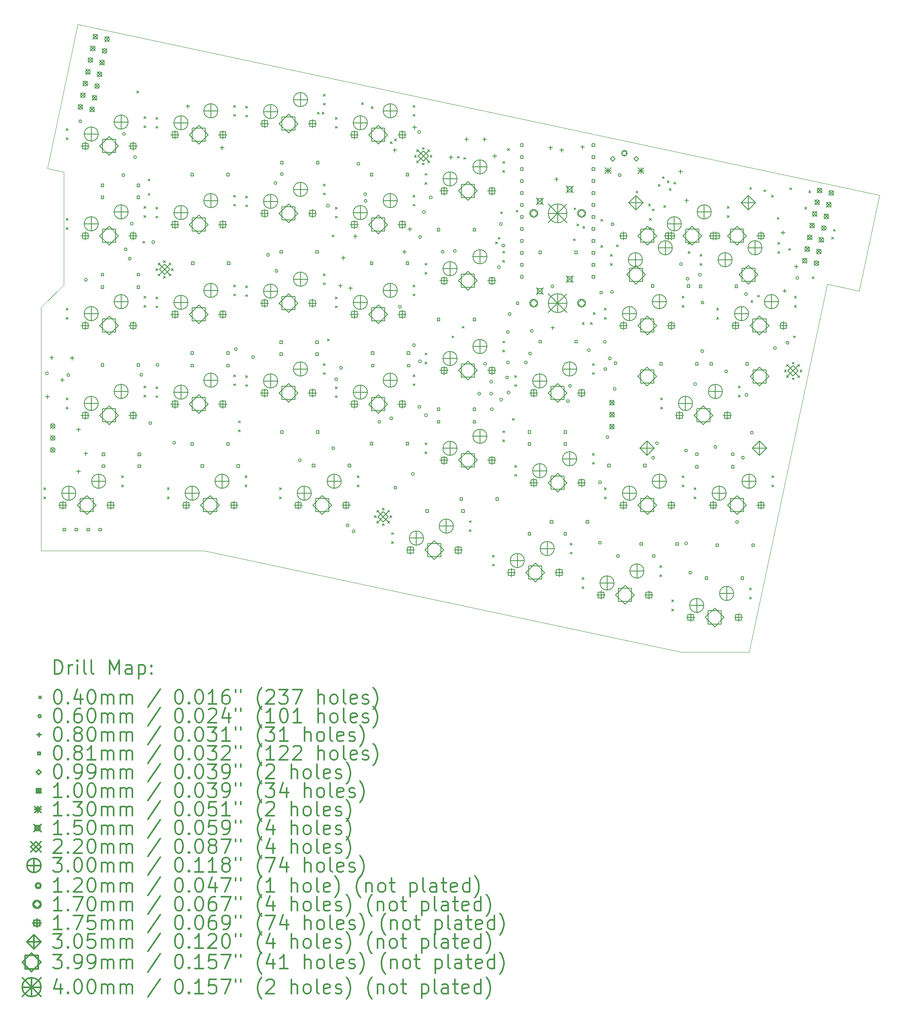
<source format=gbr>
%FSLAX45Y45*%
G04 Gerber Fmt 4.5, Leading zero omitted, Abs format (unit mm)*
G04 Created by KiCad (PCBNEW (5.1.5-0-10_14)) date 2020-05-14 06:03:52*
%MOMM*%
%LPD*%
G04 APERTURE LIST*
%TA.AperFunction,Profile*%
%ADD10C,0.050000*%
%TD*%
%ADD11C,0.200000*%
%ADD12C,0.300000*%
G04 APERTURE END LIST*
D10*
X9880600Y-4997450D02*
X10229850Y-5073650D01*
X10528224Y-1944532D02*
X9880600Y-4997450D01*
X10229850Y-5073650D02*
X10229601Y-7470035D01*
X27554924Y-5564048D02*
X10528224Y-1944532D01*
X27122095Y-7600349D02*
X27554924Y-5564048D01*
X26438618Y-7454991D02*
X27122095Y-7600349D01*
X24779161Y-15262125D02*
X26438618Y-7454991D01*
X23345541Y-15262138D02*
X24779161Y-15262125D01*
X13212705Y-13108337D02*
X23345541Y-15262138D01*
X9746879Y-13108290D02*
X13212705Y-13108337D01*
X9746871Y-7946772D02*
X9746879Y-13108290D01*
X10229601Y-7470035D02*
X9746871Y-7946772D01*
D11*
X11778300Y-3358200D02*
X11818300Y-3398200D01*
X11818300Y-3358200D02*
X11778300Y-3398200D01*
X11905299Y-6545900D02*
X11945299Y-6585900D01*
X11945299Y-6545900D02*
X11905299Y-6585900D01*
X12019600Y-5225100D02*
X12059600Y-5265100D01*
X12059600Y-5225100D02*
X12019600Y-5265100D01*
X12020066Y-5529999D02*
X12060066Y-5569999D01*
X12060066Y-5529999D02*
X12020066Y-5569999D01*
X13937300Y-10355900D02*
X13977300Y-10395900D01*
X13977300Y-10355900D02*
X13937300Y-10395900D01*
X13937300Y-10546400D02*
X13977300Y-10586400D01*
X13977300Y-10546400D02*
X13937300Y-10586400D01*
X15612687Y-3806235D02*
X15652687Y-3846235D01*
X15652687Y-3806235D02*
X15612687Y-3846235D01*
X15717684Y-3807203D02*
X15757684Y-3847203D01*
X15757684Y-3807203D02*
X15717684Y-3847203D01*
X15823374Y-8620168D02*
X15863374Y-8660168D01*
X15863374Y-8620168D02*
X15823374Y-8660168D01*
X15926831Y-6409977D02*
X15966831Y-6449977D01*
X15966831Y-6409977D02*
X15926831Y-6449977D01*
X16553500Y-3607240D02*
X16593500Y-3647240D01*
X16593500Y-3607240D02*
X16553500Y-3647240D01*
X16756700Y-3688400D02*
X16796700Y-3728400D01*
X16796700Y-3688400D02*
X16756700Y-3728400D01*
X17164523Y-4432277D02*
X17204523Y-4472277D01*
X17204523Y-4432277D02*
X17164523Y-4472277D01*
X17252000Y-4374200D02*
X17292000Y-4414200D01*
X17292000Y-4374200D02*
X17252000Y-4414200D01*
X18471200Y-8552500D02*
X18511200Y-8592500D01*
X18511200Y-8552500D02*
X18471200Y-8592500D01*
X18585500Y-4742500D02*
X18625500Y-4782500D01*
X18625500Y-4742500D02*
X18585500Y-4782500D01*
X18687100Y-8349300D02*
X18727100Y-8389300D01*
X18727100Y-8349300D02*
X18687100Y-8389300D01*
X18721803Y-4767899D02*
X18761803Y-4807899D01*
X18761803Y-4767899D02*
X18721803Y-4807899D01*
X19398300Y-6558600D02*
X19438300Y-6598600D01*
X19438300Y-6558600D02*
X19398300Y-6598600D01*
X19453974Y-6461954D02*
X19493974Y-6501954D01*
X19493974Y-6461954D02*
X19453974Y-6501954D01*
X19503799Y-5919710D02*
X19543799Y-5959710D01*
X19543799Y-5919710D02*
X19503799Y-5959710D01*
X19652300Y-4577400D02*
X19692300Y-4617400D01*
X19692300Y-4577400D02*
X19652300Y-4617400D01*
X19753900Y-10305100D02*
X19793900Y-10345100D01*
X19793900Y-10305100D02*
X19753900Y-10345100D01*
X19835402Y-5886391D02*
X19875402Y-5926391D01*
X19875402Y-5886391D02*
X19835402Y-5926391D01*
X21049300Y-6495100D02*
X21089300Y-6535100D01*
X21089300Y-6495100D02*
X21049300Y-6535100D01*
X21062000Y-5834700D02*
X21102000Y-5874700D01*
X21102000Y-5834700D02*
X21062000Y-5874700D01*
X21125500Y-6177600D02*
X21165500Y-6217600D01*
X21165500Y-6177600D02*
X21125500Y-6217600D01*
X21239800Y-8266999D02*
X21279800Y-8306999D01*
X21279800Y-8266999D02*
X21239800Y-8306999D01*
X21255000Y-6230000D02*
X21295000Y-6270000D01*
X21295000Y-6230000D02*
X21255000Y-6270000D01*
X21414509Y-8266999D02*
X21454509Y-8306999D01*
X21454509Y-8266999D02*
X21414509Y-8306999D01*
X21474999Y-8056946D02*
X21514999Y-8096946D01*
X21514999Y-8056946D02*
X21474999Y-8096946D01*
X21633500Y-6634800D02*
X21673500Y-6674800D01*
X21673500Y-6634800D02*
X21633500Y-6674800D01*
X21634798Y-6081851D02*
X21674798Y-6121851D01*
X21674798Y-6081851D02*
X21634798Y-6121851D01*
X21963700Y-6622100D02*
X22003700Y-6662100D01*
X22003700Y-6622100D02*
X21963700Y-6662100D01*
X22382800Y-5479100D02*
X22422800Y-5519100D01*
X22422800Y-5479100D02*
X22382800Y-5519100D01*
X22646123Y-5755123D02*
X22686123Y-5795123D01*
X22686123Y-5755123D02*
X22646123Y-5795123D01*
X22725700Y-5860100D02*
X22765700Y-5900100D01*
X22765700Y-5860100D02*
X22725700Y-5900100D01*
X22852700Y-5339400D02*
X22892700Y-5379400D01*
X22892700Y-5339400D02*
X22852700Y-5379400D01*
X22941600Y-5174300D02*
X22981600Y-5214300D01*
X22981600Y-5174300D02*
X22941600Y-5214300D01*
X22973356Y-5790078D02*
X23013356Y-5830078D01*
X23013356Y-5790078D02*
X22973356Y-5830078D01*
X23043200Y-5261899D02*
X23083200Y-5301899D01*
X23083200Y-5261899D02*
X23043200Y-5301899D01*
X23086172Y-5424677D02*
X23126172Y-5464677D01*
X23126172Y-5424677D02*
X23086172Y-5464677D01*
X23184051Y-5294501D02*
X23224051Y-5334501D01*
X23224051Y-5294501D02*
X23184051Y-5334501D01*
X24795800Y-5404202D02*
X24835800Y-5444202D01*
X24835800Y-5404202D02*
X24795800Y-5444202D01*
X24821200Y-7803200D02*
X24861200Y-7843200D01*
X24861200Y-7803200D02*
X24821200Y-7843200D01*
X24960900Y-7688900D02*
X25000900Y-7728900D01*
X25000900Y-7688900D02*
X24960900Y-7728900D01*
X25096078Y-5453101D02*
X25136078Y-5493101D01*
X25136078Y-5453101D02*
X25096078Y-5493101D01*
X25258884Y-5571202D02*
X25298884Y-5611202D01*
X25298884Y-5571202D02*
X25258884Y-5611202D01*
X25380000Y-6037900D02*
X25420000Y-6077900D01*
X25420000Y-6037900D02*
X25380000Y-6077900D01*
X25621300Y-6698300D02*
X25661300Y-6738300D01*
X25661300Y-6698300D02*
X25621300Y-6738300D01*
X25646700Y-5410747D02*
X25686700Y-5450747D01*
X25686700Y-5410747D02*
X25646700Y-5450747D01*
X25722900Y-8552500D02*
X25762900Y-8592500D01*
X25762900Y-8552500D02*
X25722900Y-8592500D01*
X25964200Y-5822000D02*
X26004200Y-5862000D01*
X26004200Y-5822000D02*
X25964200Y-5862000D01*
X26050562Y-5475017D02*
X26090562Y-5515017D01*
X26090562Y-5475017D02*
X26050562Y-5515017D01*
X26124409Y-7299159D02*
X26164409Y-7339159D01*
X26164409Y-7299159D02*
X26124409Y-7339159D01*
X26535700Y-6457000D02*
X26575700Y-6497000D01*
X26575700Y-6457000D02*
X26535700Y-6497000D01*
X26573800Y-6291900D02*
X26613800Y-6331900D01*
X26613800Y-6291900D02*
X26573800Y-6331900D01*
X19331625Y-13202982D02*
X19371625Y-13242982D01*
X19371625Y-13202982D02*
X19331625Y-13242982D01*
X19331625Y-13395382D02*
X19371625Y-13435382D01*
X19371625Y-13395382D02*
X19331625Y-13435382D01*
X20982625Y-12948982D02*
X21022625Y-12988982D01*
X21022625Y-12948982D02*
X20982625Y-12988982D01*
X20982625Y-13141382D02*
X21022625Y-13181382D01*
X21022625Y-13141382D02*
X20982625Y-13181382D01*
X14092875Y-5582918D02*
X14132875Y-5622918D01*
X14132875Y-5582918D02*
X14092875Y-5622918D01*
X14092875Y-5775318D02*
X14132875Y-5815318D01*
X14132875Y-5775318D02*
X14092875Y-5815318D01*
X15743875Y-5328918D02*
X15783875Y-5368918D01*
X15783875Y-5328918D02*
X15743875Y-5368918D01*
X15743875Y-5521318D02*
X15783875Y-5561318D01*
X15783875Y-5521318D02*
X15743875Y-5561318D01*
X17902875Y-7011669D02*
X17942875Y-7051669D01*
X17942875Y-7011669D02*
X17902875Y-7051669D01*
X17902875Y-7204069D02*
X17942875Y-7244069D01*
X17942875Y-7204069D02*
X17902875Y-7244069D01*
X19553875Y-6757669D02*
X19593875Y-6797669D01*
X19593875Y-6757669D02*
X19553875Y-6797669D01*
X19553875Y-6950069D02*
X19593875Y-6990069D01*
X19593875Y-6950069D02*
X19553875Y-6990069D01*
X21236625Y-13679234D02*
X21276625Y-13719234D01*
X21276625Y-13679234D02*
X21236625Y-13719234D01*
X21236625Y-13871634D02*
X21276625Y-13911634D01*
X21276625Y-13871634D02*
X21236625Y-13911634D01*
X22887625Y-13425234D02*
X22927625Y-13465234D01*
X22927625Y-13425234D02*
X22887625Y-13465234D01*
X22887625Y-13617634D02*
X22927625Y-13657634D01*
X22927625Y-13617634D02*
X22887625Y-13657634D01*
X23744875Y-6821202D02*
X23784875Y-6861202D01*
X23784875Y-6821202D02*
X23744875Y-6861202D01*
X23744875Y-7013602D02*
X23784875Y-7053602D01*
X23784875Y-7013602D02*
X23744875Y-7053602D01*
X25395875Y-6567202D02*
X25435875Y-6607202D01*
X25435875Y-6567202D02*
X25395875Y-6607202D01*
X25395875Y-6759602D02*
X25435875Y-6799602D01*
X25435875Y-6759602D02*
X25395875Y-6799602D01*
X17902875Y-8916669D02*
X17942875Y-8956669D01*
X17942875Y-8916669D02*
X17902875Y-8956669D01*
X17902875Y-9109069D02*
X17942875Y-9149069D01*
X17942875Y-9109069D02*
X17902875Y-9149069D01*
X19553875Y-8662669D02*
X19593875Y-8702669D01*
X19593875Y-8662669D02*
X19553875Y-8702669D01*
X19553875Y-8855069D02*
X19593875Y-8895069D01*
X19593875Y-8855069D02*
X19553875Y-8895069D01*
X23617875Y-11774226D02*
X23657875Y-11814226D01*
X23657875Y-11774226D02*
X23617875Y-11814226D01*
X23617875Y-11966626D02*
X23657875Y-12006626D01*
X23657875Y-11966626D02*
X23617875Y-12006626D01*
X25268875Y-11520226D02*
X25308875Y-11560226D01*
X25308875Y-11520226D02*
X25268875Y-11560226D01*
X25268875Y-11712626D02*
X25308875Y-11752626D01*
X25308875Y-11712626D02*
X25268875Y-11752626D01*
X15997875Y-7726043D02*
X16037875Y-7766043D01*
X16037875Y-7726043D02*
X15997875Y-7766043D01*
X15997875Y-7918443D02*
X16037875Y-7958443D01*
X16037875Y-7918443D02*
X15997875Y-7958443D01*
X17648875Y-7472043D02*
X17688875Y-7512043D01*
X17688875Y-7472043D02*
X17648875Y-7512043D01*
X17648875Y-7664443D02*
X17688875Y-7704443D01*
X17688875Y-7664443D02*
X17648875Y-7704443D01*
X25532500Y-9276400D02*
X25572500Y-9316400D01*
X25572500Y-9276400D02*
X25532500Y-9316400D01*
X25580827Y-9159727D02*
X25620827Y-9199727D01*
X25620827Y-9159727D02*
X25580827Y-9199727D01*
X25580827Y-9393073D02*
X25620827Y-9433073D01*
X25620827Y-9393073D02*
X25580827Y-9433073D01*
X25697500Y-9111400D02*
X25737500Y-9151400D01*
X25737500Y-9111400D02*
X25697500Y-9151400D01*
X25697500Y-9441400D02*
X25737500Y-9481400D01*
X25737500Y-9441400D02*
X25697500Y-9481400D01*
X25814173Y-9159727D02*
X25854173Y-9199727D01*
X25854173Y-9159727D02*
X25814173Y-9199727D01*
X25814173Y-9393073D02*
X25854173Y-9433073D01*
X25854173Y-9393073D02*
X25814173Y-9433073D01*
X25862500Y-9276400D02*
X25902500Y-9316400D01*
X25902500Y-9276400D02*
X25862500Y-9316400D01*
X19807875Y-9392966D02*
X19847875Y-9432966D01*
X19847875Y-9392966D02*
X19807875Y-9432966D01*
X19807875Y-9585366D02*
X19847875Y-9625366D01*
X19847875Y-9585366D02*
X19807875Y-9625366D01*
X21458875Y-9138966D02*
X21498875Y-9178966D01*
X21498875Y-9138966D02*
X21458875Y-9178966D01*
X21458875Y-9331366D02*
X21498875Y-9371366D01*
X21498875Y-9331366D02*
X21458875Y-9371366D01*
X12426000Y-11774226D02*
X12466000Y-11814226D01*
X12466000Y-11774226D02*
X12426000Y-11814226D01*
X12426000Y-11966626D02*
X12466000Y-12006626D01*
X12466000Y-11966626D02*
X12426000Y-12006626D01*
X14077000Y-11520226D02*
X14117000Y-11560226D01*
X14117000Y-11520226D02*
X14077000Y-11560226D01*
X14077000Y-11712626D02*
X14117000Y-11752626D01*
X14117000Y-11712626D02*
X14077000Y-11752626D01*
X17188500Y-12726730D02*
X17228500Y-12766730D01*
X17228500Y-12726730D02*
X17188500Y-12766730D01*
X17188500Y-12919130D02*
X17228500Y-12959130D01*
X17228500Y-12919130D02*
X17188500Y-12959130D01*
X18839500Y-12472730D02*
X18879500Y-12512730D01*
X18879500Y-12472730D02*
X18839500Y-12512730D01*
X18839500Y-12665130D02*
X18879500Y-12705130D01*
X18879500Y-12665130D02*
X18839500Y-12705130D01*
X12187875Y-5821043D02*
X12227875Y-5861043D01*
X12227875Y-5821043D02*
X12187875Y-5861043D01*
X12187875Y-6013443D02*
X12227875Y-6053443D01*
X12227875Y-6013443D02*
X12187875Y-6053443D01*
X13838875Y-5567043D02*
X13878875Y-5607043D01*
X13878875Y-5567043D02*
X13838875Y-5607043D01*
X13838875Y-5759443D02*
X13878875Y-5799443D01*
X13878875Y-5759443D02*
X13838875Y-5799443D01*
X23141625Y-14155486D02*
X23181625Y-14195486D01*
X23181625Y-14155486D02*
X23141625Y-14195486D01*
X23141625Y-14347886D02*
X23181625Y-14387886D01*
X23181625Y-14347886D02*
X23141625Y-14387886D01*
X24792625Y-13901486D02*
X24832625Y-13941486D01*
X24832625Y-13901486D02*
X24792625Y-13941486D01*
X24792625Y-14093886D02*
X24832625Y-14133886D01*
X24832625Y-14093886D02*
X24792625Y-14133886D01*
X21839875Y-6821202D02*
X21879875Y-6861202D01*
X21879875Y-6821202D02*
X21839875Y-6861202D01*
X21839875Y-7013602D02*
X21879875Y-7053602D01*
X21879875Y-7013602D02*
X21839875Y-7053602D01*
X23490875Y-6567202D02*
X23530875Y-6607202D01*
X23530875Y-6567202D02*
X23490875Y-6607202D01*
X23490875Y-6759602D02*
X23530875Y-6799602D01*
X23530875Y-6759602D02*
X23490875Y-6799602D01*
X10282875Y-9869168D02*
X10322875Y-9909168D01*
X10322875Y-9869168D02*
X10282875Y-9909168D01*
X10282875Y-10061568D02*
X10322875Y-10101568D01*
X10322875Y-10061568D02*
X10282875Y-10101568D01*
X11933875Y-9615168D02*
X11973875Y-9655168D01*
X11973875Y-9615168D02*
X11933875Y-9655168D01*
X11933875Y-9807568D02*
X11973875Y-9847568D01*
X11973875Y-9807568D02*
X11933875Y-9847568D01*
X10282875Y-4154168D02*
X10322875Y-4194168D01*
X10322875Y-4154168D02*
X10282875Y-4194168D01*
X10282875Y-4346568D02*
X10322875Y-4386568D01*
X10322875Y-4346568D02*
X10282875Y-4386568D01*
X11933875Y-3900168D02*
X11973875Y-3940168D01*
X11973875Y-3900168D02*
X11933875Y-3940168D01*
X11933875Y-4092568D02*
X11973875Y-4132568D01*
X11973875Y-4092568D02*
X11933875Y-4132568D01*
X12182514Y-7124258D02*
X12222514Y-7164258D01*
X12222514Y-7124258D02*
X12182514Y-7164258D01*
X12230841Y-7007585D02*
X12270841Y-7047585D01*
X12270841Y-7007585D02*
X12230841Y-7047585D01*
X12230841Y-7240931D02*
X12270841Y-7280931D01*
X12270841Y-7240931D02*
X12230841Y-7280931D01*
X12347514Y-6959258D02*
X12387514Y-6999258D01*
X12387514Y-6959258D02*
X12347514Y-6999258D01*
X12347514Y-7289258D02*
X12387514Y-7329258D01*
X12387514Y-7289258D02*
X12347514Y-7329258D01*
X12464187Y-7007585D02*
X12504187Y-7047585D01*
X12504187Y-7007585D02*
X12464187Y-7047585D01*
X12464187Y-7240931D02*
X12504187Y-7280931D01*
X12504187Y-7240931D02*
X12464187Y-7280931D01*
X12512514Y-7124258D02*
X12552514Y-7164258D01*
X12552514Y-7124258D02*
X12512514Y-7164258D01*
X14092875Y-7487918D02*
X14132875Y-7527918D01*
X14132875Y-7487918D02*
X14092875Y-7527918D01*
X14092875Y-7680318D02*
X14132875Y-7720318D01*
X14132875Y-7680318D02*
X14092875Y-7720318D01*
X15743875Y-7233918D02*
X15783875Y-7273918D01*
X15783875Y-7233918D02*
X15743875Y-7273918D01*
X15743875Y-7426318D02*
X15783875Y-7466318D01*
X15783875Y-7426318D02*
X15743875Y-7466318D01*
X17902875Y-10821669D02*
X17942875Y-10861669D01*
X17942875Y-10821669D02*
X17902875Y-10861669D01*
X17902875Y-11014069D02*
X17942875Y-11054069D01*
X17942875Y-11014069D02*
X17902875Y-11054069D01*
X19553875Y-10567669D02*
X19593875Y-10607669D01*
X19593875Y-10567669D02*
X19553875Y-10607669D01*
X19553875Y-10760069D02*
X19593875Y-10800069D01*
X19593875Y-10760069D02*
X19553875Y-10800069D01*
X15997875Y-9631043D02*
X16037875Y-9671043D01*
X16037875Y-9631043D02*
X15997875Y-9671043D01*
X15997875Y-9823443D02*
X16037875Y-9863443D01*
X16037875Y-9823443D02*
X15997875Y-9863443D01*
X17648875Y-9377043D02*
X17688875Y-9417043D01*
X17688875Y-9377043D02*
X17648875Y-9417043D01*
X17648875Y-9569443D02*
X17688875Y-9609443D01*
X17688875Y-9569443D02*
X17648875Y-9609443D01*
X14092875Y-3677918D02*
X14132875Y-3717918D01*
X14132875Y-3677918D02*
X14092875Y-3717918D01*
X14092875Y-3870318D02*
X14132875Y-3910318D01*
X14132875Y-3870318D02*
X14092875Y-3910318D01*
X15743875Y-3423918D02*
X15783875Y-3463918D01*
X15783875Y-3423918D02*
X15743875Y-3463918D01*
X15743875Y-3616318D02*
X15783875Y-3656318D01*
X15783875Y-3616318D02*
X15743875Y-3656318D01*
X9806625Y-11774226D02*
X9846625Y-11814226D01*
X9846625Y-11774226D02*
X9806625Y-11814226D01*
X9806625Y-11966626D02*
X9846625Y-12006626D01*
X9846625Y-11966626D02*
X9806625Y-12006626D01*
X11457625Y-11520226D02*
X11497625Y-11560226D01*
X11497625Y-11520226D02*
X11457625Y-11560226D01*
X11457625Y-11712626D02*
X11497625Y-11752626D01*
X11497625Y-11712626D02*
X11457625Y-11752626D01*
X17902875Y-5106669D02*
X17942875Y-5146669D01*
X17942875Y-5106669D02*
X17902875Y-5146669D01*
X17902875Y-5299069D02*
X17942875Y-5339069D01*
X17942875Y-5299069D02*
X17902875Y-5339069D01*
X19553875Y-4852669D02*
X19593875Y-4892669D01*
X19593875Y-4852669D02*
X19553875Y-4892669D01*
X19553875Y-5045069D02*
X19593875Y-5085069D01*
X19593875Y-5045069D02*
X19553875Y-5085069D01*
X19807875Y-11297974D02*
X19847875Y-11337974D01*
X19847875Y-11297974D02*
X19807875Y-11337974D01*
X19807875Y-11490374D02*
X19847875Y-11530374D01*
X19847875Y-11490374D02*
X19807875Y-11530374D01*
X21458875Y-11043974D02*
X21498875Y-11083974D01*
X21498875Y-11043974D02*
X21458875Y-11083974D01*
X21458875Y-11236374D02*
X21498875Y-11276374D01*
X21498875Y-11236374D02*
X21458875Y-11276374D01*
X15997875Y-5821043D02*
X16037875Y-5861043D01*
X16037875Y-5821043D02*
X15997875Y-5861043D01*
X15997875Y-6013443D02*
X16037875Y-6053443D01*
X16037875Y-6013443D02*
X15997875Y-6053443D01*
X17648875Y-5567043D02*
X17688875Y-5607043D01*
X17688875Y-5567043D02*
X17648875Y-5607043D01*
X17648875Y-5759443D02*
X17688875Y-5799443D01*
X17688875Y-5759443D02*
X17648875Y-5799443D01*
X10282875Y-6059168D02*
X10322875Y-6099168D01*
X10322875Y-6059168D02*
X10282875Y-6099168D01*
X10282875Y-6251568D02*
X10322875Y-6291568D01*
X10322875Y-6251568D02*
X10282875Y-6291568D01*
X11933875Y-5805168D02*
X11973875Y-5845168D01*
X11973875Y-5805168D02*
X11933875Y-5845168D01*
X11933875Y-5997568D02*
X11973875Y-6037568D01*
X11973875Y-5997568D02*
X11933875Y-6037568D01*
X24094125Y-7964210D02*
X24134125Y-8004210D01*
X24134125Y-7964210D02*
X24094125Y-8004210D01*
X24094125Y-8156610D02*
X24134125Y-8196610D01*
X24134125Y-8156610D02*
X24094125Y-8196610D01*
X25745125Y-7710210D02*
X25785125Y-7750210D01*
X25785125Y-7710210D02*
X25745125Y-7750210D01*
X25745125Y-7902610D02*
X25785125Y-7942610D01*
X25785125Y-7902610D02*
X25745125Y-7942610D01*
X12187875Y-7726043D02*
X12227875Y-7766043D01*
X12227875Y-7726043D02*
X12187875Y-7766043D01*
X12187875Y-7918443D02*
X12227875Y-7958443D01*
X12227875Y-7918443D02*
X12187875Y-7958443D01*
X13838875Y-7472043D02*
X13878875Y-7512043D01*
X13878875Y-7472043D02*
X13838875Y-7512043D01*
X13838875Y-7664443D02*
X13878875Y-7704443D01*
X13878875Y-7664443D02*
X13838875Y-7704443D01*
X14807250Y-11774226D02*
X14847250Y-11814226D01*
X14847250Y-11774226D02*
X14807250Y-11814226D01*
X14807250Y-11966626D02*
X14847250Y-12006626D01*
X14847250Y-11966626D02*
X14807250Y-12006626D01*
X16458250Y-11520226D02*
X16498250Y-11560226D01*
X16498250Y-11520226D02*
X16458250Y-11560226D01*
X16458250Y-11712626D02*
X16498250Y-11752626D01*
X16498250Y-11712626D02*
X16458250Y-11752626D01*
X21712875Y-11774226D02*
X21752875Y-11814226D01*
X21752875Y-11774226D02*
X21712875Y-11814226D01*
X21712875Y-11966626D02*
X21752875Y-12006626D01*
X21752875Y-11966626D02*
X21712875Y-12006626D01*
X23363875Y-11520226D02*
X23403875Y-11560226D01*
X23403875Y-11520226D02*
X23363875Y-11560226D01*
X23363875Y-11712626D02*
X23403875Y-11752626D01*
X23403875Y-11712626D02*
X23363875Y-11752626D01*
X12187875Y-3916043D02*
X12227875Y-3956043D01*
X12227875Y-3916043D02*
X12187875Y-3956043D01*
X12187875Y-4108443D02*
X12227875Y-4148443D01*
X12227875Y-4108443D02*
X12187875Y-4148443D01*
X13838875Y-3662043D02*
X13878875Y-3702043D01*
X13878875Y-3662043D02*
X13838875Y-3702043D01*
X13838875Y-3854443D02*
X13878875Y-3894443D01*
X13878875Y-3854443D02*
X13838875Y-3894443D01*
X14092875Y-9392918D02*
X14132875Y-9432918D01*
X14132875Y-9392918D02*
X14092875Y-9432918D01*
X14092875Y-9585318D02*
X14132875Y-9625318D01*
X14132875Y-9585318D02*
X14092875Y-9625318D01*
X15743875Y-9138918D02*
X15783875Y-9178918D01*
X15783875Y-9138918D02*
X15743875Y-9178918D01*
X15743875Y-9331318D02*
X15783875Y-9371318D01*
X15783875Y-9331318D02*
X15743875Y-9371318D01*
X17676280Y-4720910D02*
X17716280Y-4760910D01*
X17716280Y-4720910D02*
X17676280Y-4760910D01*
X17724607Y-4604237D02*
X17764607Y-4644237D01*
X17764607Y-4604237D02*
X17724607Y-4644237D01*
X17724607Y-4837583D02*
X17764607Y-4877583D01*
X17764607Y-4837583D02*
X17724607Y-4877583D01*
X17841280Y-4555910D02*
X17881280Y-4595910D01*
X17881280Y-4555910D02*
X17841280Y-4595910D01*
X17841280Y-4885910D02*
X17881280Y-4925910D01*
X17881280Y-4885910D02*
X17841280Y-4925910D01*
X17957953Y-4604237D02*
X17997953Y-4644237D01*
X17997953Y-4604237D02*
X17957953Y-4644237D01*
X17957953Y-4837583D02*
X17997953Y-4877583D01*
X17997953Y-4837583D02*
X17957953Y-4877583D01*
X18006280Y-4720910D02*
X18046280Y-4760910D01*
X18046280Y-4720910D02*
X18006280Y-4760910D01*
X22665375Y-6059202D02*
X22705375Y-6099202D01*
X22705375Y-6059202D02*
X22665375Y-6099202D01*
X22665375Y-6251602D02*
X22705375Y-6291602D01*
X22705375Y-6251602D02*
X22665375Y-6291602D01*
X24316375Y-5805202D02*
X24356375Y-5845202D01*
X24356375Y-5805202D02*
X24316375Y-5845202D01*
X24316375Y-5997602D02*
X24356375Y-6037602D01*
X24356375Y-5997602D02*
X24316375Y-6037602D01*
X10282875Y-7964168D02*
X10322875Y-8004168D01*
X10322875Y-7964168D02*
X10282875Y-8004168D01*
X10282875Y-8156568D02*
X10322875Y-8196568D01*
X10322875Y-8156568D02*
X10282875Y-8196568D01*
X11933875Y-7710168D02*
X11973875Y-7750168D01*
X11973875Y-7710168D02*
X11933875Y-7750168D01*
X11933875Y-7902568D02*
X11973875Y-7942568D01*
X11973875Y-7902568D02*
X11933875Y-7942568D01*
X22903500Y-9869218D02*
X22943500Y-9909218D01*
X22943500Y-9869218D02*
X22903500Y-9909218D01*
X22903500Y-10061618D02*
X22943500Y-10101618D01*
X22943500Y-10061618D02*
X22903500Y-10101618D01*
X24554500Y-9615218D02*
X24594500Y-9655218D01*
X24594500Y-9615218D02*
X24554500Y-9655218D01*
X24554500Y-9807618D02*
X24594500Y-9847618D01*
X24594500Y-9807618D02*
X24554500Y-9847618D01*
X16826650Y-12369104D02*
X16866650Y-12409104D01*
X16866650Y-12369104D02*
X16826650Y-12409104D01*
X16874977Y-12252431D02*
X16914977Y-12292431D01*
X16914977Y-12252431D02*
X16874977Y-12292431D01*
X16874977Y-12485777D02*
X16914977Y-12525777D01*
X16914977Y-12485777D02*
X16874977Y-12525777D01*
X16991650Y-12204104D02*
X17031650Y-12244104D01*
X17031650Y-12204104D02*
X16991650Y-12244104D01*
X16991650Y-12534104D02*
X17031650Y-12574104D01*
X17031650Y-12534104D02*
X16991650Y-12574104D01*
X17108323Y-12252431D02*
X17148323Y-12292431D01*
X17148323Y-12252431D02*
X17108323Y-12292431D01*
X17108323Y-12485777D02*
X17148323Y-12525777D01*
X17148323Y-12485777D02*
X17108323Y-12525777D01*
X17156650Y-12369104D02*
X17196650Y-12409104D01*
X17196650Y-12369104D02*
X17156650Y-12409104D01*
X21712875Y-7964210D02*
X21752875Y-8004210D01*
X21752875Y-7964210D02*
X21712875Y-8004210D01*
X21712875Y-8156610D02*
X21752875Y-8196610D01*
X21752875Y-8156610D02*
X21712875Y-8196610D01*
X23363875Y-7710210D02*
X23403875Y-7750210D01*
X23403875Y-7710210D02*
X23363875Y-7750210D01*
X23363875Y-7902610D02*
X23403875Y-7942610D01*
X23403875Y-7902610D02*
X23363875Y-7942610D01*
X15997875Y-3916043D02*
X16037875Y-3956043D01*
X16037875Y-3916043D02*
X15997875Y-3956043D01*
X15997875Y-4108443D02*
X16037875Y-4148443D01*
X16037875Y-4108443D02*
X15997875Y-4148443D01*
X17648875Y-3662043D02*
X17688875Y-3702043D01*
X17688875Y-3662043D02*
X17648875Y-3702043D01*
X17648875Y-3854443D02*
X17688875Y-3894443D01*
X17688875Y-3854443D02*
X17648875Y-3894443D01*
X12187875Y-9631043D02*
X12227875Y-9671043D01*
X12227875Y-9631043D02*
X12187875Y-9671043D01*
X12187875Y-9823443D02*
X12227875Y-9863443D01*
X12227875Y-9823443D02*
X12187875Y-9863443D01*
X13838875Y-9377043D02*
X13878875Y-9417043D01*
X13878875Y-9377043D02*
X13838875Y-9417043D01*
X13838875Y-9569443D02*
X13878875Y-9609443D01*
X13878875Y-9569443D02*
X13838875Y-9609443D01*
X9897900Y-9347200D02*
G75*
G03X9897900Y-9347200I-30000J0D01*
G01*
X10355100Y-9385300D02*
G75*
G03X10355100Y-9385300I-30000J0D01*
G01*
X10609100Y-4000500D02*
G75*
G03X10609100Y-4000500I-30000J0D01*
G01*
X10726787Y-7364265D02*
G75*
G03X10726787Y-7364265I-30000J0D01*
G01*
X11523500Y-5143500D02*
G75*
G03X11523500Y-5143500I-30000J0D01*
G01*
X11536200Y-4267200D02*
G75*
G03X11536200Y-4267200I-30000J0D01*
G01*
X11574300Y-6718300D02*
G75*
G03X11574300Y-6718300I-30000J0D01*
G01*
X11657898Y-6914101D02*
G75*
G03X11657898Y-6914101I-30000J0D01*
G01*
X11701300Y-6172200D02*
G75*
G03X11701300Y-6172200I-30000J0D01*
G01*
X11771357Y-4761950D02*
G75*
G03X11771357Y-4761950I-30000J0D01*
G01*
X11905090Y-9378828D02*
G75*
G03X11905090Y-9378828I-30000J0D01*
G01*
X12094999Y-10401300D02*
G75*
G03X12094999Y-10401300I-30000J0D01*
G01*
X12158500Y-6563868D02*
G75*
G03X12158500Y-6563868I-30000J0D01*
G01*
X12247400Y-9169400D02*
G75*
G03X12247400Y-9169400I-30000J0D01*
G01*
X12603000Y-10820400D02*
G75*
G03X12603000Y-10820400I-30000J0D01*
G01*
X13911101Y-8835550D02*
G75*
G03X13911101Y-8835550I-30000J0D01*
G01*
X14279400Y-9004300D02*
G75*
G03X14279400Y-9004300I-30000J0D01*
G01*
X14596900Y-6836201D02*
G75*
G03X14596900Y-6836201I-30000J0D01*
G01*
X14752378Y-5309002D02*
G75*
G03X14752378Y-5309002I-30000J0D01*
G01*
X14774700Y-7175500D02*
G75*
G03X14774700Y-7175500I-30000J0D01*
G01*
X14889000Y-5118099D02*
G75*
G03X14889000Y-5118099I-30000J0D01*
G01*
X15269998Y-11191922D02*
G75*
G03X15269998Y-11191922I-30000J0D01*
G01*
X15868374Y-5791200D02*
G75*
G03X15868374Y-5791200I-30000J0D01*
G01*
X15981200Y-10934700D02*
G75*
G03X15981200Y-10934700I-30000J0D01*
G01*
X16044700Y-9474200D02*
G75*
G03X16044700Y-9474200I-30000J0D01*
G01*
X16146300Y-9232900D02*
G75*
G03X16146300Y-9232900I-30000J0D01*
G01*
X16286000Y-12573000D02*
G75*
G03X16286000Y-12573000I-30000J0D01*
G01*
X16413000Y-12700000D02*
G75*
G03X16413000Y-12700000I-30000J0D01*
G01*
X16514600Y-4902200D02*
G75*
G03X16514600Y-4902200I-30000J0D01*
G01*
X16657976Y-5546224D02*
G75*
G03X16657976Y-5546224I-30000J0D01*
G01*
X16667000Y-5689600D02*
G75*
G03X16667000Y-5689600I-30000J0D01*
G01*
X16959100Y-10375900D02*
G75*
G03X16959100Y-10375900I-30000J0D01*
G01*
X17213100Y-10301875D02*
G75*
G03X17213100Y-10301875I-30000J0D01*
G01*
X17302000Y-11772900D02*
G75*
G03X17302000Y-11772900I-30000J0D01*
G01*
X17395346Y-7936233D02*
G75*
G03X17395346Y-7936233I-30000J0D01*
G01*
X17670300Y-11480800D02*
G75*
G03X17670300Y-11480800I-30000J0D01*
G01*
X17695700Y-8750300D02*
G75*
G03X17695700Y-8750300I-30000J0D01*
G01*
X17806621Y-4225906D02*
G75*
G03X17806621Y-4225906I-30000J0D01*
G01*
X17810000Y-10058400D02*
G75*
G03X17810000Y-10058400I-30000J0D01*
G01*
X17822700Y-9093200D02*
G75*
G03X17822700Y-9093200I-30000J0D01*
G01*
X17825930Y-6454849D02*
G75*
G03X17825930Y-6454849I-30000J0D01*
G01*
X17907092Y-5927776D02*
G75*
G03X17907092Y-5927776I-30000J0D01*
G01*
X17949700Y-10236200D02*
G75*
G03X17949700Y-10236200I-30000J0D01*
G01*
X18051300Y-5613400D02*
G75*
G03X18051300Y-5613400I-30000J0D01*
G01*
X18305300Y-6769100D02*
G75*
G03X18305300Y-6769100I-30000J0D01*
G01*
X18561388Y-6751136D02*
G75*
G03X18561388Y-6751136I-30000J0D01*
G01*
X19080000Y-9779000D02*
G75*
G03X19080000Y-9779000I-30000J0D01*
G01*
X19207000Y-9144000D02*
G75*
G03X19207000Y-9144000I-30000J0D01*
G01*
X19334000Y-9525000D02*
G75*
G03X19334000Y-9525000I-30000J0D01*
G01*
X19334000Y-9779000D02*
G75*
G03X19334000Y-9779000I-30000J0D01*
G01*
X19346700Y-10109200D02*
G75*
G03X19346700Y-10109200I-30000J0D01*
G01*
X19499100Y-7093869D02*
G75*
G03X19499100Y-7093869I-30000J0D01*
G01*
X19540801Y-6179844D02*
G75*
G03X19540801Y-6179844I-30000J0D01*
G01*
X19545741Y-9909192D02*
G75*
G03X19545741Y-9909192I-30000J0D01*
G01*
X19592633Y-6636320D02*
G75*
G03X19592633Y-6636320I-30000J0D01*
G01*
X19673372Y-9436100D02*
G75*
G03X19673372Y-9436100I-30000J0D01*
G01*
X19689600Y-8470900D02*
G75*
G03X19689600Y-8470900I-30000J0D01*
G01*
X19689600Y-9118600D02*
G75*
G03X19689600Y-9118600I-30000J0D01*
G01*
X19702873Y-9754122D02*
G75*
G03X19702873Y-9754122I-30000J0D01*
G01*
X19727356Y-8089055D02*
G75*
G03X19727356Y-8089055I-30000J0D01*
G01*
X19893871Y-7861300D02*
G75*
G03X19893871Y-7861300I-30000J0D01*
G01*
X20070600Y-9118600D02*
G75*
G03X20070600Y-9118600I-30000J0D01*
G01*
X20159500Y-8928100D02*
G75*
G03X20159500Y-8928100I-30000J0D01*
G01*
X20197600Y-8445500D02*
G75*
G03X20197600Y-8445500I-30000J0D01*
G01*
X20633329Y-7501969D02*
G75*
G03X20633329Y-7501969I-30000J0D01*
G01*
X20965400Y-9937253D02*
G75*
G03X20965400Y-9937253I-30000J0D01*
G01*
X21010400Y-9613900D02*
G75*
G03X21010400Y-9613900I-30000J0D01*
G01*
X21410200Y-8858000D02*
G75*
G03X21410200Y-8858000I-30000J0D01*
G01*
X21645400Y-11658600D02*
G75*
G03X21645400Y-11658600I-30000J0D01*
G01*
X21645400Y-12941300D02*
G75*
G03X21645400Y-12941300I-30000J0D01*
G01*
X21670800Y-7632700D02*
G75*
G03X21670800Y-7632700I-30000J0D01*
G01*
X21750001Y-8677498D02*
G75*
G03X21750001Y-8677498I-30000J0D01*
G01*
X21759700Y-9258300D02*
G75*
G03X21759700Y-9258300I-30000J0D01*
G01*
X21804386Y-10702501D02*
G75*
G03X21804386Y-10702501I-30000J0D01*
G01*
X21854701Y-9031521D02*
G75*
G03X21854701Y-9031521I-30000J0D01*
G01*
X21899400Y-7620000D02*
G75*
G03X21899400Y-7620000I-30000J0D01*
G01*
X21912100Y-6184900D02*
G75*
G03X21912100Y-6184900I-30000J0D01*
G01*
X21956301Y-9677400D02*
G75*
G03X21956301Y-9677400I-30000J0D01*
G01*
X21975600Y-9131300D02*
G75*
G03X21975600Y-9131300I-30000J0D01*
G01*
X22064501Y-5143500D02*
G75*
G03X22064501Y-5143500I-30000J0D01*
G01*
X22775700Y-11137900D02*
G75*
G03X22775700Y-11137900I-30000J0D01*
G01*
X22855240Y-10831377D02*
G75*
G03X22855240Y-10831377I-30000J0D01*
G01*
X23366896Y-7029201D02*
G75*
G03X23366896Y-7029201I-30000J0D01*
G01*
X23474200Y-10985500D02*
G75*
G03X23474200Y-10985500I-30000J0D01*
G01*
X23474200Y-12954000D02*
G75*
G03X23474200Y-12954000I-30000J0D01*
G01*
X23504945Y-7339956D02*
G75*
G03X23504945Y-7339956I-30000J0D01*
G01*
X23563100Y-13576300D02*
G75*
G03X23563100Y-13576300I-30000J0D01*
G01*
X23664700Y-9575800D02*
G75*
G03X23664700Y-9575800I-30000J0D01*
G01*
X23766301Y-7255301D02*
G75*
G03X23766301Y-7255301I-30000J0D01*
G01*
X23817100Y-8877300D02*
G75*
G03X23817100Y-8877300I-30000J0D01*
G01*
X23821889Y-7845910D02*
G75*
G03X23821889Y-7845910I-30000J0D01*
G01*
X24096500Y-10909300D02*
G75*
G03X24096500Y-10909300I-30000J0D01*
G01*
X24325100Y-9309100D02*
G75*
G03X24325100Y-9309100I-30000J0D01*
G01*
X24556875Y-12501615D02*
G75*
G03X24556875Y-12501615I-30000J0D01*
G01*
X24680700Y-11137900D02*
G75*
G03X24680700Y-11137900I-30000J0D01*
G01*
X24746642Y-7665299D02*
G75*
G03X24746642Y-7665299I-30000J0D01*
G01*
X24756900Y-9804400D02*
G75*
G03X24756900Y-9804400I-30000J0D01*
G01*
X24871200Y-10604500D02*
G75*
G03X24871200Y-10604500I-30000J0D01*
G01*
X25360849Y-8812099D02*
G75*
G03X25360849Y-8812099I-30000J0D01*
G01*
X25628579Y-8699500D02*
G75*
G03X25628579Y-8699500I-30000J0D01*
G01*
X25836400Y-7322899D02*
G75*
G03X25836400Y-7322899I-30000J0D01*
G01*
X9880600Y-9802500D02*
X9880600Y-9882500D01*
X9840600Y-9842500D02*
X9920600Y-9842500D01*
X9972167Y-8973621D02*
X9972167Y-9053621D01*
X9932167Y-9013621D02*
X10012167Y-9013621D01*
X10198100Y-9448160D02*
X10198100Y-9528160D01*
X10158100Y-9488160D02*
X10238100Y-9488160D01*
X10407013Y-8982444D02*
X10407013Y-9062444D01*
X10367013Y-9022444D02*
X10447013Y-9022444D01*
X10541000Y-10501000D02*
X10541000Y-10581000D01*
X10501000Y-10541000D02*
X10581000Y-10541000D01*
X10541000Y-11390000D02*
X10541000Y-11470000D01*
X10501000Y-11430000D02*
X10581000Y-11430000D01*
X10696942Y-11009000D02*
X10696942Y-11089000D01*
X10656942Y-11049000D02*
X10736942Y-11049000D01*
X12865100Y-3643000D02*
X12865100Y-3723000D01*
X12825100Y-3683000D02*
X12905100Y-3683000D01*
X13589000Y-4519300D02*
X13589000Y-4599300D01*
X13549000Y-4559300D02*
X13629000Y-4559300D01*
X16102038Y-7448799D02*
X16102038Y-7528799D01*
X16062038Y-7488799D02*
X16142038Y-7488799D01*
X16167100Y-6856100D02*
X16167100Y-6936100D01*
X16127100Y-6896100D02*
X16207100Y-6896100D01*
X16319500Y-7503800D02*
X16319500Y-7583800D01*
X16279500Y-7543800D02*
X16359500Y-7543800D01*
X16421100Y-6398900D02*
X16421100Y-6478900D01*
X16381100Y-6438900D02*
X16461100Y-6438900D01*
X17259300Y-4569399D02*
X17259300Y-4649399D01*
X17219300Y-4609399D02*
X17299300Y-4609399D01*
X17462500Y-6729100D02*
X17462500Y-6809100D01*
X17422500Y-6769100D02*
X17502500Y-6769100D01*
X17576800Y-6246500D02*
X17576800Y-6326500D01*
X17536800Y-6286500D02*
X17616800Y-6286500D01*
X17677718Y-4086817D02*
X17677718Y-4166817D01*
X17637718Y-4126817D02*
X17717718Y-4126817D01*
X18453100Y-4722500D02*
X18453100Y-4802500D01*
X18413100Y-4762500D02*
X18493100Y-4762500D01*
X18783300Y-4341500D02*
X18783300Y-4421500D01*
X18743300Y-4381500D02*
X18823300Y-4381500D01*
X19164300Y-4341500D02*
X19164300Y-4421500D01*
X19124300Y-4381500D02*
X19204300Y-4381500D01*
X19380200Y-4698869D02*
X19380200Y-4778869D01*
X19340200Y-4738869D02*
X19420200Y-4738869D01*
X20565166Y-4519553D02*
X20565166Y-4599553D01*
X20525166Y-4559553D02*
X20605166Y-4559553D01*
X20612100Y-8342000D02*
X20612100Y-8422000D01*
X20572100Y-8382000D02*
X20652100Y-8382000D01*
X20690874Y-5188195D02*
X20690874Y-5268195D01*
X20650874Y-5228195D02*
X20730874Y-5228195D01*
X20802600Y-4570100D02*
X20802600Y-4650100D01*
X20762600Y-4610100D02*
X20842600Y-4610100D01*
X21247100Y-4506600D02*
X21247100Y-4586600D01*
X21207100Y-4546600D02*
X21287100Y-4546600D01*
X23329900Y-5027300D02*
X23329900Y-5107300D01*
X23289900Y-5067300D02*
X23369900Y-5067300D01*
X23456900Y-5636900D02*
X23456900Y-5716900D01*
X23416900Y-5676900D02*
X23496900Y-5676900D01*
X25502329Y-6320965D02*
X25502329Y-6400965D01*
X25462329Y-6360965D02*
X25542329Y-6360965D01*
X25539700Y-7556410D02*
X25539700Y-7636410D01*
X25499700Y-7596410D02*
X25579700Y-7596410D01*
X25784401Y-7039400D02*
X25784401Y-7119400D01*
X25744401Y-7079400D02*
X25824401Y-7079400D01*
X12982737Y-8944137D02*
X12982737Y-8886663D01*
X12925263Y-8886663D01*
X12925263Y-8944137D01*
X12982737Y-8944137D01*
X13744737Y-8944137D02*
X13744737Y-8886663D01*
X13687263Y-8886663D01*
X13687263Y-8944137D01*
X13744737Y-8944137D01*
X20145537Y-10620537D02*
X20145537Y-10563063D01*
X20088063Y-10563063D01*
X20088063Y-10620537D01*
X20145537Y-10620537D01*
X20907537Y-10620537D02*
X20907537Y-10563063D01*
X20850063Y-10563063D01*
X20850063Y-10620537D01*
X20907537Y-10620537D01*
X14875037Y-8715537D02*
X14875037Y-8658063D01*
X14817563Y-8658063D01*
X14817563Y-8715537D01*
X14875037Y-8715537D01*
X15637037Y-8715537D02*
X15637037Y-8658063D01*
X15579563Y-8658063D01*
X15579563Y-8715537D01*
X15637037Y-8715537D01*
X20374137Y-6810537D02*
X20374137Y-6753063D01*
X20316663Y-6753063D01*
X20316663Y-6810537D01*
X20374137Y-6810537D01*
X21136137Y-6810537D02*
X21136137Y-6753063D01*
X21078663Y-6753063D01*
X21078663Y-6810537D01*
X21136137Y-6810537D01*
X24133337Y-13020837D02*
X24133337Y-12963363D01*
X24075863Y-12963363D01*
X24075863Y-13020837D01*
X24133337Y-13020837D01*
X24895337Y-13020837D02*
X24895337Y-12963363D01*
X24837863Y-12963363D01*
X24837863Y-13020837D01*
X24895337Y-13020837D01*
X16792737Y-10866600D02*
X16792737Y-10809126D01*
X16735263Y-10809126D01*
X16735263Y-10866600D01*
X16792737Y-10866600D01*
X17554737Y-10866600D02*
X17554737Y-10809126D01*
X17497263Y-10809126D01*
X17497263Y-10866600D01*
X17554737Y-10866600D01*
X23904737Y-13719337D02*
X23904737Y-13661863D01*
X23847263Y-13661863D01*
X23847263Y-13719337D01*
X23904737Y-13719337D01*
X24666737Y-13719337D02*
X24666737Y-13661863D01*
X24609263Y-13661863D01*
X24609263Y-13719337D01*
X24666737Y-13719337D01*
X12995437Y-7039137D02*
X12995437Y-6981663D01*
X12937963Y-6981663D01*
X12937963Y-7039137D01*
X12995437Y-7039137D01*
X13757437Y-7039137D02*
X13757437Y-6981663D01*
X13699963Y-6981663D01*
X13699963Y-7039137D01*
X13757437Y-7039137D01*
X14875037Y-6797837D02*
X14875037Y-6740363D01*
X14817563Y-6740363D01*
X14817563Y-6797837D01*
X14875037Y-6797837D01*
X15637037Y-6797837D02*
X15637037Y-6740363D01*
X15579563Y-6740363D01*
X15579563Y-6797837D01*
X15637037Y-6797837D01*
X18215137Y-10404637D02*
X18215137Y-10347163D01*
X18157663Y-10347163D01*
X18157663Y-10404637D01*
X18215137Y-10404637D01*
X18977137Y-10404637D02*
X18977137Y-10347163D01*
X18919663Y-10347163D01*
X18919663Y-10404637D01*
X18977137Y-10404637D01*
X19984472Y-4534087D02*
X19984472Y-4476613D01*
X19926998Y-4476613D01*
X19926998Y-4534087D01*
X19984472Y-4534087D01*
X19984472Y-4788087D02*
X19984472Y-4730613D01*
X19926998Y-4730613D01*
X19926998Y-4788087D01*
X19984472Y-4788087D01*
X19984472Y-5042087D02*
X19984472Y-4984613D01*
X19926998Y-4984613D01*
X19926998Y-5042087D01*
X19984472Y-5042087D01*
X19984472Y-5296087D02*
X19984472Y-5238613D01*
X19926998Y-5238613D01*
X19926998Y-5296087D01*
X19984472Y-5296087D01*
X19984472Y-5550087D02*
X19984472Y-5492613D01*
X19926998Y-5492613D01*
X19926998Y-5550087D01*
X19984472Y-5550087D01*
X19984472Y-5804087D02*
X19984472Y-5746613D01*
X19926998Y-5746613D01*
X19926998Y-5804087D01*
X19984472Y-5804087D01*
X19984472Y-6058087D02*
X19984472Y-6000613D01*
X19926998Y-6000613D01*
X19926998Y-6058087D01*
X19984472Y-6058087D01*
X19984472Y-6312087D02*
X19984472Y-6254613D01*
X19926998Y-6254613D01*
X19926998Y-6312087D01*
X19984472Y-6312087D01*
X19984472Y-6566087D02*
X19984472Y-6508613D01*
X19926998Y-6508613D01*
X19926998Y-6566087D01*
X19984472Y-6566087D01*
X19984472Y-6820087D02*
X19984472Y-6762613D01*
X19926998Y-6762613D01*
X19926998Y-6820087D01*
X19984472Y-6820087D01*
X19984472Y-7074087D02*
X19984472Y-7016613D01*
X19926998Y-7016613D01*
X19926998Y-7074087D01*
X19984472Y-7074087D01*
X19984472Y-7328087D02*
X19984472Y-7270613D01*
X19926998Y-7270613D01*
X19926998Y-7328087D01*
X19984472Y-7328087D01*
X21506472Y-4534087D02*
X21506472Y-4476613D01*
X21448998Y-4476613D01*
X21448998Y-4534087D01*
X21506472Y-4534087D01*
X21506472Y-4788087D02*
X21506472Y-4730613D01*
X21448998Y-4730613D01*
X21448998Y-4788087D01*
X21506472Y-4788087D01*
X21506472Y-5042087D02*
X21506472Y-4984613D01*
X21448998Y-4984613D01*
X21448998Y-5042087D01*
X21506472Y-5042087D01*
X21506472Y-5296087D02*
X21506472Y-5238613D01*
X21448998Y-5238613D01*
X21448998Y-5296087D01*
X21506472Y-5296087D01*
X21506472Y-5550087D02*
X21506472Y-5492613D01*
X21448998Y-5492613D01*
X21448998Y-5550087D01*
X21506472Y-5550087D01*
X21506472Y-5804087D02*
X21506472Y-5746613D01*
X21448998Y-5746613D01*
X21448998Y-5804087D01*
X21506472Y-5804087D01*
X21506472Y-6058087D02*
X21506472Y-6000613D01*
X21448998Y-6000613D01*
X21448998Y-6058087D01*
X21506472Y-6058087D01*
X21506472Y-6312087D02*
X21506472Y-6254613D01*
X21448998Y-6254613D01*
X21448998Y-6312087D01*
X21506472Y-6312087D01*
X21506472Y-6566087D02*
X21506472Y-6508613D01*
X21448998Y-6508613D01*
X21448998Y-6566087D01*
X21506472Y-6566087D01*
X21506472Y-6820087D02*
X21506472Y-6762613D01*
X21448998Y-6762613D01*
X21448998Y-6820087D01*
X21506472Y-6820087D01*
X21506472Y-7074087D02*
X21506472Y-7016613D01*
X21448998Y-7016613D01*
X21448998Y-7074087D01*
X21506472Y-7074087D01*
X21506472Y-7328087D02*
X21506472Y-7270613D01*
X21448998Y-7270613D01*
X21448998Y-7328087D01*
X21506472Y-7328087D01*
X23701537Y-11090437D02*
X23701537Y-11032963D01*
X23644063Y-11032963D01*
X23644063Y-11090437D01*
X23701537Y-11090437D01*
X24463537Y-11090437D02*
X24463537Y-11032963D01*
X24406063Y-11032963D01*
X24406063Y-11090437D01*
X24463537Y-11090437D01*
X23701537Y-11357137D02*
X23701537Y-11299663D01*
X23644063Y-11299663D01*
X23644063Y-11357137D01*
X23701537Y-11357137D01*
X24463537Y-11357137D02*
X24463537Y-11299663D01*
X24406063Y-11299663D01*
X24406063Y-11357137D01*
X24463537Y-11357137D01*
X16811787Y-8944137D02*
X16811787Y-8886663D01*
X16754313Y-8886663D01*
X16754313Y-8944137D01*
X16811787Y-8944137D01*
X17573787Y-8944137D02*
X17573787Y-8886663D01*
X17516313Y-8886663D01*
X17516313Y-8944137D01*
X17573787Y-8944137D01*
X22761737Y-7521737D02*
X22761737Y-7464263D01*
X22704263Y-7464263D01*
X22704263Y-7521737D01*
X22761737Y-7521737D01*
X23523737Y-7521737D02*
X23523737Y-7464263D01*
X23466263Y-7464263D01*
X23466263Y-7521737D01*
X23523737Y-7521737D01*
X14887737Y-4905537D02*
X14887737Y-4848063D01*
X14830263Y-4848063D01*
X14830263Y-4905537D01*
X14887737Y-4905537D01*
X15649737Y-4905537D02*
X15649737Y-4848063D01*
X15592263Y-4848063D01*
X15592263Y-4905537D01*
X15649737Y-4905537D01*
X16818137Y-9210837D02*
X16818137Y-9153363D01*
X16760663Y-9153363D01*
X16760663Y-9210837D01*
X16818137Y-9210837D01*
X17580137Y-9210837D02*
X17580137Y-9153363D01*
X17522663Y-9153363D01*
X17522663Y-9210837D01*
X17580137Y-9210837D01*
X12982737Y-9210837D02*
X12982737Y-9153363D01*
X12925263Y-9153363D01*
X12925263Y-9210837D01*
X12982737Y-9210837D01*
X13744737Y-9210837D02*
X13744737Y-9153363D01*
X13687263Y-9153363D01*
X13687263Y-9210837D01*
X13744737Y-9210837D01*
X22025137Y-13249437D02*
X22025137Y-13191963D01*
X21967663Y-13191963D01*
X21967663Y-13249437D01*
X22025137Y-13249437D01*
X22787137Y-13249437D02*
X22787137Y-13191963D01*
X22729663Y-13191963D01*
X22729663Y-13249437D01*
X22787137Y-13249437D01*
X24006337Y-9172737D02*
X24006337Y-9115263D01*
X23948863Y-9115263D01*
X23948863Y-9172737D01*
X24006337Y-9172737D01*
X24768337Y-9172737D02*
X24768337Y-9115263D01*
X24710863Y-9115263D01*
X24710863Y-9172737D01*
X24768337Y-9172737D01*
X10268112Y-12690637D02*
X10268112Y-12633163D01*
X10210638Y-12633163D01*
X10210638Y-12690637D01*
X10268112Y-12690637D01*
X10522112Y-12690637D02*
X10522112Y-12633163D01*
X10464638Y-12633163D01*
X10464638Y-12690637D01*
X10522112Y-12690637D01*
X10776112Y-12690637D02*
X10776112Y-12633163D01*
X10718638Y-12633163D01*
X10718638Y-12690637D01*
X10776112Y-12690637D01*
X11030112Y-12690637D02*
X11030112Y-12633163D01*
X10972638Y-12633163D01*
X10972638Y-12690637D01*
X11030112Y-12690637D01*
X12982737Y-5159537D02*
X12982737Y-5102063D01*
X12925263Y-5102063D01*
X12925263Y-5159537D01*
X12982737Y-5159537D01*
X13744737Y-5159537D02*
X13744737Y-5102063D01*
X13687263Y-5102063D01*
X13687263Y-5159537D01*
X13744737Y-5159537D01*
X20374137Y-8702837D02*
X20374137Y-8645363D01*
X20316663Y-8645363D01*
X20316663Y-8702837D01*
X20374137Y-8702837D01*
X21136137Y-8702837D02*
X21136137Y-8645363D01*
X21078663Y-8645363D01*
X21078663Y-8702837D01*
X21136137Y-8702837D01*
X18215137Y-8232937D02*
X18215137Y-8175463D01*
X18157663Y-8175463D01*
X18157663Y-8232937D01*
X18215137Y-8232937D01*
X18977137Y-8232937D02*
X18977137Y-8175463D01*
X18919663Y-8175463D01*
X18919663Y-8232937D01*
X18977137Y-8232937D01*
X18215137Y-10137937D02*
X18215137Y-10080463D01*
X18157663Y-10080463D01*
X18157663Y-10137937D01*
X18215137Y-10137937D01*
X18977137Y-10137937D02*
X18977137Y-10080463D01*
X18919663Y-10080463D01*
X18919663Y-10137937D01*
X18977137Y-10137937D01*
X11077737Y-7280437D02*
X11077737Y-7222963D01*
X11020263Y-7222963D01*
X11020263Y-7280437D01*
X11077737Y-7280437D01*
X11839737Y-7280437D02*
X11839737Y-7222963D01*
X11782263Y-7222963D01*
X11782263Y-7280437D01*
X11839737Y-7280437D01*
X18215137Y-6327937D02*
X18215137Y-6270463D01*
X18157663Y-6270463D01*
X18157663Y-6327937D01*
X18215137Y-6327937D01*
X18977137Y-6327937D02*
X18977137Y-6270463D01*
X18919663Y-6270463D01*
X18919663Y-6327937D01*
X18977137Y-6327937D01*
X18697737Y-12042937D02*
X18697737Y-11985463D01*
X18640263Y-11985463D01*
X18640263Y-12042937D01*
X18697737Y-12042937D01*
X19459737Y-12042937D02*
X19459737Y-11985463D01*
X19402263Y-11985463D01*
X19402263Y-12042937D01*
X19459737Y-12042937D01*
X16792737Y-5159537D02*
X16792737Y-5102063D01*
X16735263Y-5102063D01*
X16735263Y-5159537D01*
X16792737Y-5159537D01*
X17554737Y-5159537D02*
X17554737Y-5102063D01*
X17497263Y-5102063D01*
X17497263Y-5159537D01*
X17554737Y-5159537D01*
X16792737Y-7039137D02*
X16792737Y-6981663D01*
X16735263Y-6981663D01*
X16735263Y-7039137D01*
X16792737Y-7039137D01*
X17554737Y-7039137D02*
X17554737Y-6981663D01*
X17497263Y-6981663D01*
X17497263Y-7039137D01*
X17554737Y-7039137D01*
X13198637Y-11339722D02*
X13198637Y-11282248D01*
X13141163Y-11282248D01*
X13141163Y-11339722D01*
X13198637Y-11339722D01*
X13960637Y-11339722D02*
X13960637Y-11282248D01*
X13903163Y-11282248D01*
X13903163Y-11339722D01*
X13960637Y-11339722D01*
X20145537Y-12779537D02*
X20145537Y-12722063D01*
X20088063Y-12722063D01*
X20088063Y-12779537D01*
X20145537Y-12779537D01*
X20907537Y-12779537D02*
X20907537Y-12722063D01*
X20850063Y-12722063D01*
X20850063Y-12779537D01*
X20907537Y-12779537D01*
X14875037Y-8969537D02*
X14875037Y-8912063D01*
X14817563Y-8912063D01*
X14817563Y-8969537D01*
X14875037Y-8969537D01*
X15637037Y-8969537D02*
X15637037Y-8912063D01*
X15579563Y-8912063D01*
X15579563Y-8969537D01*
X15637037Y-8969537D01*
X22939537Y-9172737D02*
X22939537Y-9115263D01*
X22882063Y-9115263D01*
X22882063Y-9172737D01*
X22939537Y-9172737D01*
X23701537Y-9172737D02*
X23701537Y-9115263D01*
X23644063Y-9115263D01*
X23644063Y-9172737D01*
X23701537Y-9172737D01*
X20145537Y-10874537D02*
X20145537Y-10817063D01*
X20088063Y-10817063D01*
X20088063Y-10874537D01*
X20145537Y-10874537D01*
X20907537Y-10874537D02*
X20907537Y-10817063D01*
X20850063Y-10817063D01*
X20850063Y-10874537D01*
X20907537Y-10874537D01*
X17973837Y-12296937D02*
X17973837Y-12239463D01*
X17916363Y-12239463D01*
X17916363Y-12296937D01*
X17973837Y-12296937D01*
X18735837Y-12296937D02*
X18735837Y-12239463D01*
X18678363Y-12239463D01*
X18678363Y-12296937D01*
X18735837Y-12296937D01*
X11077737Y-5642137D02*
X11077737Y-5584663D01*
X11020263Y-5584663D01*
X11020263Y-5642137D01*
X11077737Y-5642137D01*
X11839737Y-5642137D02*
X11839737Y-5584663D01*
X11782263Y-5584663D01*
X11782263Y-5642137D01*
X11839737Y-5642137D01*
X11096787Y-11344437D02*
X11096787Y-11286963D01*
X11039313Y-11286963D01*
X11039313Y-11344437D01*
X11096787Y-11344437D01*
X11858787Y-11344437D02*
X11858787Y-11286963D01*
X11801313Y-11286963D01*
X11801313Y-11344437D01*
X11858787Y-11344437D01*
X12982737Y-10874537D02*
X12982737Y-10817063D01*
X12925263Y-10817063D01*
X12925263Y-10874537D01*
X12982737Y-10874537D01*
X13744737Y-10874537D02*
X13744737Y-10817063D01*
X13687263Y-10817063D01*
X13687263Y-10874537D01*
X13744737Y-10874537D01*
X23777737Y-7529706D02*
X23777737Y-7472232D01*
X23720263Y-7472232D01*
X23720263Y-7529706D01*
X23777737Y-7529706D01*
X24539737Y-7529706D02*
X24539737Y-7472232D01*
X24482263Y-7472232D01*
X24482263Y-7529706D01*
X24539737Y-7529706D01*
X14887737Y-10620537D02*
X14887737Y-10563063D01*
X14830263Y-10563063D01*
X14830263Y-10620537D01*
X14887737Y-10620537D01*
X15649737Y-10620537D02*
X15649737Y-10563063D01*
X15592263Y-10563063D01*
X15592263Y-10620537D01*
X15649737Y-10620537D01*
X20615437Y-12525537D02*
X20615437Y-12468063D01*
X20557963Y-12468063D01*
X20557963Y-12525537D01*
X20615437Y-12525537D01*
X21377437Y-12525537D02*
X21377437Y-12468063D01*
X21319963Y-12468063D01*
X21319963Y-12525537D01*
X21377437Y-12525537D01*
X11096787Y-11095200D02*
X11096787Y-11037726D01*
X11039313Y-11037726D01*
X11039313Y-11095200D01*
X11096787Y-11095200D01*
X11858787Y-11095200D02*
X11858787Y-11037726D01*
X11801313Y-11037726D01*
X11801313Y-11095200D01*
X11858787Y-11095200D01*
X21834637Y-11331737D02*
X21834637Y-11274263D01*
X21777163Y-11274263D01*
X21777163Y-11331737D01*
X21834637Y-11331737D01*
X22596637Y-11331737D02*
X22596637Y-11274263D01*
X22539163Y-11274263D01*
X22539163Y-11331737D01*
X22596637Y-11331737D01*
X11077737Y-9198137D02*
X11077737Y-9140663D01*
X11020263Y-9140663D01*
X11020263Y-9198137D01*
X11077737Y-9198137D01*
X11839737Y-9198137D02*
X11839737Y-9140663D01*
X11782263Y-9140663D01*
X11782263Y-9198137D01*
X11839737Y-9198137D01*
X15560837Y-11331737D02*
X15560837Y-11274263D01*
X15503363Y-11274263D01*
X15503363Y-11331737D01*
X15560837Y-11331737D01*
X16322837Y-11331737D02*
X16322837Y-11274263D01*
X16265363Y-11274263D01*
X16265363Y-11331737D01*
X16322837Y-11331737D01*
X11077737Y-5388137D02*
X11077737Y-5330663D01*
X11020263Y-5330663D01*
X11020263Y-5388137D01*
X11077737Y-5388137D01*
X11839737Y-5388137D02*
X11839737Y-5330663D01*
X11782263Y-5330663D01*
X11782263Y-5388137D01*
X11839737Y-5388137D01*
X11077737Y-7547137D02*
X11077737Y-7489663D01*
X11020263Y-7489663D01*
X11020263Y-7547137D01*
X11077737Y-7547137D01*
X11839737Y-7547137D02*
X11839737Y-7489663D01*
X11782263Y-7489663D01*
X11782263Y-7547137D01*
X11839737Y-7547137D01*
X22520437Y-12995437D02*
X22520437Y-12937963D01*
X22462963Y-12937963D01*
X22462963Y-12995437D01*
X22520437Y-12995437D01*
X23282437Y-12995437D02*
X23282437Y-12937963D01*
X23224963Y-12937963D01*
X23224963Y-12995437D01*
X23282437Y-12995437D01*
X21885020Y-4847560D02*
X21934520Y-4798060D01*
X21885020Y-4748560D01*
X21835520Y-4798060D01*
X21885020Y-4847560D01*
X22385020Y-4847560D02*
X22434520Y-4798060D01*
X22385020Y-4748560D01*
X22335520Y-4798060D01*
X22385020Y-4847560D01*
X9944900Y-10414800D02*
X10044900Y-10514800D01*
X10044900Y-10414800D02*
X9944900Y-10514800D01*
X10044900Y-10464800D02*
G75*
G03X10044900Y-10464800I-50000J0D01*
G01*
X9944900Y-10668800D02*
X10044900Y-10768800D01*
X10044900Y-10668800D02*
X9944900Y-10768800D01*
X10044900Y-10718800D02*
G75*
G03X10044900Y-10718800I-50000J0D01*
G01*
X9944900Y-10922800D02*
X10044900Y-11022800D01*
X10044900Y-10922800D02*
X9944900Y-11022800D01*
X10044900Y-10972800D02*
G75*
G03X10044900Y-10972800I-50000J0D01*
G01*
X25913880Y-6908584D02*
X26013880Y-7008584D01*
X26013880Y-6908584D02*
X25913880Y-7008584D01*
X26013880Y-6958584D02*
G75*
G03X26013880Y-6958584I-50000J0D01*
G01*
X25966690Y-6660134D02*
X26066690Y-6760134D01*
X26066690Y-6660134D02*
X25966690Y-6760134D01*
X26066690Y-6710134D02*
G75*
G03X26066690Y-6710134I-50000J0D01*
G01*
X26019499Y-6411685D02*
X26119499Y-6511685D01*
X26119499Y-6411685D02*
X26019499Y-6511685D01*
X26119499Y-6461685D02*
G75*
G03X26119499Y-6461685I-50000J0D01*
G01*
X26072309Y-6163235D02*
X26172309Y-6263235D01*
X26172309Y-6163235D02*
X26072309Y-6263235D01*
X26172309Y-6213235D02*
G75*
G03X26172309Y-6213235I-50000J0D01*
G01*
X26125118Y-5914786D02*
X26225118Y-6014786D01*
X26225118Y-5914786D02*
X26125118Y-6014786D01*
X26225118Y-5964786D02*
G75*
G03X26225118Y-5964786I-50000J0D01*
G01*
X26162329Y-6961394D02*
X26262329Y-7061394D01*
X26262329Y-6961394D02*
X26162329Y-7061394D01*
X26262329Y-7011394D02*
G75*
G03X26262329Y-7011394I-50000J0D01*
G01*
X26177928Y-5666336D02*
X26277928Y-5766336D01*
X26277928Y-5666336D02*
X26177928Y-5766336D01*
X26277928Y-5716336D02*
G75*
G03X26277928Y-5716336I-50000J0D01*
G01*
X26215139Y-6712944D02*
X26315139Y-6812944D01*
X26315139Y-6712944D02*
X26215139Y-6812944D01*
X26315139Y-6762944D02*
G75*
G03X26315139Y-6762944I-50000J0D01*
G01*
X26230737Y-5417887D02*
X26330737Y-5517887D01*
X26330737Y-5417887D02*
X26230737Y-5517887D01*
X26330737Y-5467887D02*
G75*
G03X26330737Y-5467887I-50000J0D01*
G01*
X26267949Y-6464495D02*
X26367949Y-6564495D01*
X26367949Y-6464495D02*
X26267949Y-6564495D01*
X26367949Y-6514495D02*
G75*
G03X26367949Y-6514495I-50000J0D01*
G01*
X26320758Y-6216045D02*
X26420758Y-6316045D01*
X26420758Y-6216045D02*
X26320758Y-6316045D01*
X26420758Y-6266045D02*
G75*
G03X26420758Y-6266045I-50000J0D01*
G01*
X26373568Y-5967596D02*
X26473568Y-6067596D01*
X26473568Y-5967596D02*
X26373568Y-6067596D01*
X26473568Y-6017596D02*
G75*
G03X26473568Y-6017596I-50000J0D01*
G01*
X26426377Y-5719146D02*
X26526377Y-5819146D01*
X26526377Y-5719146D02*
X26426377Y-5819146D01*
X26526377Y-5769146D02*
G75*
G03X26526377Y-5769146I-50000J0D01*
G01*
X26479187Y-5470697D02*
X26579187Y-5570697D01*
X26579187Y-5470697D02*
X26479187Y-5570697D01*
X26579187Y-5520697D02*
G75*
G03X26579187Y-5520697I-50000J0D01*
G01*
X10531857Y-3645468D02*
X10631857Y-3745468D01*
X10631857Y-3645468D02*
X10531857Y-3745468D01*
X10631857Y-3695468D02*
G75*
G03X10631857Y-3695468I-50000J0D01*
G01*
X10584666Y-3397019D02*
X10684666Y-3497019D01*
X10684666Y-3397019D02*
X10584666Y-3497019D01*
X10684666Y-3447019D02*
G75*
G03X10684666Y-3447019I-50000J0D01*
G01*
X10637476Y-3148569D02*
X10737476Y-3248569D01*
X10737476Y-3148569D02*
X10637476Y-3248569D01*
X10737476Y-3198569D02*
G75*
G03X10737476Y-3198569I-50000J0D01*
G01*
X10690285Y-2900120D02*
X10790285Y-3000120D01*
X10790285Y-2900120D02*
X10690285Y-3000120D01*
X10790285Y-2950120D02*
G75*
G03X10790285Y-2950120I-50000J0D01*
G01*
X10743095Y-2651671D02*
X10843095Y-2751671D01*
X10843095Y-2651671D02*
X10743095Y-2751671D01*
X10843095Y-2701671D02*
G75*
G03X10843095Y-2701671I-50000J0D01*
G01*
X10780306Y-3698278D02*
X10880306Y-3798278D01*
X10880306Y-3698278D02*
X10780306Y-3798278D01*
X10880306Y-3748278D02*
G75*
G03X10880306Y-3748278I-50000J0D01*
G01*
X10795904Y-2403221D02*
X10895904Y-2503221D01*
X10895904Y-2403221D02*
X10795904Y-2503221D01*
X10895904Y-2453221D02*
G75*
G03X10895904Y-2453221I-50000J0D01*
G01*
X10833116Y-3449828D02*
X10933116Y-3549828D01*
X10933116Y-3449828D02*
X10833116Y-3549828D01*
X10933116Y-3499828D02*
G75*
G03X10933116Y-3499828I-50000J0D01*
G01*
X10848714Y-2154772D02*
X10948714Y-2254772D01*
X10948714Y-2154772D02*
X10848714Y-2254772D01*
X10948714Y-2204772D02*
G75*
G03X10948714Y-2204772I-50000J0D01*
G01*
X10885925Y-3201379D02*
X10985925Y-3301379D01*
X10985925Y-3201379D02*
X10885925Y-3301379D01*
X10985925Y-3251379D02*
G75*
G03X10985925Y-3251379I-50000J0D01*
G01*
X10938735Y-2952929D02*
X11038735Y-3052929D01*
X11038735Y-2952929D02*
X10938735Y-3052929D01*
X11038735Y-3002929D02*
G75*
G03X11038735Y-3002929I-50000J0D01*
G01*
X10991544Y-2704480D02*
X11091544Y-2804480D01*
X11091544Y-2704480D02*
X10991544Y-2804480D01*
X11091544Y-2754480D02*
G75*
G03X11091544Y-2754480I-50000J0D01*
G01*
X11044354Y-2456031D02*
X11144354Y-2556031D01*
X11144354Y-2456031D02*
X11044354Y-2556031D01*
X11144354Y-2506031D02*
G75*
G03X11144354Y-2506031I-50000J0D01*
G01*
X11097163Y-2207581D02*
X11197163Y-2307581D01*
X11197163Y-2207581D02*
X11097163Y-2307581D01*
X11197163Y-2257581D02*
G75*
G03X11197163Y-2257581I-50000J0D01*
G01*
X21819400Y-9919500D02*
X21919400Y-10019500D01*
X21919400Y-9919500D02*
X21819400Y-10019500D01*
X21919400Y-9969500D02*
G75*
G03X21919400Y-9969500I-50000J0D01*
G01*
X21819400Y-10173500D02*
X21919400Y-10273500D01*
X21919400Y-10173500D02*
X21819400Y-10273500D01*
X21919400Y-10223500D02*
G75*
G03X21919400Y-10223500I-50000J0D01*
G01*
X21819400Y-10427500D02*
X21919400Y-10527500D01*
X21919400Y-10427500D02*
X21819400Y-10527500D01*
X21919400Y-10477500D02*
G75*
G03X21919400Y-10477500I-50000J0D01*
G01*
X21719020Y-4982060D02*
X21849020Y-5112060D01*
X21849020Y-4982060D02*
X21719020Y-5112060D01*
X21784020Y-4982060D02*
X21784020Y-5112060D01*
X21719020Y-5047060D02*
X21849020Y-5047060D01*
X22420020Y-4982060D02*
X22550020Y-5112060D01*
X22550020Y-4982060D02*
X22420020Y-5112060D01*
X22485020Y-4982060D02*
X22485020Y-5112060D01*
X22420020Y-5047060D02*
X22550020Y-5047060D01*
X20260875Y-5624150D02*
X20410875Y-5774150D01*
X20410875Y-5624150D02*
X20260875Y-5774150D01*
X20388909Y-5752183D02*
X20388909Y-5646116D01*
X20282842Y-5646116D01*
X20282842Y-5752183D01*
X20388909Y-5752183D01*
X20895875Y-5370150D02*
X21045875Y-5520150D01*
X21045875Y-5370150D02*
X20895875Y-5520150D01*
X21023909Y-5498184D02*
X21023909Y-5392117D01*
X20917842Y-5392117D01*
X20917842Y-5498184D01*
X21023909Y-5498184D01*
X20260875Y-7529158D02*
X20410875Y-7679158D01*
X20410875Y-7529158D02*
X20260875Y-7679158D01*
X20388909Y-7657191D02*
X20388909Y-7551124D01*
X20282842Y-7551124D01*
X20282842Y-7657191D01*
X20388909Y-7657191D01*
X20895875Y-7275158D02*
X21045875Y-7425158D01*
X21045875Y-7275158D02*
X20895875Y-7425158D01*
X21023909Y-7403191D02*
X21023909Y-7297124D01*
X20917842Y-7297124D01*
X20917842Y-7403191D01*
X21023909Y-7403191D01*
X16901650Y-12279104D02*
X17121650Y-12499104D01*
X17121650Y-12279104D02*
X16901650Y-12499104D01*
X17011650Y-12499104D02*
X17121650Y-12389104D01*
X17011650Y-12279104D01*
X16901650Y-12389104D01*
X17011650Y-12499104D01*
X25607500Y-9186400D02*
X25827500Y-9406400D01*
X25827500Y-9186400D02*
X25607500Y-9406400D01*
X25717500Y-9406400D02*
X25827500Y-9296400D01*
X25717500Y-9186400D01*
X25607500Y-9296400D01*
X25717500Y-9406400D01*
X12257514Y-7034258D02*
X12477514Y-7254258D01*
X12477514Y-7034258D02*
X12257514Y-7254258D01*
X12367514Y-7254258D02*
X12477514Y-7144258D01*
X12367514Y-7034258D01*
X12257514Y-7144258D01*
X12367514Y-7254258D01*
X17751280Y-4630910D02*
X17971280Y-4850910D01*
X17971280Y-4630910D02*
X17751280Y-4850910D01*
X17861280Y-4850910D02*
X17971280Y-4740910D01*
X17861280Y-4630910D01*
X17751280Y-4740910D01*
X17861280Y-4850910D01*
X14620875Y-9359118D02*
X14620875Y-9659118D01*
X14470875Y-9509118D02*
X14770875Y-9509118D01*
X14770875Y-9509118D02*
G75*
G03X14770875Y-9509118I-150000J0D01*
G01*
X15255875Y-9105118D02*
X15255875Y-9405118D01*
X15105875Y-9255118D02*
X15405875Y-9255118D01*
X15405875Y-9255118D02*
G75*
G03X15405875Y-9255118I-150000J0D01*
G01*
X23193375Y-6025402D02*
X23193375Y-6325402D01*
X23043375Y-6175402D02*
X23343375Y-6175402D01*
X23343375Y-6175402D02*
G75*
G03X23343375Y-6175402I-150000J0D01*
G01*
X23828375Y-5771402D02*
X23828375Y-6071402D01*
X23678375Y-5921402D02*
X23978375Y-5921402D01*
X23978375Y-5921402D02*
G75*
G03X23978375Y-5921402I-150000J0D01*
G01*
X10810875Y-7930368D02*
X10810875Y-8230368D01*
X10660875Y-8080368D02*
X10960875Y-8080368D01*
X10960875Y-8080368D02*
G75*
G03X10960875Y-8080368I-150000J0D01*
G01*
X11445875Y-7676368D02*
X11445875Y-7976368D01*
X11295875Y-7826368D02*
X11595875Y-7826368D01*
X11595875Y-7826368D02*
G75*
G03X11595875Y-7826368I-150000J0D01*
G01*
X23431500Y-9835418D02*
X23431500Y-10135418D01*
X23281500Y-9985418D02*
X23581500Y-9985418D01*
X23581500Y-9985418D02*
G75*
G03X23581500Y-9985418I-150000J0D01*
G01*
X24066500Y-9581418D02*
X24066500Y-9881418D01*
X23916500Y-9731418D02*
X24216500Y-9731418D01*
X24216500Y-9731418D02*
G75*
G03X24216500Y-9731418I-150000J0D01*
G01*
X22240875Y-7930410D02*
X22240875Y-8230410D01*
X22090875Y-8080410D02*
X22390875Y-8080410D01*
X22390875Y-8080410D02*
G75*
G03X22390875Y-8080410I-150000J0D01*
G01*
X22875875Y-7676410D02*
X22875875Y-7976410D01*
X22725875Y-7826410D02*
X23025875Y-7826410D01*
X23025875Y-7826410D02*
G75*
G03X23025875Y-7826410I-150000J0D01*
G01*
X16525875Y-3882243D02*
X16525875Y-4182243D01*
X16375875Y-4032243D02*
X16675875Y-4032243D01*
X16675875Y-4032243D02*
G75*
G03X16675875Y-4032243I-150000J0D01*
G01*
X17160875Y-3628243D02*
X17160875Y-3928243D01*
X17010875Y-3778243D02*
X17310875Y-3778243D01*
X17310875Y-3778243D02*
G75*
G03X17310875Y-3778243I-150000J0D01*
G01*
X12715875Y-9597243D02*
X12715875Y-9897243D01*
X12565875Y-9747243D02*
X12865875Y-9747243D01*
X12865875Y-9747243D02*
G75*
G03X12865875Y-9747243I-150000J0D01*
G01*
X13350875Y-9343243D02*
X13350875Y-9643243D01*
X13200875Y-9493243D02*
X13500875Y-9493243D01*
X13500875Y-9493243D02*
G75*
G03X13500875Y-9493243I-150000J0D01*
G01*
X19859625Y-13169182D02*
X19859625Y-13469182D01*
X19709625Y-13319182D02*
X20009625Y-13319182D01*
X20009625Y-13319182D02*
G75*
G03X20009625Y-13319182I-150000J0D01*
G01*
X20494625Y-12915182D02*
X20494625Y-13215182D01*
X20344625Y-13065182D02*
X20644625Y-13065182D01*
X20644625Y-13065182D02*
G75*
G03X20644625Y-13065182I-150000J0D01*
G01*
X14620875Y-5549118D02*
X14620875Y-5849118D01*
X14470875Y-5699118D02*
X14770875Y-5699118D01*
X14770875Y-5699118D02*
G75*
G03X14770875Y-5699118I-150000J0D01*
G01*
X15255875Y-5295118D02*
X15255875Y-5595118D01*
X15105875Y-5445118D02*
X15405875Y-5445118D01*
X15405875Y-5445118D02*
G75*
G03X15405875Y-5445118I-150000J0D01*
G01*
X18430875Y-6977869D02*
X18430875Y-7277869D01*
X18280875Y-7127869D02*
X18580875Y-7127869D01*
X18580875Y-7127869D02*
G75*
G03X18580875Y-7127869I-150000J0D01*
G01*
X19065875Y-6723869D02*
X19065875Y-7023869D01*
X18915875Y-6873869D02*
X19215875Y-6873869D01*
X19215875Y-6873869D02*
G75*
G03X19215875Y-6873869I-150000J0D01*
G01*
X21764625Y-13645434D02*
X21764625Y-13945434D01*
X21614625Y-13795434D02*
X21914625Y-13795434D01*
X21914625Y-13795434D02*
G75*
G03X21914625Y-13795434I-150000J0D01*
G01*
X22399625Y-13391434D02*
X22399625Y-13691434D01*
X22249625Y-13541434D02*
X22549625Y-13541434D01*
X22549625Y-13541434D02*
G75*
G03X22549625Y-13541434I-150000J0D01*
G01*
X24272875Y-6787402D02*
X24272875Y-7087402D01*
X24122875Y-6937402D02*
X24422875Y-6937402D01*
X24422875Y-6937402D02*
G75*
G03X24422875Y-6937402I-150000J0D01*
G01*
X24907875Y-6533402D02*
X24907875Y-6833402D01*
X24757875Y-6683402D02*
X25057875Y-6683402D01*
X25057875Y-6683402D02*
G75*
G03X25057875Y-6683402I-150000J0D01*
G01*
X18430875Y-8882869D02*
X18430875Y-9182869D01*
X18280875Y-9032869D02*
X18580875Y-9032869D01*
X18580875Y-9032869D02*
G75*
G03X18580875Y-9032869I-150000J0D01*
G01*
X19065875Y-8628869D02*
X19065875Y-8928869D01*
X18915875Y-8778869D02*
X19215875Y-8778869D01*
X19215875Y-8778869D02*
G75*
G03X19215875Y-8778869I-150000J0D01*
G01*
X24145875Y-11740426D02*
X24145875Y-12040426D01*
X23995875Y-11890426D02*
X24295875Y-11890426D01*
X24295875Y-11890426D02*
G75*
G03X24295875Y-11890426I-150000J0D01*
G01*
X24780875Y-11486426D02*
X24780875Y-11786426D01*
X24630875Y-11636426D02*
X24930875Y-11636426D01*
X24930875Y-11636426D02*
G75*
G03X24930875Y-11636426I-150000J0D01*
G01*
X16525875Y-7692243D02*
X16525875Y-7992243D01*
X16375875Y-7842243D02*
X16675875Y-7842243D01*
X16675875Y-7842243D02*
G75*
G03X16675875Y-7842243I-150000J0D01*
G01*
X17160875Y-7438243D02*
X17160875Y-7738243D01*
X17010875Y-7588243D02*
X17310875Y-7588243D01*
X17310875Y-7588243D02*
G75*
G03X17310875Y-7588243I-150000J0D01*
G01*
X20335875Y-9359166D02*
X20335875Y-9659166D01*
X20185875Y-9509166D02*
X20485875Y-9509166D01*
X20485875Y-9509166D02*
G75*
G03X20485875Y-9509166I-150000J0D01*
G01*
X20970875Y-9105166D02*
X20970875Y-9405166D01*
X20820875Y-9255166D02*
X21120875Y-9255166D01*
X21120875Y-9255166D02*
G75*
G03X21120875Y-9255166I-150000J0D01*
G01*
X12954000Y-11740426D02*
X12954000Y-12040426D01*
X12804000Y-11890426D02*
X13104000Y-11890426D01*
X13104000Y-11890426D02*
G75*
G03X13104000Y-11890426I-150000J0D01*
G01*
X13589000Y-11486426D02*
X13589000Y-11786426D01*
X13439000Y-11636426D02*
X13739000Y-11636426D01*
X13739000Y-11636426D02*
G75*
G03X13739000Y-11636426I-150000J0D01*
G01*
X17716500Y-12692930D02*
X17716500Y-12992930D01*
X17566500Y-12842930D02*
X17866500Y-12842930D01*
X17866500Y-12842930D02*
G75*
G03X17866500Y-12842930I-150000J0D01*
G01*
X18351500Y-12438930D02*
X18351500Y-12738930D01*
X18201500Y-12588930D02*
X18501500Y-12588930D01*
X18501500Y-12588930D02*
G75*
G03X18501500Y-12588930I-150000J0D01*
G01*
X12715875Y-5787243D02*
X12715875Y-6087243D01*
X12565875Y-5937243D02*
X12865875Y-5937243D01*
X12865875Y-5937243D02*
G75*
G03X12865875Y-5937243I-150000J0D01*
G01*
X13350875Y-5533243D02*
X13350875Y-5833243D01*
X13200875Y-5683243D02*
X13500875Y-5683243D01*
X13500875Y-5683243D02*
G75*
G03X13500875Y-5683243I-150000J0D01*
G01*
X23669625Y-14121686D02*
X23669625Y-14421686D01*
X23519625Y-14271686D02*
X23819625Y-14271686D01*
X23819625Y-14271686D02*
G75*
G03X23819625Y-14271686I-150000J0D01*
G01*
X24304625Y-13867686D02*
X24304625Y-14167686D01*
X24154625Y-14017686D02*
X24454625Y-14017686D01*
X24454625Y-14017686D02*
G75*
G03X24454625Y-14017686I-150000J0D01*
G01*
X22367875Y-6787402D02*
X22367875Y-7087402D01*
X22217875Y-6937402D02*
X22517875Y-6937402D01*
X22517875Y-6937402D02*
G75*
G03X22517875Y-6937402I-150000J0D01*
G01*
X23002875Y-6533402D02*
X23002875Y-6833402D01*
X22852875Y-6683402D02*
X23152875Y-6683402D01*
X23152875Y-6683402D02*
G75*
G03X23152875Y-6683402I-150000J0D01*
G01*
X10810875Y-9835368D02*
X10810875Y-10135368D01*
X10660875Y-9985368D02*
X10960875Y-9985368D01*
X10960875Y-9985368D02*
G75*
G03X10960875Y-9985368I-150000J0D01*
G01*
X11445875Y-9581368D02*
X11445875Y-9881368D01*
X11295875Y-9731368D02*
X11595875Y-9731368D01*
X11595875Y-9731368D02*
G75*
G03X11595875Y-9731368I-150000J0D01*
G01*
X10810875Y-4120368D02*
X10810875Y-4420368D01*
X10660875Y-4270368D02*
X10960875Y-4270368D01*
X10960875Y-4270368D02*
G75*
G03X10960875Y-4270368I-150000J0D01*
G01*
X11445875Y-3866368D02*
X11445875Y-4166368D01*
X11295875Y-4016368D02*
X11595875Y-4016368D01*
X11595875Y-4016368D02*
G75*
G03X11595875Y-4016368I-150000J0D01*
G01*
X14620875Y-7454118D02*
X14620875Y-7754118D01*
X14470875Y-7604118D02*
X14770875Y-7604118D01*
X14770875Y-7604118D02*
G75*
G03X14770875Y-7604118I-150000J0D01*
G01*
X15255875Y-7200118D02*
X15255875Y-7500118D01*
X15105875Y-7350118D02*
X15405875Y-7350118D01*
X15405875Y-7350118D02*
G75*
G03X15405875Y-7350118I-150000J0D01*
G01*
X18430875Y-10787869D02*
X18430875Y-11087869D01*
X18280875Y-10937869D02*
X18580875Y-10937869D01*
X18580875Y-10937869D02*
G75*
G03X18580875Y-10937869I-150000J0D01*
G01*
X19065875Y-10533869D02*
X19065875Y-10833869D01*
X18915875Y-10683869D02*
X19215875Y-10683869D01*
X19215875Y-10683869D02*
G75*
G03X19215875Y-10683869I-150000J0D01*
G01*
X16525875Y-9597243D02*
X16525875Y-9897243D01*
X16375875Y-9747243D02*
X16675875Y-9747243D01*
X16675875Y-9747243D02*
G75*
G03X16675875Y-9747243I-150000J0D01*
G01*
X17160875Y-9343243D02*
X17160875Y-9643243D01*
X17010875Y-9493243D02*
X17310875Y-9493243D01*
X17310875Y-9493243D02*
G75*
G03X17310875Y-9493243I-150000J0D01*
G01*
X14620875Y-3644118D02*
X14620875Y-3944118D01*
X14470875Y-3794118D02*
X14770875Y-3794118D01*
X14770875Y-3794118D02*
G75*
G03X14770875Y-3794118I-150000J0D01*
G01*
X15255875Y-3390118D02*
X15255875Y-3690118D01*
X15105875Y-3540118D02*
X15405875Y-3540118D01*
X15405875Y-3540118D02*
G75*
G03X15405875Y-3540118I-150000J0D01*
G01*
X10334625Y-11740426D02*
X10334625Y-12040426D01*
X10184625Y-11890426D02*
X10484625Y-11890426D01*
X10484625Y-11890426D02*
G75*
G03X10484625Y-11890426I-150000J0D01*
G01*
X10969625Y-11486426D02*
X10969625Y-11786426D01*
X10819625Y-11636426D02*
X11119625Y-11636426D01*
X11119625Y-11636426D02*
G75*
G03X11119625Y-11636426I-150000J0D01*
G01*
X18430875Y-5072869D02*
X18430875Y-5372869D01*
X18280875Y-5222869D02*
X18580875Y-5222869D01*
X18580875Y-5222869D02*
G75*
G03X18580875Y-5222869I-150000J0D01*
G01*
X19065875Y-4818869D02*
X19065875Y-5118869D01*
X18915875Y-4968869D02*
X19215875Y-4968869D01*
X19215875Y-4968869D02*
G75*
G03X19215875Y-4968869I-150000J0D01*
G01*
X20335875Y-11264174D02*
X20335875Y-11564174D01*
X20185875Y-11414174D02*
X20485875Y-11414174D01*
X20485875Y-11414174D02*
G75*
G03X20485875Y-11414174I-150000J0D01*
G01*
X20970875Y-11010174D02*
X20970875Y-11310174D01*
X20820875Y-11160174D02*
X21120875Y-11160174D01*
X21120875Y-11160174D02*
G75*
G03X21120875Y-11160174I-150000J0D01*
G01*
X16525875Y-5787243D02*
X16525875Y-6087243D01*
X16375875Y-5937243D02*
X16675875Y-5937243D01*
X16675875Y-5937243D02*
G75*
G03X16675875Y-5937243I-150000J0D01*
G01*
X17160875Y-5533243D02*
X17160875Y-5833243D01*
X17010875Y-5683243D02*
X17310875Y-5683243D01*
X17310875Y-5683243D02*
G75*
G03X17310875Y-5683243I-150000J0D01*
G01*
X10810875Y-6025368D02*
X10810875Y-6325368D01*
X10660875Y-6175368D02*
X10960875Y-6175368D01*
X10960875Y-6175368D02*
G75*
G03X10960875Y-6175368I-150000J0D01*
G01*
X11445875Y-5771368D02*
X11445875Y-6071368D01*
X11295875Y-5921368D02*
X11595875Y-5921368D01*
X11595875Y-5921368D02*
G75*
G03X11595875Y-5921368I-150000J0D01*
G01*
X24622125Y-7930410D02*
X24622125Y-8230410D01*
X24472125Y-8080410D02*
X24772125Y-8080410D01*
X24772125Y-8080410D02*
G75*
G03X24772125Y-8080410I-150000J0D01*
G01*
X25257125Y-7676410D02*
X25257125Y-7976410D01*
X25107125Y-7826410D02*
X25407125Y-7826410D01*
X25407125Y-7826410D02*
G75*
G03X25407125Y-7826410I-150000J0D01*
G01*
X12715875Y-7692243D02*
X12715875Y-7992243D01*
X12565875Y-7842243D02*
X12865875Y-7842243D01*
X12865875Y-7842243D02*
G75*
G03X12865875Y-7842243I-150000J0D01*
G01*
X13350875Y-7438243D02*
X13350875Y-7738243D01*
X13200875Y-7588243D02*
X13500875Y-7588243D01*
X13500875Y-7588243D02*
G75*
G03X13500875Y-7588243I-150000J0D01*
G01*
X15335250Y-11740426D02*
X15335250Y-12040426D01*
X15185250Y-11890426D02*
X15485250Y-11890426D01*
X15485250Y-11890426D02*
G75*
G03X15485250Y-11890426I-150000J0D01*
G01*
X15970250Y-11486426D02*
X15970250Y-11786426D01*
X15820250Y-11636426D02*
X16120250Y-11636426D01*
X16120250Y-11636426D02*
G75*
G03X16120250Y-11636426I-150000J0D01*
G01*
X22240875Y-11740426D02*
X22240875Y-12040426D01*
X22090875Y-11890426D02*
X22390875Y-11890426D01*
X22390875Y-11890426D02*
G75*
G03X22390875Y-11890426I-150000J0D01*
G01*
X22875875Y-11486426D02*
X22875875Y-11786426D01*
X22725875Y-11636426D02*
X23025875Y-11636426D01*
X23025875Y-11636426D02*
G75*
G03X23025875Y-11636426I-150000J0D01*
G01*
X12715875Y-3882243D02*
X12715875Y-4182243D01*
X12565875Y-4032243D02*
X12865875Y-4032243D01*
X12865875Y-4032243D02*
G75*
G03X12865875Y-4032243I-150000J0D01*
G01*
X13350875Y-3628243D02*
X13350875Y-3928243D01*
X13200875Y-3778243D02*
X13500875Y-3778243D01*
X13500875Y-3778243D02*
G75*
G03X13500875Y-3778243I-150000J0D01*
G01*
X22177447Y-4719487D02*
X22177447Y-4634633D01*
X22092593Y-4634633D01*
X22092593Y-4719487D01*
X22177447Y-4719487D01*
X22195020Y-4677060D02*
G75*
G03X22195020Y-4677060I-60000J0D01*
G01*
X20208875Y-6038150D02*
X20293875Y-5953150D01*
X20208875Y-5868150D01*
X20123875Y-5953150D01*
X20208875Y-6038150D01*
X20293875Y-5953150D02*
G75*
G03X20293875Y-5953150I-85000J0D01*
G01*
X21224875Y-6038150D02*
X21309875Y-5953150D01*
X21224875Y-5868150D01*
X21139875Y-5953150D01*
X21224875Y-6038150D01*
X21309875Y-5953150D02*
G75*
G03X21309875Y-5953150I-85000J0D01*
G01*
X20208875Y-7943158D02*
X20293875Y-7858158D01*
X20208875Y-7773158D01*
X20123875Y-7858158D01*
X20208875Y-7943158D01*
X20293875Y-7858158D02*
G75*
G03X20293875Y-7858158I-85000J0D01*
G01*
X21224875Y-7943158D02*
X21309875Y-7858158D01*
X21224875Y-7773158D01*
X21139875Y-7858158D01*
X21224875Y-7943158D01*
X21309875Y-7858158D02*
G75*
G03X21309875Y-7858158I-85000J0D01*
G01*
X14493875Y-9675618D02*
X14493875Y-9850618D01*
X14406375Y-9763118D02*
X14581375Y-9763118D01*
X14555747Y-9824990D02*
X14555747Y-9701246D01*
X14432003Y-9701246D01*
X14432003Y-9824990D01*
X14555747Y-9824990D01*
X15509875Y-9675618D02*
X15509875Y-9850618D01*
X15422375Y-9763118D02*
X15597375Y-9763118D01*
X15571747Y-9824990D02*
X15571747Y-9701246D01*
X15448003Y-9701246D01*
X15448003Y-9824990D01*
X15571747Y-9824990D01*
X23066375Y-6341902D02*
X23066375Y-6516902D01*
X22978875Y-6429402D02*
X23153875Y-6429402D01*
X23128247Y-6491274D02*
X23128247Y-6367530D01*
X23004503Y-6367530D01*
X23004503Y-6491274D01*
X23128247Y-6491274D01*
X24082375Y-6341902D02*
X24082375Y-6516902D01*
X23994875Y-6429402D02*
X24169875Y-6429402D01*
X24144247Y-6491274D02*
X24144247Y-6367530D01*
X24020503Y-6367530D01*
X24020503Y-6491274D01*
X24144247Y-6491274D01*
X10683875Y-8246868D02*
X10683875Y-8421868D01*
X10596375Y-8334368D02*
X10771375Y-8334368D01*
X10745747Y-8396240D02*
X10745747Y-8272496D01*
X10622003Y-8272496D01*
X10622003Y-8396240D01*
X10745747Y-8396240D01*
X11699875Y-8246868D02*
X11699875Y-8421868D01*
X11612375Y-8334368D02*
X11787375Y-8334368D01*
X11761747Y-8396240D02*
X11761747Y-8272496D01*
X11638003Y-8272496D01*
X11638003Y-8396240D01*
X11761747Y-8396240D01*
X23304500Y-10151918D02*
X23304500Y-10326918D01*
X23217000Y-10239418D02*
X23392000Y-10239418D01*
X23366372Y-10301290D02*
X23366372Y-10177546D01*
X23242628Y-10177546D01*
X23242628Y-10301290D01*
X23366372Y-10301290D01*
X24320500Y-10151918D02*
X24320500Y-10326918D01*
X24233000Y-10239418D02*
X24408000Y-10239418D01*
X24382372Y-10301290D02*
X24382372Y-10177546D01*
X24258628Y-10177546D01*
X24258628Y-10301290D01*
X24382372Y-10301290D01*
X22113875Y-8246910D02*
X22113875Y-8421910D01*
X22026375Y-8334410D02*
X22201375Y-8334410D01*
X22175747Y-8396282D02*
X22175747Y-8272538D01*
X22052003Y-8272538D01*
X22052003Y-8396282D01*
X22175747Y-8396282D01*
X23129875Y-8246910D02*
X23129875Y-8421910D01*
X23042375Y-8334410D02*
X23217375Y-8334410D01*
X23191747Y-8396282D02*
X23191747Y-8272538D01*
X23068003Y-8272538D01*
X23068003Y-8396282D01*
X23191747Y-8396282D01*
X16398875Y-4198743D02*
X16398875Y-4373743D01*
X16311375Y-4286243D02*
X16486375Y-4286243D01*
X16460747Y-4348115D02*
X16460747Y-4224371D01*
X16337003Y-4224371D01*
X16337003Y-4348115D01*
X16460747Y-4348115D01*
X17414875Y-4198743D02*
X17414875Y-4373743D01*
X17327375Y-4286243D02*
X17502375Y-4286243D01*
X17476747Y-4348115D02*
X17476747Y-4224371D01*
X17353003Y-4224371D01*
X17353003Y-4348115D01*
X17476747Y-4348115D01*
X12588875Y-9913743D02*
X12588875Y-10088743D01*
X12501375Y-10001243D02*
X12676375Y-10001243D01*
X12650747Y-10063115D02*
X12650747Y-9939371D01*
X12527003Y-9939371D01*
X12527003Y-10063115D01*
X12650747Y-10063115D01*
X13604875Y-9913743D02*
X13604875Y-10088743D01*
X13517375Y-10001243D02*
X13692375Y-10001243D01*
X13666747Y-10063115D02*
X13666747Y-9939371D01*
X13543003Y-9939371D01*
X13543003Y-10063115D01*
X13666747Y-10063115D01*
X19732625Y-13485682D02*
X19732625Y-13660682D01*
X19645125Y-13573182D02*
X19820125Y-13573182D01*
X19794497Y-13635054D02*
X19794497Y-13511310D01*
X19670753Y-13511310D01*
X19670753Y-13635054D01*
X19794497Y-13635054D01*
X20748625Y-13485682D02*
X20748625Y-13660682D01*
X20661125Y-13573182D02*
X20836125Y-13573182D01*
X20810497Y-13635054D02*
X20810497Y-13511310D01*
X20686753Y-13511310D01*
X20686753Y-13635054D01*
X20810497Y-13635054D01*
X14493875Y-5865618D02*
X14493875Y-6040618D01*
X14406375Y-5953118D02*
X14581375Y-5953118D01*
X14555747Y-6014990D02*
X14555747Y-5891246D01*
X14432003Y-5891246D01*
X14432003Y-6014990D01*
X14555747Y-6014990D01*
X15509875Y-5865618D02*
X15509875Y-6040618D01*
X15422375Y-5953118D02*
X15597375Y-5953118D01*
X15571747Y-6014990D02*
X15571747Y-5891246D01*
X15448003Y-5891246D01*
X15448003Y-6014990D01*
X15571747Y-6014990D01*
X18303875Y-7294369D02*
X18303875Y-7469369D01*
X18216375Y-7381869D02*
X18391375Y-7381869D01*
X18365747Y-7443741D02*
X18365747Y-7319997D01*
X18242003Y-7319997D01*
X18242003Y-7443741D01*
X18365747Y-7443741D01*
X19319875Y-7294369D02*
X19319875Y-7469369D01*
X19232375Y-7381869D02*
X19407375Y-7381869D01*
X19381747Y-7443741D02*
X19381747Y-7319997D01*
X19258003Y-7319997D01*
X19258003Y-7443741D01*
X19381747Y-7443741D01*
X21637625Y-13961934D02*
X21637625Y-14136934D01*
X21550125Y-14049434D02*
X21725125Y-14049434D01*
X21699497Y-14111306D02*
X21699497Y-13987562D01*
X21575753Y-13987562D01*
X21575753Y-14111306D01*
X21699497Y-14111306D01*
X22653625Y-13961934D02*
X22653625Y-14136934D01*
X22566125Y-14049434D02*
X22741125Y-14049434D01*
X22715497Y-14111306D02*
X22715497Y-13987562D01*
X22591753Y-13987562D01*
X22591753Y-14111306D01*
X22715497Y-14111306D01*
X24018875Y-6341902D02*
X24018875Y-6516902D01*
X23931375Y-6429402D02*
X24106375Y-6429402D01*
X24080747Y-6491274D02*
X24080747Y-6367530D01*
X23957003Y-6367530D01*
X23957003Y-6491274D01*
X24080747Y-6491274D01*
X25034875Y-6341902D02*
X25034875Y-6516902D01*
X24947375Y-6429402D02*
X25122375Y-6429402D01*
X25096747Y-6491274D02*
X25096747Y-6367530D01*
X24973003Y-6367530D01*
X24973003Y-6491274D01*
X25096747Y-6491274D01*
X18303875Y-9199369D02*
X18303875Y-9374369D01*
X18216375Y-9286869D02*
X18391375Y-9286869D01*
X18365747Y-9348741D02*
X18365747Y-9224997D01*
X18242003Y-9224997D01*
X18242003Y-9348741D01*
X18365747Y-9348741D01*
X19319875Y-9199369D02*
X19319875Y-9374369D01*
X19232375Y-9286869D02*
X19407375Y-9286869D01*
X19381747Y-9348741D02*
X19381747Y-9224997D01*
X19258003Y-9224997D01*
X19258003Y-9348741D01*
X19381747Y-9348741D01*
X24018875Y-12056926D02*
X24018875Y-12231926D01*
X23931375Y-12144426D02*
X24106375Y-12144426D01*
X24080747Y-12206298D02*
X24080747Y-12082554D01*
X23957003Y-12082554D01*
X23957003Y-12206298D01*
X24080747Y-12206298D01*
X25034875Y-12056926D02*
X25034875Y-12231926D01*
X24947375Y-12144426D02*
X25122375Y-12144426D01*
X25096747Y-12206298D02*
X25096747Y-12082554D01*
X24973003Y-12082554D01*
X24973003Y-12206298D01*
X25096747Y-12206298D01*
X16398875Y-8008743D02*
X16398875Y-8183743D01*
X16311375Y-8096243D02*
X16486375Y-8096243D01*
X16460747Y-8158115D02*
X16460747Y-8034371D01*
X16337003Y-8034371D01*
X16337003Y-8158115D01*
X16460747Y-8158115D01*
X17414875Y-8008743D02*
X17414875Y-8183743D01*
X17327375Y-8096243D02*
X17502375Y-8096243D01*
X17476747Y-8158115D02*
X17476747Y-8034371D01*
X17353003Y-8034371D01*
X17353003Y-8158115D01*
X17476747Y-8158115D01*
X20208875Y-9675666D02*
X20208875Y-9850666D01*
X20121375Y-9763166D02*
X20296375Y-9763166D01*
X20270747Y-9825038D02*
X20270747Y-9701294D01*
X20147003Y-9701294D01*
X20147003Y-9825038D01*
X20270747Y-9825038D01*
X21224875Y-9675666D02*
X21224875Y-9850666D01*
X21137375Y-9763166D02*
X21312375Y-9763166D01*
X21286747Y-9825038D02*
X21286747Y-9701294D01*
X21163003Y-9701294D01*
X21163003Y-9825038D01*
X21286747Y-9825038D01*
X12827000Y-12056926D02*
X12827000Y-12231926D01*
X12739500Y-12144426D02*
X12914500Y-12144426D01*
X12888872Y-12206298D02*
X12888872Y-12082554D01*
X12765128Y-12082554D01*
X12765128Y-12206298D01*
X12888872Y-12206298D01*
X13843000Y-12056926D02*
X13843000Y-12231926D01*
X13755500Y-12144426D02*
X13930500Y-12144426D01*
X13904872Y-12206298D02*
X13904872Y-12082554D01*
X13781128Y-12082554D01*
X13781128Y-12206298D01*
X13904872Y-12206298D01*
X17589500Y-13009430D02*
X17589500Y-13184430D01*
X17502000Y-13096930D02*
X17677000Y-13096930D01*
X17651372Y-13158802D02*
X17651372Y-13035058D01*
X17527628Y-13035058D01*
X17527628Y-13158802D01*
X17651372Y-13158802D01*
X18605500Y-13009430D02*
X18605500Y-13184430D01*
X18518000Y-13096930D02*
X18693000Y-13096930D01*
X18667372Y-13158802D02*
X18667372Y-13035058D01*
X18543628Y-13035058D01*
X18543628Y-13158802D01*
X18667372Y-13158802D01*
X12588875Y-6103743D02*
X12588875Y-6278743D01*
X12501375Y-6191243D02*
X12676375Y-6191243D01*
X12650747Y-6253115D02*
X12650747Y-6129371D01*
X12527003Y-6129371D01*
X12527003Y-6253115D01*
X12650747Y-6253115D01*
X13604875Y-6103743D02*
X13604875Y-6278743D01*
X13517375Y-6191243D02*
X13692375Y-6191243D01*
X13666747Y-6253115D02*
X13666747Y-6129371D01*
X13543003Y-6129371D01*
X13543003Y-6253115D01*
X13666747Y-6253115D01*
X23542625Y-14438186D02*
X23542625Y-14613186D01*
X23455125Y-14525686D02*
X23630125Y-14525686D01*
X23604497Y-14587558D02*
X23604497Y-14463814D01*
X23480753Y-14463814D01*
X23480753Y-14587558D01*
X23604497Y-14587558D01*
X24558625Y-14438186D02*
X24558625Y-14613186D01*
X24471125Y-14525686D02*
X24646125Y-14525686D01*
X24620497Y-14587558D02*
X24620497Y-14463814D01*
X24496753Y-14463814D01*
X24496753Y-14587558D01*
X24620497Y-14587558D01*
X22113875Y-6341902D02*
X22113875Y-6516902D01*
X22026375Y-6429402D02*
X22201375Y-6429402D01*
X22175747Y-6491274D02*
X22175747Y-6367530D01*
X22052003Y-6367530D01*
X22052003Y-6491274D01*
X22175747Y-6491274D01*
X23129875Y-6341902D02*
X23129875Y-6516902D01*
X23042375Y-6429402D02*
X23217375Y-6429402D01*
X23191747Y-6491274D02*
X23191747Y-6367530D01*
X23068003Y-6367530D01*
X23068003Y-6491274D01*
X23191747Y-6491274D01*
X10683875Y-10151868D02*
X10683875Y-10326868D01*
X10596375Y-10239368D02*
X10771375Y-10239368D01*
X10745747Y-10301240D02*
X10745747Y-10177496D01*
X10622003Y-10177496D01*
X10622003Y-10301240D01*
X10745747Y-10301240D01*
X11699875Y-10151868D02*
X11699875Y-10326868D01*
X11612375Y-10239368D02*
X11787375Y-10239368D01*
X11761747Y-10301240D02*
X11761747Y-10177496D01*
X11638003Y-10177496D01*
X11638003Y-10301240D01*
X11761747Y-10301240D01*
X10683875Y-4436868D02*
X10683875Y-4611868D01*
X10596375Y-4524368D02*
X10771375Y-4524368D01*
X10745747Y-4586240D02*
X10745747Y-4462496D01*
X10622003Y-4462496D01*
X10622003Y-4586240D01*
X10745747Y-4586240D01*
X11699875Y-4436868D02*
X11699875Y-4611868D01*
X11612375Y-4524368D02*
X11787375Y-4524368D01*
X11761747Y-4586240D02*
X11761747Y-4462496D01*
X11638003Y-4462496D01*
X11638003Y-4586240D01*
X11761747Y-4586240D01*
X14493875Y-7770618D02*
X14493875Y-7945618D01*
X14406375Y-7858118D02*
X14581375Y-7858118D01*
X14555747Y-7919990D02*
X14555747Y-7796246D01*
X14432003Y-7796246D01*
X14432003Y-7919990D01*
X14555747Y-7919990D01*
X15509875Y-7770618D02*
X15509875Y-7945618D01*
X15422375Y-7858118D02*
X15597375Y-7858118D01*
X15571747Y-7919990D02*
X15571747Y-7796246D01*
X15448003Y-7796246D01*
X15448003Y-7919990D01*
X15571747Y-7919990D01*
X18303875Y-11104369D02*
X18303875Y-11279369D01*
X18216375Y-11191869D02*
X18391375Y-11191869D01*
X18365747Y-11253741D02*
X18365747Y-11129997D01*
X18242003Y-11129997D01*
X18242003Y-11253741D01*
X18365747Y-11253741D01*
X19319875Y-11104369D02*
X19319875Y-11279369D01*
X19232375Y-11191869D02*
X19407375Y-11191869D01*
X19381747Y-11253741D02*
X19381747Y-11129997D01*
X19258003Y-11129997D01*
X19258003Y-11253741D01*
X19381747Y-11253741D01*
X16398875Y-9913743D02*
X16398875Y-10088743D01*
X16311375Y-10001243D02*
X16486375Y-10001243D01*
X16460747Y-10063115D02*
X16460747Y-9939371D01*
X16337003Y-9939371D01*
X16337003Y-10063115D01*
X16460747Y-10063115D01*
X17414875Y-9913743D02*
X17414875Y-10088743D01*
X17327375Y-10001243D02*
X17502375Y-10001243D01*
X17476747Y-10063115D02*
X17476747Y-9939371D01*
X17353003Y-9939371D01*
X17353003Y-10063115D01*
X17476747Y-10063115D01*
X14493875Y-3960618D02*
X14493875Y-4135618D01*
X14406375Y-4048118D02*
X14581375Y-4048118D01*
X14555747Y-4109990D02*
X14555747Y-3986246D01*
X14432003Y-3986246D01*
X14432003Y-4109990D01*
X14555747Y-4109990D01*
X15509875Y-3960618D02*
X15509875Y-4135618D01*
X15422375Y-4048118D02*
X15597375Y-4048118D01*
X15571747Y-4109990D02*
X15571747Y-3986246D01*
X15448003Y-3986246D01*
X15448003Y-4109990D01*
X15571747Y-4109990D01*
X10207625Y-12056926D02*
X10207625Y-12231926D01*
X10120125Y-12144426D02*
X10295125Y-12144426D01*
X10269497Y-12206298D02*
X10269497Y-12082554D01*
X10145753Y-12082554D01*
X10145753Y-12206298D01*
X10269497Y-12206298D01*
X11223625Y-12056926D02*
X11223625Y-12231926D01*
X11136125Y-12144426D02*
X11311125Y-12144426D01*
X11285497Y-12206298D02*
X11285497Y-12082554D01*
X11161753Y-12082554D01*
X11161753Y-12206298D01*
X11285497Y-12206298D01*
X18303875Y-5389369D02*
X18303875Y-5564369D01*
X18216375Y-5476869D02*
X18391375Y-5476869D01*
X18365747Y-5538741D02*
X18365747Y-5414997D01*
X18242003Y-5414997D01*
X18242003Y-5538741D01*
X18365747Y-5538741D01*
X19319875Y-5389369D02*
X19319875Y-5564369D01*
X19232375Y-5476869D02*
X19407375Y-5476869D01*
X19381747Y-5538741D02*
X19381747Y-5414997D01*
X19258003Y-5414997D01*
X19258003Y-5538741D01*
X19381747Y-5538741D01*
X20208875Y-11580674D02*
X20208875Y-11755674D01*
X20121375Y-11668174D02*
X20296375Y-11668174D01*
X20270747Y-11730046D02*
X20270747Y-11606302D01*
X20147003Y-11606302D01*
X20147003Y-11730046D01*
X20270747Y-11730046D01*
X21224875Y-11580674D02*
X21224875Y-11755674D01*
X21137375Y-11668174D02*
X21312375Y-11668174D01*
X21286747Y-11730046D02*
X21286747Y-11606302D01*
X21163003Y-11606302D01*
X21163003Y-11730046D01*
X21286747Y-11730046D01*
X16398875Y-6103743D02*
X16398875Y-6278743D01*
X16311375Y-6191243D02*
X16486375Y-6191243D01*
X16460747Y-6253115D02*
X16460747Y-6129371D01*
X16337003Y-6129371D01*
X16337003Y-6253115D01*
X16460747Y-6253115D01*
X17414875Y-6103743D02*
X17414875Y-6278743D01*
X17327375Y-6191243D02*
X17502375Y-6191243D01*
X17476747Y-6253115D02*
X17476747Y-6129371D01*
X17353003Y-6129371D01*
X17353003Y-6253115D01*
X17476747Y-6253115D01*
X10683875Y-6341868D02*
X10683875Y-6516868D01*
X10596375Y-6429368D02*
X10771375Y-6429368D01*
X10745747Y-6491240D02*
X10745747Y-6367496D01*
X10622003Y-6367496D01*
X10622003Y-6491240D01*
X10745747Y-6491240D01*
X11699875Y-6341868D02*
X11699875Y-6516868D01*
X11612375Y-6429368D02*
X11787375Y-6429368D01*
X11761747Y-6491240D02*
X11761747Y-6367496D01*
X11638003Y-6367496D01*
X11638003Y-6491240D01*
X11761747Y-6491240D01*
X24495125Y-8246910D02*
X24495125Y-8421910D01*
X24407625Y-8334410D02*
X24582625Y-8334410D01*
X24556997Y-8396282D02*
X24556997Y-8272538D01*
X24433253Y-8272538D01*
X24433253Y-8396282D01*
X24556997Y-8396282D01*
X25511125Y-8246910D02*
X25511125Y-8421910D01*
X25423625Y-8334410D02*
X25598625Y-8334410D01*
X25572997Y-8396282D02*
X25572997Y-8272538D01*
X25449253Y-8272538D01*
X25449253Y-8396282D01*
X25572997Y-8396282D01*
X12588875Y-8008743D02*
X12588875Y-8183743D01*
X12501375Y-8096243D02*
X12676375Y-8096243D01*
X12650747Y-8158115D02*
X12650747Y-8034371D01*
X12527003Y-8034371D01*
X12527003Y-8158115D01*
X12650747Y-8158115D01*
X13604875Y-8008743D02*
X13604875Y-8183743D01*
X13517375Y-8096243D02*
X13692375Y-8096243D01*
X13666747Y-8158115D02*
X13666747Y-8034371D01*
X13543003Y-8034371D01*
X13543003Y-8158115D01*
X13666747Y-8158115D01*
X15208250Y-12056926D02*
X15208250Y-12231926D01*
X15120750Y-12144426D02*
X15295750Y-12144426D01*
X15270122Y-12206298D02*
X15270122Y-12082554D01*
X15146378Y-12082554D01*
X15146378Y-12206298D01*
X15270122Y-12206298D01*
X16224250Y-12056926D02*
X16224250Y-12231926D01*
X16136750Y-12144426D02*
X16311750Y-12144426D01*
X16286122Y-12206298D02*
X16286122Y-12082554D01*
X16162378Y-12082554D01*
X16162378Y-12206298D01*
X16286122Y-12206298D01*
X22113875Y-12056926D02*
X22113875Y-12231926D01*
X22026375Y-12144426D02*
X22201375Y-12144426D01*
X22175747Y-12206298D02*
X22175747Y-12082554D01*
X22052003Y-12082554D01*
X22052003Y-12206298D01*
X22175747Y-12206298D01*
X23129875Y-12056926D02*
X23129875Y-12231926D01*
X23042375Y-12144426D02*
X23217375Y-12144426D01*
X23191747Y-12206298D02*
X23191747Y-12082554D01*
X23068003Y-12082554D01*
X23068003Y-12206298D01*
X23191747Y-12206298D01*
X12588875Y-4198743D02*
X12588875Y-4373743D01*
X12501375Y-4286243D02*
X12676375Y-4286243D01*
X12650747Y-4348115D02*
X12650747Y-4224371D01*
X12527003Y-4224371D01*
X12527003Y-4348115D01*
X12650747Y-4348115D01*
X13604875Y-4198743D02*
X13604875Y-4373743D01*
X13517375Y-4286243D02*
X13692375Y-4286243D01*
X13666747Y-4348115D02*
X13666747Y-4224371D01*
X13543003Y-4224371D01*
X13543003Y-4348115D01*
X13666747Y-4348115D01*
X22618700Y-10785518D02*
X22618700Y-11090318D01*
X22466300Y-10937918D02*
X22771100Y-10937918D01*
X22618700Y-11090318D02*
X22771100Y-10937918D01*
X22618700Y-10785518D01*
X22466300Y-10937918D01*
X22618700Y-11090318D01*
X25006300Y-10785518D02*
X25006300Y-11090318D01*
X24853900Y-10937918D02*
X25158700Y-10937918D01*
X25006300Y-11090318D02*
X25158700Y-10937918D01*
X25006300Y-10785518D01*
X24853900Y-10937918D01*
X25006300Y-11090318D01*
X22380575Y-5578502D02*
X22380575Y-5883302D01*
X22228175Y-5730902D02*
X22532975Y-5730902D01*
X22380575Y-5883302D02*
X22532975Y-5730902D01*
X22380575Y-5578502D01*
X22228175Y-5730902D01*
X22380575Y-5883302D01*
X24768175Y-5578502D02*
X24768175Y-5883302D01*
X24615775Y-5730902D02*
X24920575Y-5730902D01*
X24768175Y-5883302D02*
X24920575Y-5730902D01*
X24768175Y-5578502D01*
X24615775Y-5730902D01*
X24768175Y-5883302D01*
X22621875Y-8533800D02*
X22821265Y-8334410D01*
X22621875Y-8135020D01*
X22422485Y-8334410D01*
X22621875Y-8533800D01*
X22762866Y-8475401D02*
X22762866Y-8193419D01*
X22480884Y-8193419D01*
X22480884Y-8475401D01*
X22762866Y-8475401D01*
X16906875Y-4485633D02*
X17106265Y-4286243D01*
X16906875Y-4086853D01*
X16707485Y-4286243D01*
X16906875Y-4485633D01*
X17047866Y-4427234D02*
X17047866Y-4145252D01*
X16765884Y-4145252D01*
X16765884Y-4427234D01*
X17047866Y-4427234D01*
X13096875Y-10200633D02*
X13296265Y-10001243D01*
X13096875Y-9801853D01*
X12897485Y-10001243D01*
X13096875Y-10200633D01*
X13237866Y-10142234D02*
X13237866Y-9860252D01*
X12955884Y-9860252D01*
X12955884Y-10142234D01*
X13237866Y-10142234D01*
X20240625Y-13772572D02*
X20440015Y-13573182D01*
X20240625Y-13373792D01*
X20041235Y-13573182D01*
X20240625Y-13772572D01*
X20381616Y-13714173D02*
X20381616Y-13432191D01*
X20099634Y-13432191D01*
X20099634Y-13714173D01*
X20381616Y-13714173D01*
X15001875Y-6152508D02*
X15201265Y-5953118D01*
X15001875Y-5753728D01*
X14802485Y-5953118D01*
X15001875Y-6152508D01*
X15142866Y-6094109D02*
X15142866Y-5812127D01*
X14860884Y-5812127D01*
X14860884Y-6094109D01*
X15142866Y-6094109D01*
X18811875Y-7581259D02*
X19011265Y-7381869D01*
X18811875Y-7182479D01*
X18612485Y-7381869D01*
X18811875Y-7581259D01*
X18952866Y-7522860D02*
X18952866Y-7240878D01*
X18670884Y-7240878D01*
X18670884Y-7522860D01*
X18952866Y-7522860D01*
X22145625Y-14248824D02*
X22345015Y-14049434D01*
X22145625Y-13850044D01*
X21946235Y-14049434D01*
X22145625Y-14248824D01*
X22286616Y-14190425D02*
X22286616Y-13908443D01*
X22004634Y-13908443D01*
X22004634Y-14190425D01*
X22286616Y-14190425D01*
X24526875Y-6628792D02*
X24726265Y-6429402D01*
X24526875Y-6230012D01*
X24327485Y-6429402D01*
X24526875Y-6628792D01*
X24667866Y-6570393D02*
X24667866Y-6288411D01*
X24385884Y-6288411D01*
X24385884Y-6570393D01*
X24667866Y-6570393D01*
X18811875Y-9486259D02*
X19011265Y-9286869D01*
X18811875Y-9087479D01*
X18612485Y-9286869D01*
X18811875Y-9486259D01*
X18952866Y-9427860D02*
X18952866Y-9145878D01*
X18670884Y-9145878D01*
X18670884Y-9427860D01*
X18952866Y-9427860D01*
X24526875Y-12343816D02*
X24726265Y-12144426D01*
X24526875Y-11945036D01*
X24327485Y-12144426D01*
X24526875Y-12343816D01*
X24667866Y-12285417D02*
X24667866Y-12003435D01*
X24385884Y-12003435D01*
X24385884Y-12285417D01*
X24667866Y-12285417D01*
X16906875Y-8295633D02*
X17106265Y-8096243D01*
X16906875Y-7896853D01*
X16707485Y-8096243D01*
X16906875Y-8295633D01*
X17047866Y-8237234D02*
X17047866Y-7955252D01*
X16765884Y-7955252D01*
X16765884Y-8237234D01*
X17047866Y-8237234D01*
X20716875Y-9962556D02*
X20916265Y-9763166D01*
X20716875Y-9563776D01*
X20517485Y-9763166D01*
X20716875Y-9962556D01*
X20857866Y-9904157D02*
X20857866Y-9622175D01*
X20575884Y-9622175D01*
X20575884Y-9904157D01*
X20857866Y-9904157D01*
X13335000Y-12343816D02*
X13534390Y-12144426D01*
X13335000Y-11945036D01*
X13135610Y-12144426D01*
X13335000Y-12343816D01*
X13475991Y-12285417D02*
X13475991Y-12003435D01*
X13194009Y-12003435D01*
X13194009Y-12285417D01*
X13475991Y-12285417D01*
X18097500Y-13296320D02*
X18296890Y-13096930D01*
X18097500Y-12897540D01*
X17898110Y-13096930D01*
X18097500Y-13296320D01*
X18238491Y-13237921D02*
X18238491Y-12955939D01*
X17956509Y-12955939D01*
X17956509Y-13237921D01*
X18238491Y-13237921D01*
X13096875Y-6390633D02*
X13296265Y-6191243D01*
X13096875Y-5991853D01*
X12897485Y-6191243D01*
X13096875Y-6390633D01*
X13237866Y-6332234D02*
X13237866Y-6050252D01*
X12955884Y-6050252D01*
X12955884Y-6332234D01*
X13237866Y-6332234D01*
X24050625Y-14725076D02*
X24250015Y-14525686D01*
X24050625Y-14326296D01*
X23851235Y-14525686D01*
X24050625Y-14725076D01*
X24191616Y-14666677D02*
X24191616Y-14384695D01*
X23909634Y-14384695D01*
X23909634Y-14666677D01*
X24191616Y-14666677D01*
X22621875Y-6628792D02*
X22821265Y-6429402D01*
X22621875Y-6230012D01*
X22422485Y-6429402D01*
X22621875Y-6628792D01*
X22762866Y-6570393D02*
X22762866Y-6288411D01*
X22480884Y-6288411D01*
X22480884Y-6570393D01*
X22762866Y-6570393D01*
X11191875Y-10438758D02*
X11391265Y-10239368D01*
X11191875Y-10039978D01*
X10992485Y-10239368D01*
X11191875Y-10438758D01*
X11332866Y-10380359D02*
X11332866Y-10098377D01*
X11050884Y-10098377D01*
X11050884Y-10380359D01*
X11332866Y-10380359D01*
X11191875Y-4723758D02*
X11391265Y-4524368D01*
X11191875Y-4324978D01*
X10992485Y-4524368D01*
X11191875Y-4723758D01*
X11332866Y-4665359D02*
X11332866Y-4383377D01*
X11050884Y-4383377D01*
X11050884Y-4665359D01*
X11332866Y-4665359D01*
X15001875Y-8057508D02*
X15201265Y-7858118D01*
X15001875Y-7658728D01*
X14802485Y-7858118D01*
X15001875Y-8057508D01*
X15142866Y-7999109D02*
X15142866Y-7717127D01*
X14860884Y-7717127D01*
X14860884Y-7999109D01*
X15142866Y-7999109D01*
X18811875Y-11391259D02*
X19011265Y-11191869D01*
X18811875Y-10992479D01*
X18612485Y-11191869D01*
X18811875Y-11391259D01*
X18952866Y-11332860D02*
X18952866Y-11050878D01*
X18670884Y-11050878D01*
X18670884Y-11332860D01*
X18952866Y-11332860D01*
X16906875Y-10200633D02*
X17106265Y-10001243D01*
X16906875Y-9801853D01*
X16707485Y-10001243D01*
X16906875Y-10200633D01*
X17047866Y-10142234D02*
X17047866Y-9860252D01*
X16765884Y-9860252D01*
X16765884Y-10142234D01*
X17047866Y-10142234D01*
X15001875Y-4247508D02*
X15201265Y-4048118D01*
X15001875Y-3848728D01*
X14802485Y-4048118D01*
X15001875Y-4247508D01*
X15142866Y-4189109D02*
X15142866Y-3907127D01*
X14860884Y-3907127D01*
X14860884Y-4189109D01*
X15142866Y-4189109D01*
X10715625Y-12343816D02*
X10915015Y-12144426D01*
X10715625Y-11945036D01*
X10516235Y-12144426D01*
X10715625Y-12343816D01*
X10856616Y-12285417D02*
X10856616Y-12003435D01*
X10574634Y-12003435D01*
X10574634Y-12285417D01*
X10856616Y-12285417D01*
X18811875Y-5676259D02*
X19011265Y-5476869D01*
X18811875Y-5277479D01*
X18612485Y-5476869D01*
X18811875Y-5676259D01*
X18952866Y-5617860D02*
X18952866Y-5335878D01*
X18670884Y-5335878D01*
X18670884Y-5617860D01*
X18952866Y-5617860D01*
X20716875Y-11867564D02*
X20916265Y-11668174D01*
X20716875Y-11468784D01*
X20517485Y-11668174D01*
X20716875Y-11867564D01*
X20857866Y-11809165D02*
X20857866Y-11527183D01*
X20575884Y-11527183D01*
X20575884Y-11809165D01*
X20857866Y-11809165D01*
X16906875Y-6390633D02*
X17106265Y-6191243D01*
X16906875Y-5991853D01*
X16707485Y-6191243D01*
X16906875Y-6390633D01*
X17047866Y-6332234D02*
X17047866Y-6050252D01*
X16765884Y-6050252D01*
X16765884Y-6332234D01*
X17047866Y-6332234D01*
X11191875Y-6628758D02*
X11391265Y-6429368D01*
X11191875Y-6229978D01*
X10992485Y-6429368D01*
X11191875Y-6628758D01*
X11332866Y-6570359D02*
X11332866Y-6288377D01*
X11050884Y-6288377D01*
X11050884Y-6570359D01*
X11332866Y-6570359D01*
X25003125Y-8533800D02*
X25202515Y-8334410D01*
X25003125Y-8135020D01*
X24803735Y-8334410D01*
X25003125Y-8533800D01*
X25144116Y-8475401D02*
X25144116Y-8193419D01*
X24862134Y-8193419D01*
X24862134Y-8475401D01*
X25144116Y-8475401D01*
X13096875Y-8295633D02*
X13296265Y-8096243D01*
X13096875Y-7896853D01*
X12897485Y-8096243D01*
X13096875Y-8295633D01*
X13237866Y-8237234D02*
X13237866Y-7955252D01*
X12955884Y-7955252D01*
X12955884Y-8237234D01*
X13237866Y-8237234D01*
X15716250Y-12343816D02*
X15915640Y-12144426D01*
X15716250Y-11945036D01*
X15516860Y-12144426D01*
X15716250Y-12343816D01*
X15857241Y-12285417D02*
X15857241Y-12003435D01*
X15575259Y-12003435D01*
X15575259Y-12285417D01*
X15857241Y-12285417D01*
X22621875Y-12343816D02*
X22821265Y-12144426D01*
X22621875Y-11945036D01*
X22422485Y-12144426D01*
X22621875Y-12343816D01*
X22762866Y-12285417D02*
X22762866Y-12003435D01*
X22480884Y-12003435D01*
X22480884Y-12285417D01*
X22762866Y-12285417D01*
X13096875Y-4485633D02*
X13296265Y-4286243D01*
X13096875Y-4086853D01*
X12897485Y-4286243D01*
X13096875Y-4485633D01*
X13237866Y-4427234D02*
X13237866Y-4145252D01*
X12955884Y-4145252D01*
X12955884Y-4427234D01*
X13237866Y-4427234D01*
X15001875Y-9962508D02*
X15201265Y-9763118D01*
X15001875Y-9563728D01*
X14802485Y-9763118D01*
X15001875Y-9962508D01*
X15142866Y-9904109D02*
X15142866Y-9622127D01*
X14860884Y-9622127D01*
X14860884Y-9904109D01*
X15142866Y-9904109D01*
X22618700Y-9613308D02*
X22818090Y-9413918D01*
X22618700Y-9214528D01*
X22419310Y-9413918D01*
X22618700Y-9613308D01*
X22759691Y-9554909D02*
X22759691Y-9272927D01*
X22477709Y-9272927D01*
X22477709Y-9554909D01*
X22759691Y-9554909D01*
X25006300Y-9613308D02*
X25205690Y-9413918D01*
X25006300Y-9214528D01*
X24806910Y-9413918D01*
X25006300Y-9613308D01*
X25147291Y-9554909D02*
X25147291Y-9272927D01*
X24865309Y-9272927D01*
X24865309Y-9554909D01*
X25147291Y-9554909D01*
X22380575Y-7454292D02*
X22579965Y-7254902D01*
X22380575Y-7055512D01*
X22181185Y-7254902D01*
X22380575Y-7454292D01*
X22521566Y-7395893D02*
X22521566Y-7113911D01*
X22239584Y-7113911D01*
X22239584Y-7395893D01*
X22521566Y-7395893D01*
X24768175Y-7454292D02*
X24967565Y-7254902D01*
X24768175Y-7055512D01*
X24568785Y-7254902D01*
X24768175Y-7454292D01*
X24909166Y-7395893D02*
X24909166Y-7113911D01*
X24627184Y-7113911D01*
X24627184Y-7395893D01*
X24909166Y-7395893D01*
X23574375Y-6628792D02*
X23773765Y-6429402D01*
X23574375Y-6230012D01*
X23374985Y-6429402D01*
X23574375Y-6628792D01*
X23715366Y-6570393D02*
X23715366Y-6288411D01*
X23433384Y-6288411D01*
X23433384Y-6570393D01*
X23715366Y-6570393D01*
X11191875Y-8533758D02*
X11391265Y-8334368D01*
X11191875Y-8134978D01*
X10992485Y-8334368D01*
X11191875Y-8533758D01*
X11332866Y-8475359D02*
X11332866Y-8193377D01*
X11050884Y-8193377D01*
X11050884Y-8475359D01*
X11332866Y-8475359D01*
X23812500Y-10438808D02*
X24011890Y-10239418D01*
X23812500Y-10040028D01*
X23613110Y-10239418D01*
X23812500Y-10438808D01*
X23953491Y-10380409D02*
X23953491Y-10098427D01*
X23671509Y-10098427D01*
X23671509Y-10380409D01*
X23953491Y-10380409D01*
X20516875Y-5753150D02*
X20916875Y-6153150D01*
X20916875Y-5753150D02*
X20516875Y-6153150D01*
X20716875Y-5753150D02*
X20716875Y-6153150D01*
X20516875Y-5953150D02*
X20916875Y-5953150D01*
X20916875Y-5953150D02*
G75*
G03X20916875Y-5953150I-200000J0D01*
G01*
X20516875Y-7658158D02*
X20916875Y-8058158D01*
X20916875Y-7658158D02*
X20516875Y-8058158D01*
X20716875Y-7658158D02*
X20716875Y-8058158D01*
X20516875Y-7858158D02*
X20916875Y-7858158D01*
X20916875Y-7858158D02*
G75*
G03X20916875Y-7858158I-200000J0D01*
G01*
D12*
X10030799Y-15730352D02*
X10030799Y-15430352D01*
X10102228Y-15430352D01*
X10145085Y-15444638D01*
X10173656Y-15473209D01*
X10187942Y-15501781D01*
X10202228Y-15558924D01*
X10202228Y-15601781D01*
X10187942Y-15658924D01*
X10173656Y-15687495D01*
X10145085Y-15716067D01*
X10102228Y-15730352D01*
X10030799Y-15730352D01*
X10330799Y-15730352D02*
X10330799Y-15530352D01*
X10330799Y-15587495D02*
X10345085Y-15558924D01*
X10359371Y-15544638D01*
X10387942Y-15530352D01*
X10416514Y-15530352D01*
X10516514Y-15730352D02*
X10516514Y-15530352D01*
X10516514Y-15430352D02*
X10502228Y-15444638D01*
X10516514Y-15458924D01*
X10530799Y-15444638D01*
X10516514Y-15430352D01*
X10516514Y-15458924D01*
X10702228Y-15730352D02*
X10673656Y-15716067D01*
X10659371Y-15687495D01*
X10659371Y-15430352D01*
X10859371Y-15730352D02*
X10830799Y-15716067D01*
X10816514Y-15687495D01*
X10816514Y-15430352D01*
X11202228Y-15730352D02*
X11202228Y-15430352D01*
X11302228Y-15644638D01*
X11402228Y-15430352D01*
X11402228Y-15730352D01*
X11673656Y-15730352D02*
X11673656Y-15573209D01*
X11659371Y-15544638D01*
X11630799Y-15530352D01*
X11573656Y-15530352D01*
X11545085Y-15544638D01*
X11673656Y-15716067D02*
X11645085Y-15730352D01*
X11573656Y-15730352D01*
X11545085Y-15716067D01*
X11530799Y-15687495D01*
X11530799Y-15658924D01*
X11545085Y-15630352D01*
X11573656Y-15616067D01*
X11645085Y-15616067D01*
X11673656Y-15601781D01*
X11816513Y-15530352D02*
X11816513Y-15830352D01*
X11816513Y-15544638D02*
X11845085Y-15530352D01*
X11902228Y-15530352D01*
X11930799Y-15544638D01*
X11945085Y-15558924D01*
X11959371Y-15587495D01*
X11959371Y-15673209D01*
X11945085Y-15701781D01*
X11930799Y-15716067D01*
X11902228Y-15730352D01*
X11845085Y-15730352D01*
X11816513Y-15716067D01*
X12087942Y-15701781D02*
X12102228Y-15716067D01*
X12087942Y-15730352D01*
X12073656Y-15716067D01*
X12087942Y-15701781D01*
X12087942Y-15730352D01*
X12087942Y-15544638D02*
X12102228Y-15558924D01*
X12087942Y-15573209D01*
X12073656Y-15558924D01*
X12087942Y-15544638D01*
X12087942Y-15573209D01*
X9704371Y-16204638D02*
X9744371Y-16244638D01*
X9744371Y-16204638D02*
X9704371Y-16244638D01*
X10087942Y-16060352D02*
X10116514Y-16060352D01*
X10145085Y-16074638D01*
X10159371Y-16088924D01*
X10173656Y-16117495D01*
X10187942Y-16174638D01*
X10187942Y-16246067D01*
X10173656Y-16303209D01*
X10159371Y-16331781D01*
X10145085Y-16346067D01*
X10116514Y-16360352D01*
X10087942Y-16360352D01*
X10059371Y-16346067D01*
X10045085Y-16331781D01*
X10030799Y-16303209D01*
X10016514Y-16246067D01*
X10016514Y-16174638D01*
X10030799Y-16117495D01*
X10045085Y-16088924D01*
X10059371Y-16074638D01*
X10087942Y-16060352D01*
X10316514Y-16331781D02*
X10330799Y-16346067D01*
X10316514Y-16360352D01*
X10302228Y-16346067D01*
X10316514Y-16331781D01*
X10316514Y-16360352D01*
X10587942Y-16160352D02*
X10587942Y-16360352D01*
X10516514Y-16046067D02*
X10445085Y-16260352D01*
X10630799Y-16260352D01*
X10802228Y-16060352D02*
X10830799Y-16060352D01*
X10859371Y-16074638D01*
X10873656Y-16088924D01*
X10887942Y-16117495D01*
X10902228Y-16174638D01*
X10902228Y-16246067D01*
X10887942Y-16303209D01*
X10873656Y-16331781D01*
X10859371Y-16346067D01*
X10830799Y-16360352D01*
X10802228Y-16360352D01*
X10773656Y-16346067D01*
X10759371Y-16331781D01*
X10745085Y-16303209D01*
X10730799Y-16246067D01*
X10730799Y-16174638D01*
X10745085Y-16117495D01*
X10759371Y-16088924D01*
X10773656Y-16074638D01*
X10802228Y-16060352D01*
X11030799Y-16360352D02*
X11030799Y-16160352D01*
X11030799Y-16188924D02*
X11045085Y-16174638D01*
X11073656Y-16160352D01*
X11116514Y-16160352D01*
X11145085Y-16174638D01*
X11159371Y-16203209D01*
X11159371Y-16360352D01*
X11159371Y-16203209D02*
X11173656Y-16174638D01*
X11202228Y-16160352D01*
X11245085Y-16160352D01*
X11273656Y-16174638D01*
X11287942Y-16203209D01*
X11287942Y-16360352D01*
X11430799Y-16360352D02*
X11430799Y-16160352D01*
X11430799Y-16188924D02*
X11445085Y-16174638D01*
X11473656Y-16160352D01*
X11516513Y-16160352D01*
X11545085Y-16174638D01*
X11559371Y-16203209D01*
X11559371Y-16360352D01*
X11559371Y-16203209D02*
X11573656Y-16174638D01*
X11602228Y-16160352D01*
X11645085Y-16160352D01*
X11673656Y-16174638D01*
X11687942Y-16203209D01*
X11687942Y-16360352D01*
X12273656Y-16046067D02*
X12016513Y-16431781D01*
X12659371Y-16060352D02*
X12687942Y-16060352D01*
X12716513Y-16074638D01*
X12730799Y-16088924D01*
X12745085Y-16117495D01*
X12759371Y-16174638D01*
X12759371Y-16246067D01*
X12745085Y-16303209D01*
X12730799Y-16331781D01*
X12716513Y-16346067D01*
X12687942Y-16360352D01*
X12659371Y-16360352D01*
X12630799Y-16346067D01*
X12616513Y-16331781D01*
X12602228Y-16303209D01*
X12587942Y-16246067D01*
X12587942Y-16174638D01*
X12602228Y-16117495D01*
X12616513Y-16088924D01*
X12630799Y-16074638D01*
X12659371Y-16060352D01*
X12887942Y-16331781D02*
X12902228Y-16346067D01*
X12887942Y-16360352D01*
X12873656Y-16346067D01*
X12887942Y-16331781D01*
X12887942Y-16360352D01*
X13087942Y-16060352D02*
X13116513Y-16060352D01*
X13145085Y-16074638D01*
X13159371Y-16088924D01*
X13173656Y-16117495D01*
X13187942Y-16174638D01*
X13187942Y-16246067D01*
X13173656Y-16303209D01*
X13159371Y-16331781D01*
X13145085Y-16346067D01*
X13116513Y-16360352D01*
X13087942Y-16360352D01*
X13059371Y-16346067D01*
X13045085Y-16331781D01*
X13030799Y-16303209D01*
X13016513Y-16246067D01*
X13016513Y-16174638D01*
X13030799Y-16117495D01*
X13045085Y-16088924D01*
X13059371Y-16074638D01*
X13087942Y-16060352D01*
X13473656Y-16360352D02*
X13302228Y-16360352D01*
X13387942Y-16360352D02*
X13387942Y-16060352D01*
X13359371Y-16103209D01*
X13330799Y-16131781D01*
X13302228Y-16146067D01*
X13730799Y-16060352D02*
X13673656Y-16060352D01*
X13645085Y-16074638D01*
X13630799Y-16088924D01*
X13602228Y-16131781D01*
X13587942Y-16188924D01*
X13587942Y-16303209D01*
X13602228Y-16331781D01*
X13616513Y-16346067D01*
X13645085Y-16360352D01*
X13702228Y-16360352D01*
X13730799Y-16346067D01*
X13745085Y-16331781D01*
X13759371Y-16303209D01*
X13759371Y-16231781D01*
X13745085Y-16203209D01*
X13730799Y-16188924D01*
X13702228Y-16174638D01*
X13645085Y-16174638D01*
X13616513Y-16188924D01*
X13602228Y-16203209D01*
X13587942Y-16231781D01*
X13873656Y-16060352D02*
X13873656Y-16117495D01*
X13987942Y-16060352D02*
X13987942Y-16117495D01*
X14430799Y-16474638D02*
X14416513Y-16460352D01*
X14387942Y-16417495D01*
X14373656Y-16388924D01*
X14359371Y-16346067D01*
X14345085Y-16274638D01*
X14345085Y-16217495D01*
X14359371Y-16146067D01*
X14373656Y-16103209D01*
X14387942Y-16074638D01*
X14416513Y-16031781D01*
X14430799Y-16017495D01*
X14530799Y-16088924D02*
X14545085Y-16074638D01*
X14573656Y-16060352D01*
X14645085Y-16060352D01*
X14673656Y-16074638D01*
X14687942Y-16088924D01*
X14702228Y-16117495D01*
X14702228Y-16146067D01*
X14687942Y-16188924D01*
X14516513Y-16360352D01*
X14702228Y-16360352D01*
X14802228Y-16060352D02*
X14987942Y-16060352D01*
X14887942Y-16174638D01*
X14930799Y-16174638D01*
X14959371Y-16188924D01*
X14973656Y-16203209D01*
X14987942Y-16231781D01*
X14987942Y-16303209D01*
X14973656Y-16331781D01*
X14959371Y-16346067D01*
X14930799Y-16360352D01*
X14845085Y-16360352D01*
X14816513Y-16346067D01*
X14802228Y-16331781D01*
X15087942Y-16060352D02*
X15287942Y-16060352D01*
X15159371Y-16360352D01*
X15630799Y-16360352D02*
X15630799Y-16060352D01*
X15759371Y-16360352D02*
X15759371Y-16203209D01*
X15745085Y-16174638D01*
X15716513Y-16160352D01*
X15673656Y-16160352D01*
X15645085Y-16174638D01*
X15630799Y-16188924D01*
X15945085Y-16360352D02*
X15916513Y-16346067D01*
X15902228Y-16331781D01*
X15887942Y-16303209D01*
X15887942Y-16217495D01*
X15902228Y-16188924D01*
X15916513Y-16174638D01*
X15945085Y-16160352D01*
X15987942Y-16160352D01*
X16016513Y-16174638D01*
X16030799Y-16188924D01*
X16045085Y-16217495D01*
X16045085Y-16303209D01*
X16030799Y-16331781D01*
X16016513Y-16346067D01*
X15987942Y-16360352D01*
X15945085Y-16360352D01*
X16216513Y-16360352D02*
X16187942Y-16346067D01*
X16173656Y-16317495D01*
X16173656Y-16060352D01*
X16445085Y-16346067D02*
X16416513Y-16360352D01*
X16359371Y-16360352D01*
X16330799Y-16346067D01*
X16316513Y-16317495D01*
X16316513Y-16203209D01*
X16330799Y-16174638D01*
X16359371Y-16160352D01*
X16416513Y-16160352D01*
X16445085Y-16174638D01*
X16459371Y-16203209D01*
X16459371Y-16231781D01*
X16316513Y-16260352D01*
X16573656Y-16346067D02*
X16602228Y-16360352D01*
X16659371Y-16360352D01*
X16687942Y-16346067D01*
X16702228Y-16317495D01*
X16702228Y-16303209D01*
X16687942Y-16274638D01*
X16659371Y-16260352D01*
X16616513Y-16260352D01*
X16587942Y-16246067D01*
X16573656Y-16217495D01*
X16573656Y-16203209D01*
X16587942Y-16174638D01*
X16616513Y-16160352D01*
X16659371Y-16160352D01*
X16687942Y-16174638D01*
X16802228Y-16474638D02*
X16816514Y-16460352D01*
X16845085Y-16417495D01*
X16859371Y-16388924D01*
X16873656Y-16346067D01*
X16887942Y-16274638D01*
X16887942Y-16217495D01*
X16873656Y-16146067D01*
X16859371Y-16103209D01*
X16845085Y-16074638D01*
X16816514Y-16031781D01*
X16802228Y-16017495D01*
X9744371Y-16620638D02*
G75*
G03X9744371Y-16620638I-30000J0D01*
G01*
X10087942Y-16456352D02*
X10116514Y-16456352D01*
X10145085Y-16470638D01*
X10159371Y-16484924D01*
X10173656Y-16513495D01*
X10187942Y-16570638D01*
X10187942Y-16642067D01*
X10173656Y-16699209D01*
X10159371Y-16727781D01*
X10145085Y-16742067D01*
X10116514Y-16756352D01*
X10087942Y-16756352D01*
X10059371Y-16742067D01*
X10045085Y-16727781D01*
X10030799Y-16699209D01*
X10016514Y-16642067D01*
X10016514Y-16570638D01*
X10030799Y-16513495D01*
X10045085Y-16484924D01*
X10059371Y-16470638D01*
X10087942Y-16456352D01*
X10316514Y-16727781D02*
X10330799Y-16742067D01*
X10316514Y-16756352D01*
X10302228Y-16742067D01*
X10316514Y-16727781D01*
X10316514Y-16756352D01*
X10587942Y-16456352D02*
X10530799Y-16456352D01*
X10502228Y-16470638D01*
X10487942Y-16484924D01*
X10459371Y-16527781D01*
X10445085Y-16584924D01*
X10445085Y-16699209D01*
X10459371Y-16727781D01*
X10473656Y-16742067D01*
X10502228Y-16756352D01*
X10559371Y-16756352D01*
X10587942Y-16742067D01*
X10602228Y-16727781D01*
X10616514Y-16699209D01*
X10616514Y-16627781D01*
X10602228Y-16599209D01*
X10587942Y-16584924D01*
X10559371Y-16570638D01*
X10502228Y-16570638D01*
X10473656Y-16584924D01*
X10459371Y-16599209D01*
X10445085Y-16627781D01*
X10802228Y-16456352D02*
X10830799Y-16456352D01*
X10859371Y-16470638D01*
X10873656Y-16484924D01*
X10887942Y-16513495D01*
X10902228Y-16570638D01*
X10902228Y-16642067D01*
X10887942Y-16699209D01*
X10873656Y-16727781D01*
X10859371Y-16742067D01*
X10830799Y-16756352D01*
X10802228Y-16756352D01*
X10773656Y-16742067D01*
X10759371Y-16727781D01*
X10745085Y-16699209D01*
X10730799Y-16642067D01*
X10730799Y-16570638D01*
X10745085Y-16513495D01*
X10759371Y-16484924D01*
X10773656Y-16470638D01*
X10802228Y-16456352D01*
X11030799Y-16756352D02*
X11030799Y-16556352D01*
X11030799Y-16584924D02*
X11045085Y-16570638D01*
X11073656Y-16556352D01*
X11116514Y-16556352D01*
X11145085Y-16570638D01*
X11159371Y-16599209D01*
X11159371Y-16756352D01*
X11159371Y-16599209D02*
X11173656Y-16570638D01*
X11202228Y-16556352D01*
X11245085Y-16556352D01*
X11273656Y-16570638D01*
X11287942Y-16599209D01*
X11287942Y-16756352D01*
X11430799Y-16756352D02*
X11430799Y-16556352D01*
X11430799Y-16584924D02*
X11445085Y-16570638D01*
X11473656Y-16556352D01*
X11516513Y-16556352D01*
X11545085Y-16570638D01*
X11559371Y-16599209D01*
X11559371Y-16756352D01*
X11559371Y-16599209D02*
X11573656Y-16570638D01*
X11602228Y-16556352D01*
X11645085Y-16556352D01*
X11673656Y-16570638D01*
X11687942Y-16599209D01*
X11687942Y-16756352D01*
X12273656Y-16442067D02*
X12016513Y-16827781D01*
X12659371Y-16456352D02*
X12687942Y-16456352D01*
X12716513Y-16470638D01*
X12730799Y-16484924D01*
X12745085Y-16513495D01*
X12759371Y-16570638D01*
X12759371Y-16642067D01*
X12745085Y-16699209D01*
X12730799Y-16727781D01*
X12716513Y-16742067D01*
X12687942Y-16756352D01*
X12659371Y-16756352D01*
X12630799Y-16742067D01*
X12616513Y-16727781D01*
X12602228Y-16699209D01*
X12587942Y-16642067D01*
X12587942Y-16570638D01*
X12602228Y-16513495D01*
X12616513Y-16484924D01*
X12630799Y-16470638D01*
X12659371Y-16456352D01*
X12887942Y-16727781D02*
X12902228Y-16742067D01*
X12887942Y-16756352D01*
X12873656Y-16742067D01*
X12887942Y-16727781D01*
X12887942Y-16756352D01*
X13087942Y-16456352D02*
X13116513Y-16456352D01*
X13145085Y-16470638D01*
X13159371Y-16484924D01*
X13173656Y-16513495D01*
X13187942Y-16570638D01*
X13187942Y-16642067D01*
X13173656Y-16699209D01*
X13159371Y-16727781D01*
X13145085Y-16742067D01*
X13116513Y-16756352D01*
X13087942Y-16756352D01*
X13059371Y-16742067D01*
X13045085Y-16727781D01*
X13030799Y-16699209D01*
X13016513Y-16642067D01*
X13016513Y-16570638D01*
X13030799Y-16513495D01*
X13045085Y-16484924D01*
X13059371Y-16470638D01*
X13087942Y-16456352D01*
X13302228Y-16484924D02*
X13316513Y-16470638D01*
X13345085Y-16456352D01*
X13416513Y-16456352D01*
X13445085Y-16470638D01*
X13459371Y-16484924D01*
X13473656Y-16513495D01*
X13473656Y-16542067D01*
X13459371Y-16584924D01*
X13287942Y-16756352D01*
X13473656Y-16756352D01*
X13730799Y-16556352D02*
X13730799Y-16756352D01*
X13659371Y-16442067D02*
X13587942Y-16656352D01*
X13773656Y-16656352D01*
X13873656Y-16456352D02*
X13873656Y-16513495D01*
X13987942Y-16456352D02*
X13987942Y-16513495D01*
X14430799Y-16870638D02*
X14416513Y-16856352D01*
X14387942Y-16813495D01*
X14373656Y-16784924D01*
X14359371Y-16742067D01*
X14345085Y-16670638D01*
X14345085Y-16613495D01*
X14359371Y-16542067D01*
X14373656Y-16499209D01*
X14387942Y-16470638D01*
X14416513Y-16427781D01*
X14430799Y-16413495D01*
X14702228Y-16756352D02*
X14530799Y-16756352D01*
X14616513Y-16756352D02*
X14616513Y-16456352D01*
X14587942Y-16499209D01*
X14559371Y-16527781D01*
X14530799Y-16542067D01*
X14887942Y-16456352D02*
X14916513Y-16456352D01*
X14945085Y-16470638D01*
X14959371Y-16484924D01*
X14973656Y-16513495D01*
X14987942Y-16570638D01*
X14987942Y-16642067D01*
X14973656Y-16699209D01*
X14959371Y-16727781D01*
X14945085Y-16742067D01*
X14916513Y-16756352D01*
X14887942Y-16756352D01*
X14859371Y-16742067D01*
X14845085Y-16727781D01*
X14830799Y-16699209D01*
X14816513Y-16642067D01*
X14816513Y-16570638D01*
X14830799Y-16513495D01*
X14845085Y-16484924D01*
X14859371Y-16470638D01*
X14887942Y-16456352D01*
X15273656Y-16756352D02*
X15102228Y-16756352D01*
X15187942Y-16756352D02*
X15187942Y-16456352D01*
X15159371Y-16499209D01*
X15130799Y-16527781D01*
X15102228Y-16542067D01*
X15630799Y-16756352D02*
X15630799Y-16456352D01*
X15759371Y-16756352D02*
X15759371Y-16599209D01*
X15745085Y-16570638D01*
X15716513Y-16556352D01*
X15673656Y-16556352D01*
X15645085Y-16570638D01*
X15630799Y-16584924D01*
X15945085Y-16756352D02*
X15916513Y-16742067D01*
X15902228Y-16727781D01*
X15887942Y-16699209D01*
X15887942Y-16613495D01*
X15902228Y-16584924D01*
X15916513Y-16570638D01*
X15945085Y-16556352D01*
X15987942Y-16556352D01*
X16016513Y-16570638D01*
X16030799Y-16584924D01*
X16045085Y-16613495D01*
X16045085Y-16699209D01*
X16030799Y-16727781D01*
X16016513Y-16742067D01*
X15987942Y-16756352D01*
X15945085Y-16756352D01*
X16216513Y-16756352D02*
X16187942Y-16742067D01*
X16173656Y-16713495D01*
X16173656Y-16456352D01*
X16445085Y-16742067D02*
X16416513Y-16756352D01*
X16359371Y-16756352D01*
X16330799Y-16742067D01*
X16316513Y-16713495D01*
X16316513Y-16599209D01*
X16330799Y-16570638D01*
X16359371Y-16556352D01*
X16416513Y-16556352D01*
X16445085Y-16570638D01*
X16459371Y-16599209D01*
X16459371Y-16627781D01*
X16316513Y-16656352D01*
X16573656Y-16742067D02*
X16602228Y-16756352D01*
X16659371Y-16756352D01*
X16687942Y-16742067D01*
X16702228Y-16713495D01*
X16702228Y-16699209D01*
X16687942Y-16670638D01*
X16659371Y-16656352D01*
X16616513Y-16656352D01*
X16587942Y-16642067D01*
X16573656Y-16613495D01*
X16573656Y-16599209D01*
X16587942Y-16570638D01*
X16616513Y-16556352D01*
X16659371Y-16556352D01*
X16687942Y-16570638D01*
X16802228Y-16870638D02*
X16816514Y-16856352D01*
X16845085Y-16813495D01*
X16859371Y-16784924D01*
X16873656Y-16742067D01*
X16887942Y-16670638D01*
X16887942Y-16613495D01*
X16873656Y-16542067D01*
X16859371Y-16499209D01*
X16845085Y-16470638D01*
X16816514Y-16427781D01*
X16802228Y-16413495D01*
X9704371Y-16976638D02*
X9704371Y-17056638D01*
X9664371Y-17016638D02*
X9744371Y-17016638D01*
X10087942Y-16852352D02*
X10116514Y-16852352D01*
X10145085Y-16866638D01*
X10159371Y-16880924D01*
X10173656Y-16909495D01*
X10187942Y-16966638D01*
X10187942Y-17038067D01*
X10173656Y-17095210D01*
X10159371Y-17123781D01*
X10145085Y-17138067D01*
X10116514Y-17152352D01*
X10087942Y-17152352D01*
X10059371Y-17138067D01*
X10045085Y-17123781D01*
X10030799Y-17095210D01*
X10016514Y-17038067D01*
X10016514Y-16966638D01*
X10030799Y-16909495D01*
X10045085Y-16880924D01*
X10059371Y-16866638D01*
X10087942Y-16852352D01*
X10316514Y-17123781D02*
X10330799Y-17138067D01*
X10316514Y-17152352D01*
X10302228Y-17138067D01*
X10316514Y-17123781D01*
X10316514Y-17152352D01*
X10502228Y-16980924D02*
X10473656Y-16966638D01*
X10459371Y-16952352D01*
X10445085Y-16923781D01*
X10445085Y-16909495D01*
X10459371Y-16880924D01*
X10473656Y-16866638D01*
X10502228Y-16852352D01*
X10559371Y-16852352D01*
X10587942Y-16866638D01*
X10602228Y-16880924D01*
X10616514Y-16909495D01*
X10616514Y-16923781D01*
X10602228Y-16952352D01*
X10587942Y-16966638D01*
X10559371Y-16980924D01*
X10502228Y-16980924D01*
X10473656Y-16995210D01*
X10459371Y-17009495D01*
X10445085Y-17038067D01*
X10445085Y-17095210D01*
X10459371Y-17123781D01*
X10473656Y-17138067D01*
X10502228Y-17152352D01*
X10559371Y-17152352D01*
X10587942Y-17138067D01*
X10602228Y-17123781D01*
X10616514Y-17095210D01*
X10616514Y-17038067D01*
X10602228Y-17009495D01*
X10587942Y-16995210D01*
X10559371Y-16980924D01*
X10802228Y-16852352D02*
X10830799Y-16852352D01*
X10859371Y-16866638D01*
X10873656Y-16880924D01*
X10887942Y-16909495D01*
X10902228Y-16966638D01*
X10902228Y-17038067D01*
X10887942Y-17095210D01*
X10873656Y-17123781D01*
X10859371Y-17138067D01*
X10830799Y-17152352D01*
X10802228Y-17152352D01*
X10773656Y-17138067D01*
X10759371Y-17123781D01*
X10745085Y-17095210D01*
X10730799Y-17038067D01*
X10730799Y-16966638D01*
X10745085Y-16909495D01*
X10759371Y-16880924D01*
X10773656Y-16866638D01*
X10802228Y-16852352D01*
X11030799Y-17152352D02*
X11030799Y-16952352D01*
X11030799Y-16980924D02*
X11045085Y-16966638D01*
X11073656Y-16952352D01*
X11116514Y-16952352D01*
X11145085Y-16966638D01*
X11159371Y-16995210D01*
X11159371Y-17152352D01*
X11159371Y-16995210D02*
X11173656Y-16966638D01*
X11202228Y-16952352D01*
X11245085Y-16952352D01*
X11273656Y-16966638D01*
X11287942Y-16995210D01*
X11287942Y-17152352D01*
X11430799Y-17152352D02*
X11430799Y-16952352D01*
X11430799Y-16980924D02*
X11445085Y-16966638D01*
X11473656Y-16952352D01*
X11516513Y-16952352D01*
X11545085Y-16966638D01*
X11559371Y-16995210D01*
X11559371Y-17152352D01*
X11559371Y-16995210D02*
X11573656Y-16966638D01*
X11602228Y-16952352D01*
X11645085Y-16952352D01*
X11673656Y-16966638D01*
X11687942Y-16995210D01*
X11687942Y-17152352D01*
X12273656Y-16838067D02*
X12016513Y-17223781D01*
X12659371Y-16852352D02*
X12687942Y-16852352D01*
X12716513Y-16866638D01*
X12730799Y-16880924D01*
X12745085Y-16909495D01*
X12759371Y-16966638D01*
X12759371Y-17038067D01*
X12745085Y-17095210D01*
X12730799Y-17123781D01*
X12716513Y-17138067D01*
X12687942Y-17152352D01*
X12659371Y-17152352D01*
X12630799Y-17138067D01*
X12616513Y-17123781D01*
X12602228Y-17095210D01*
X12587942Y-17038067D01*
X12587942Y-16966638D01*
X12602228Y-16909495D01*
X12616513Y-16880924D01*
X12630799Y-16866638D01*
X12659371Y-16852352D01*
X12887942Y-17123781D02*
X12902228Y-17138067D01*
X12887942Y-17152352D01*
X12873656Y-17138067D01*
X12887942Y-17123781D01*
X12887942Y-17152352D01*
X13087942Y-16852352D02*
X13116513Y-16852352D01*
X13145085Y-16866638D01*
X13159371Y-16880924D01*
X13173656Y-16909495D01*
X13187942Y-16966638D01*
X13187942Y-17038067D01*
X13173656Y-17095210D01*
X13159371Y-17123781D01*
X13145085Y-17138067D01*
X13116513Y-17152352D01*
X13087942Y-17152352D01*
X13059371Y-17138067D01*
X13045085Y-17123781D01*
X13030799Y-17095210D01*
X13016513Y-17038067D01*
X13016513Y-16966638D01*
X13030799Y-16909495D01*
X13045085Y-16880924D01*
X13059371Y-16866638D01*
X13087942Y-16852352D01*
X13287942Y-16852352D02*
X13473656Y-16852352D01*
X13373656Y-16966638D01*
X13416513Y-16966638D01*
X13445085Y-16980924D01*
X13459371Y-16995210D01*
X13473656Y-17023781D01*
X13473656Y-17095210D01*
X13459371Y-17123781D01*
X13445085Y-17138067D01*
X13416513Y-17152352D01*
X13330799Y-17152352D01*
X13302228Y-17138067D01*
X13287942Y-17123781D01*
X13759371Y-17152352D02*
X13587942Y-17152352D01*
X13673656Y-17152352D02*
X13673656Y-16852352D01*
X13645085Y-16895210D01*
X13616513Y-16923781D01*
X13587942Y-16938067D01*
X13873656Y-16852352D02*
X13873656Y-16909495D01*
X13987942Y-16852352D02*
X13987942Y-16909495D01*
X14430799Y-17266638D02*
X14416513Y-17252352D01*
X14387942Y-17209495D01*
X14373656Y-17180924D01*
X14359371Y-17138067D01*
X14345085Y-17066638D01*
X14345085Y-17009495D01*
X14359371Y-16938067D01*
X14373656Y-16895210D01*
X14387942Y-16866638D01*
X14416513Y-16823781D01*
X14430799Y-16809495D01*
X14516513Y-16852352D02*
X14702228Y-16852352D01*
X14602228Y-16966638D01*
X14645085Y-16966638D01*
X14673656Y-16980924D01*
X14687942Y-16995210D01*
X14702228Y-17023781D01*
X14702228Y-17095210D01*
X14687942Y-17123781D01*
X14673656Y-17138067D01*
X14645085Y-17152352D01*
X14559371Y-17152352D01*
X14530799Y-17138067D01*
X14516513Y-17123781D01*
X14987942Y-17152352D02*
X14816513Y-17152352D01*
X14902228Y-17152352D02*
X14902228Y-16852352D01*
X14873656Y-16895210D01*
X14845085Y-16923781D01*
X14816513Y-16938067D01*
X15345085Y-17152352D02*
X15345085Y-16852352D01*
X15473656Y-17152352D02*
X15473656Y-16995210D01*
X15459371Y-16966638D01*
X15430799Y-16952352D01*
X15387942Y-16952352D01*
X15359371Y-16966638D01*
X15345085Y-16980924D01*
X15659371Y-17152352D02*
X15630799Y-17138067D01*
X15616513Y-17123781D01*
X15602228Y-17095210D01*
X15602228Y-17009495D01*
X15616513Y-16980924D01*
X15630799Y-16966638D01*
X15659371Y-16952352D01*
X15702228Y-16952352D01*
X15730799Y-16966638D01*
X15745085Y-16980924D01*
X15759371Y-17009495D01*
X15759371Y-17095210D01*
X15745085Y-17123781D01*
X15730799Y-17138067D01*
X15702228Y-17152352D01*
X15659371Y-17152352D01*
X15930799Y-17152352D02*
X15902228Y-17138067D01*
X15887942Y-17109495D01*
X15887942Y-16852352D01*
X16159371Y-17138067D02*
X16130799Y-17152352D01*
X16073656Y-17152352D01*
X16045085Y-17138067D01*
X16030799Y-17109495D01*
X16030799Y-16995210D01*
X16045085Y-16966638D01*
X16073656Y-16952352D01*
X16130799Y-16952352D01*
X16159371Y-16966638D01*
X16173656Y-16995210D01*
X16173656Y-17023781D01*
X16030799Y-17052352D01*
X16287942Y-17138067D02*
X16316513Y-17152352D01*
X16373656Y-17152352D01*
X16402228Y-17138067D01*
X16416513Y-17109495D01*
X16416513Y-17095210D01*
X16402228Y-17066638D01*
X16373656Y-17052352D01*
X16330799Y-17052352D01*
X16302228Y-17038067D01*
X16287942Y-17009495D01*
X16287942Y-16995210D01*
X16302228Y-16966638D01*
X16330799Y-16952352D01*
X16373656Y-16952352D01*
X16402228Y-16966638D01*
X16516513Y-17266638D02*
X16530799Y-17252352D01*
X16559371Y-17209495D01*
X16573656Y-17180924D01*
X16587942Y-17138067D01*
X16602228Y-17066638D01*
X16602228Y-17009495D01*
X16587942Y-16938067D01*
X16573656Y-16895210D01*
X16559371Y-16866638D01*
X16530799Y-16823781D01*
X16516513Y-16809495D01*
X9732468Y-17441375D02*
X9732468Y-17383901D01*
X9674994Y-17383901D01*
X9674994Y-17441375D01*
X9732468Y-17441375D01*
X10087942Y-17248352D02*
X10116514Y-17248352D01*
X10145085Y-17262638D01*
X10159371Y-17276924D01*
X10173656Y-17305495D01*
X10187942Y-17362638D01*
X10187942Y-17434067D01*
X10173656Y-17491210D01*
X10159371Y-17519781D01*
X10145085Y-17534067D01*
X10116514Y-17548352D01*
X10087942Y-17548352D01*
X10059371Y-17534067D01*
X10045085Y-17519781D01*
X10030799Y-17491210D01*
X10016514Y-17434067D01*
X10016514Y-17362638D01*
X10030799Y-17305495D01*
X10045085Y-17276924D01*
X10059371Y-17262638D01*
X10087942Y-17248352D01*
X10316514Y-17519781D02*
X10330799Y-17534067D01*
X10316514Y-17548352D01*
X10302228Y-17534067D01*
X10316514Y-17519781D01*
X10316514Y-17548352D01*
X10502228Y-17376924D02*
X10473656Y-17362638D01*
X10459371Y-17348352D01*
X10445085Y-17319781D01*
X10445085Y-17305495D01*
X10459371Y-17276924D01*
X10473656Y-17262638D01*
X10502228Y-17248352D01*
X10559371Y-17248352D01*
X10587942Y-17262638D01*
X10602228Y-17276924D01*
X10616514Y-17305495D01*
X10616514Y-17319781D01*
X10602228Y-17348352D01*
X10587942Y-17362638D01*
X10559371Y-17376924D01*
X10502228Y-17376924D01*
X10473656Y-17391210D01*
X10459371Y-17405495D01*
X10445085Y-17434067D01*
X10445085Y-17491210D01*
X10459371Y-17519781D01*
X10473656Y-17534067D01*
X10502228Y-17548352D01*
X10559371Y-17548352D01*
X10587942Y-17534067D01*
X10602228Y-17519781D01*
X10616514Y-17491210D01*
X10616514Y-17434067D01*
X10602228Y-17405495D01*
X10587942Y-17391210D01*
X10559371Y-17376924D01*
X10902228Y-17548352D02*
X10730799Y-17548352D01*
X10816514Y-17548352D02*
X10816514Y-17248352D01*
X10787942Y-17291210D01*
X10759371Y-17319781D01*
X10730799Y-17334067D01*
X11030799Y-17548352D02*
X11030799Y-17348352D01*
X11030799Y-17376924D02*
X11045085Y-17362638D01*
X11073656Y-17348352D01*
X11116514Y-17348352D01*
X11145085Y-17362638D01*
X11159371Y-17391210D01*
X11159371Y-17548352D01*
X11159371Y-17391210D02*
X11173656Y-17362638D01*
X11202228Y-17348352D01*
X11245085Y-17348352D01*
X11273656Y-17362638D01*
X11287942Y-17391210D01*
X11287942Y-17548352D01*
X11430799Y-17548352D02*
X11430799Y-17348352D01*
X11430799Y-17376924D02*
X11445085Y-17362638D01*
X11473656Y-17348352D01*
X11516513Y-17348352D01*
X11545085Y-17362638D01*
X11559371Y-17391210D01*
X11559371Y-17548352D01*
X11559371Y-17391210D02*
X11573656Y-17362638D01*
X11602228Y-17348352D01*
X11645085Y-17348352D01*
X11673656Y-17362638D01*
X11687942Y-17391210D01*
X11687942Y-17548352D01*
X12273656Y-17234067D02*
X12016513Y-17619781D01*
X12659371Y-17248352D02*
X12687942Y-17248352D01*
X12716513Y-17262638D01*
X12730799Y-17276924D01*
X12745085Y-17305495D01*
X12759371Y-17362638D01*
X12759371Y-17434067D01*
X12745085Y-17491210D01*
X12730799Y-17519781D01*
X12716513Y-17534067D01*
X12687942Y-17548352D01*
X12659371Y-17548352D01*
X12630799Y-17534067D01*
X12616513Y-17519781D01*
X12602228Y-17491210D01*
X12587942Y-17434067D01*
X12587942Y-17362638D01*
X12602228Y-17305495D01*
X12616513Y-17276924D01*
X12630799Y-17262638D01*
X12659371Y-17248352D01*
X12887942Y-17519781D02*
X12902228Y-17534067D01*
X12887942Y-17548352D01*
X12873656Y-17534067D01*
X12887942Y-17519781D01*
X12887942Y-17548352D01*
X13087942Y-17248352D02*
X13116513Y-17248352D01*
X13145085Y-17262638D01*
X13159371Y-17276924D01*
X13173656Y-17305495D01*
X13187942Y-17362638D01*
X13187942Y-17434067D01*
X13173656Y-17491210D01*
X13159371Y-17519781D01*
X13145085Y-17534067D01*
X13116513Y-17548352D01*
X13087942Y-17548352D01*
X13059371Y-17534067D01*
X13045085Y-17519781D01*
X13030799Y-17491210D01*
X13016513Y-17434067D01*
X13016513Y-17362638D01*
X13030799Y-17305495D01*
X13045085Y-17276924D01*
X13059371Y-17262638D01*
X13087942Y-17248352D01*
X13287942Y-17248352D02*
X13473656Y-17248352D01*
X13373656Y-17362638D01*
X13416513Y-17362638D01*
X13445085Y-17376924D01*
X13459371Y-17391210D01*
X13473656Y-17419781D01*
X13473656Y-17491210D01*
X13459371Y-17519781D01*
X13445085Y-17534067D01*
X13416513Y-17548352D01*
X13330799Y-17548352D01*
X13302228Y-17534067D01*
X13287942Y-17519781D01*
X13587942Y-17276924D02*
X13602228Y-17262638D01*
X13630799Y-17248352D01*
X13702228Y-17248352D01*
X13730799Y-17262638D01*
X13745085Y-17276924D01*
X13759371Y-17305495D01*
X13759371Y-17334067D01*
X13745085Y-17376924D01*
X13573656Y-17548352D01*
X13759371Y-17548352D01*
X13873656Y-17248352D02*
X13873656Y-17305495D01*
X13987942Y-17248352D02*
X13987942Y-17305495D01*
X14430799Y-17662638D02*
X14416513Y-17648352D01*
X14387942Y-17605495D01*
X14373656Y-17576924D01*
X14359371Y-17534067D01*
X14345085Y-17462638D01*
X14345085Y-17405495D01*
X14359371Y-17334067D01*
X14373656Y-17291210D01*
X14387942Y-17262638D01*
X14416513Y-17219781D01*
X14430799Y-17205495D01*
X14702228Y-17548352D02*
X14530799Y-17548352D01*
X14616513Y-17548352D02*
X14616513Y-17248352D01*
X14587942Y-17291210D01*
X14559371Y-17319781D01*
X14530799Y-17334067D01*
X14816513Y-17276924D02*
X14830799Y-17262638D01*
X14859371Y-17248352D01*
X14930799Y-17248352D01*
X14959371Y-17262638D01*
X14973656Y-17276924D01*
X14987942Y-17305495D01*
X14987942Y-17334067D01*
X14973656Y-17376924D01*
X14802228Y-17548352D01*
X14987942Y-17548352D01*
X15102228Y-17276924D02*
X15116513Y-17262638D01*
X15145085Y-17248352D01*
X15216513Y-17248352D01*
X15245085Y-17262638D01*
X15259371Y-17276924D01*
X15273656Y-17305495D01*
X15273656Y-17334067D01*
X15259371Y-17376924D01*
X15087942Y-17548352D01*
X15273656Y-17548352D01*
X15630799Y-17548352D02*
X15630799Y-17248352D01*
X15759371Y-17548352D02*
X15759371Y-17391210D01*
X15745085Y-17362638D01*
X15716513Y-17348352D01*
X15673656Y-17348352D01*
X15645085Y-17362638D01*
X15630799Y-17376924D01*
X15945085Y-17548352D02*
X15916513Y-17534067D01*
X15902228Y-17519781D01*
X15887942Y-17491210D01*
X15887942Y-17405495D01*
X15902228Y-17376924D01*
X15916513Y-17362638D01*
X15945085Y-17348352D01*
X15987942Y-17348352D01*
X16016513Y-17362638D01*
X16030799Y-17376924D01*
X16045085Y-17405495D01*
X16045085Y-17491210D01*
X16030799Y-17519781D01*
X16016513Y-17534067D01*
X15987942Y-17548352D01*
X15945085Y-17548352D01*
X16216513Y-17548352D02*
X16187942Y-17534067D01*
X16173656Y-17505495D01*
X16173656Y-17248352D01*
X16445085Y-17534067D02*
X16416513Y-17548352D01*
X16359371Y-17548352D01*
X16330799Y-17534067D01*
X16316513Y-17505495D01*
X16316513Y-17391210D01*
X16330799Y-17362638D01*
X16359371Y-17348352D01*
X16416513Y-17348352D01*
X16445085Y-17362638D01*
X16459371Y-17391210D01*
X16459371Y-17419781D01*
X16316513Y-17448352D01*
X16573656Y-17534067D02*
X16602228Y-17548352D01*
X16659371Y-17548352D01*
X16687942Y-17534067D01*
X16702228Y-17505495D01*
X16702228Y-17491210D01*
X16687942Y-17462638D01*
X16659371Y-17448352D01*
X16616513Y-17448352D01*
X16587942Y-17434067D01*
X16573656Y-17405495D01*
X16573656Y-17391210D01*
X16587942Y-17362638D01*
X16616513Y-17348352D01*
X16659371Y-17348352D01*
X16687942Y-17362638D01*
X16802228Y-17662638D02*
X16816514Y-17648352D01*
X16845085Y-17605495D01*
X16859371Y-17576924D01*
X16873656Y-17534067D01*
X16887942Y-17462638D01*
X16887942Y-17405495D01*
X16873656Y-17334067D01*
X16859371Y-17291210D01*
X16845085Y-17262638D01*
X16816514Y-17219781D01*
X16802228Y-17205495D01*
X9694871Y-17858138D02*
X9744371Y-17808638D01*
X9694871Y-17759138D01*
X9645371Y-17808638D01*
X9694871Y-17858138D01*
X10087942Y-17644352D02*
X10116514Y-17644352D01*
X10145085Y-17658638D01*
X10159371Y-17672924D01*
X10173656Y-17701495D01*
X10187942Y-17758638D01*
X10187942Y-17830067D01*
X10173656Y-17887210D01*
X10159371Y-17915781D01*
X10145085Y-17930067D01*
X10116514Y-17944352D01*
X10087942Y-17944352D01*
X10059371Y-17930067D01*
X10045085Y-17915781D01*
X10030799Y-17887210D01*
X10016514Y-17830067D01*
X10016514Y-17758638D01*
X10030799Y-17701495D01*
X10045085Y-17672924D01*
X10059371Y-17658638D01*
X10087942Y-17644352D01*
X10316514Y-17915781D02*
X10330799Y-17930067D01*
X10316514Y-17944352D01*
X10302228Y-17930067D01*
X10316514Y-17915781D01*
X10316514Y-17944352D01*
X10473656Y-17944352D02*
X10530799Y-17944352D01*
X10559371Y-17930067D01*
X10573656Y-17915781D01*
X10602228Y-17872924D01*
X10616514Y-17815781D01*
X10616514Y-17701495D01*
X10602228Y-17672924D01*
X10587942Y-17658638D01*
X10559371Y-17644352D01*
X10502228Y-17644352D01*
X10473656Y-17658638D01*
X10459371Y-17672924D01*
X10445085Y-17701495D01*
X10445085Y-17772924D01*
X10459371Y-17801495D01*
X10473656Y-17815781D01*
X10502228Y-17830067D01*
X10559371Y-17830067D01*
X10587942Y-17815781D01*
X10602228Y-17801495D01*
X10616514Y-17772924D01*
X10759371Y-17944352D02*
X10816514Y-17944352D01*
X10845085Y-17930067D01*
X10859371Y-17915781D01*
X10887942Y-17872924D01*
X10902228Y-17815781D01*
X10902228Y-17701495D01*
X10887942Y-17672924D01*
X10873656Y-17658638D01*
X10845085Y-17644352D01*
X10787942Y-17644352D01*
X10759371Y-17658638D01*
X10745085Y-17672924D01*
X10730799Y-17701495D01*
X10730799Y-17772924D01*
X10745085Y-17801495D01*
X10759371Y-17815781D01*
X10787942Y-17830067D01*
X10845085Y-17830067D01*
X10873656Y-17815781D01*
X10887942Y-17801495D01*
X10902228Y-17772924D01*
X11030799Y-17944352D02*
X11030799Y-17744352D01*
X11030799Y-17772924D02*
X11045085Y-17758638D01*
X11073656Y-17744352D01*
X11116514Y-17744352D01*
X11145085Y-17758638D01*
X11159371Y-17787210D01*
X11159371Y-17944352D01*
X11159371Y-17787210D02*
X11173656Y-17758638D01*
X11202228Y-17744352D01*
X11245085Y-17744352D01*
X11273656Y-17758638D01*
X11287942Y-17787210D01*
X11287942Y-17944352D01*
X11430799Y-17944352D02*
X11430799Y-17744352D01*
X11430799Y-17772924D02*
X11445085Y-17758638D01*
X11473656Y-17744352D01*
X11516513Y-17744352D01*
X11545085Y-17758638D01*
X11559371Y-17787210D01*
X11559371Y-17944352D01*
X11559371Y-17787210D02*
X11573656Y-17758638D01*
X11602228Y-17744352D01*
X11645085Y-17744352D01*
X11673656Y-17758638D01*
X11687942Y-17787210D01*
X11687942Y-17944352D01*
X12273656Y-17630067D02*
X12016513Y-18015781D01*
X12659371Y-17644352D02*
X12687942Y-17644352D01*
X12716513Y-17658638D01*
X12730799Y-17672924D01*
X12745085Y-17701495D01*
X12759371Y-17758638D01*
X12759371Y-17830067D01*
X12745085Y-17887210D01*
X12730799Y-17915781D01*
X12716513Y-17930067D01*
X12687942Y-17944352D01*
X12659371Y-17944352D01*
X12630799Y-17930067D01*
X12616513Y-17915781D01*
X12602228Y-17887210D01*
X12587942Y-17830067D01*
X12587942Y-17758638D01*
X12602228Y-17701495D01*
X12616513Y-17672924D01*
X12630799Y-17658638D01*
X12659371Y-17644352D01*
X12887942Y-17915781D02*
X12902228Y-17930067D01*
X12887942Y-17944352D01*
X12873656Y-17930067D01*
X12887942Y-17915781D01*
X12887942Y-17944352D01*
X13087942Y-17644352D02*
X13116513Y-17644352D01*
X13145085Y-17658638D01*
X13159371Y-17672924D01*
X13173656Y-17701495D01*
X13187942Y-17758638D01*
X13187942Y-17830067D01*
X13173656Y-17887210D01*
X13159371Y-17915781D01*
X13145085Y-17930067D01*
X13116513Y-17944352D01*
X13087942Y-17944352D01*
X13059371Y-17930067D01*
X13045085Y-17915781D01*
X13030799Y-17887210D01*
X13016513Y-17830067D01*
X13016513Y-17758638D01*
X13030799Y-17701495D01*
X13045085Y-17672924D01*
X13059371Y-17658638D01*
X13087942Y-17644352D01*
X13287942Y-17644352D02*
X13473656Y-17644352D01*
X13373656Y-17758638D01*
X13416513Y-17758638D01*
X13445085Y-17772924D01*
X13459371Y-17787210D01*
X13473656Y-17815781D01*
X13473656Y-17887210D01*
X13459371Y-17915781D01*
X13445085Y-17930067D01*
X13416513Y-17944352D01*
X13330799Y-17944352D01*
X13302228Y-17930067D01*
X13287942Y-17915781D01*
X13616513Y-17944352D02*
X13673656Y-17944352D01*
X13702228Y-17930067D01*
X13716513Y-17915781D01*
X13745085Y-17872924D01*
X13759371Y-17815781D01*
X13759371Y-17701495D01*
X13745085Y-17672924D01*
X13730799Y-17658638D01*
X13702228Y-17644352D01*
X13645085Y-17644352D01*
X13616513Y-17658638D01*
X13602228Y-17672924D01*
X13587942Y-17701495D01*
X13587942Y-17772924D01*
X13602228Y-17801495D01*
X13616513Y-17815781D01*
X13645085Y-17830067D01*
X13702228Y-17830067D01*
X13730799Y-17815781D01*
X13745085Y-17801495D01*
X13759371Y-17772924D01*
X13873656Y-17644352D02*
X13873656Y-17701495D01*
X13987942Y-17644352D02*
X13987942Y-17701495D01*
X14430799Y-18058638D02*
X14416513Y-18044352D01*
X14387942Y-18001495D01*
X14373656Y-17972924D01*
X14359371Y-17930067D01*
X14345085Y-17858638D01*
X14345085Y-17801495D01*
X14359371Y-17730067D01*
X14373656Y-17687210D01*
X14387942Y-17658638D01*
X14416513Y-17615781D01*
X14430799Y-17601495D01*
X14530799Y-17672924D02*
X14545085Y-17658638D01*
X14573656Y-17644352D01*
X14645085Y-17644352D01*
X14673656Y-17658638D01*
X14687942Y-17672924D01*
X14702228Y-17701495D01*
X14702228Y-17730067D01*
X14687942Y-17772924D01*
X14516513Y-17944352D01*
X14702228Y-17944352D01*
X15059371Y-17944352D02*
X15059371Y-17644352D01*
X15187942Y-17944352D02*
X15187942Y-17787210D01*
X15173656Y-17758638D01*
X15145085Y-17744352D01*
X15102228Y-17744352D01*
X15073656Y-17758638D01*
X15059371Y-17772924D01*
X15373656Y-17944352D02*
X15345085Y-17930067D01*
X15330799Y-17915781D01*
X15316513Y-17887210D01*
X15316513Y-17801495D01*
X15330799Y-17772924D01*
X15345085Y-17758638D01*
X15373656Y-17744352D01*
X15416513Y-17744352D01*
X15445085Y-17758638D01*
X15459371Y-17772924D01*
X15473656Y-17801495D01*
X15473656Y-17887210D01*
X15459371Y-17915781D01*
X15445085Y-17930067D01*
X15416513Y-17944352D01*
X15373656Y-17944352D01*
X15645085Y-17944352D02*
X15616513Y-17930067D01*
X15602228Y-17901495D01*
X15602228Y-17644352D01*
X15873656Y-17930067D02*
X15845085Y-17944352D01*
X15787942Y-17944352D01*
X15759371Y-17930067D01*
X15745085Y-17901495D01*
X15745085Y-17787210D01*
X15759371Y-17758638D01*
X15787942Y-17744352D01*
X15845085Y-17744352D01*
X15873656Y-17758638D01*
X15887942Y-17787210D01*
X15887942Y-17815781D01*
X15745085Y-17844352D01*
X16002228Y-17930067D02*
X16030799Y-17944352D01*
X16087942Y-17944352D01*
X16116513Y-17930067D01*
X16130799Y-17901495D01*
X16130799Y-17887210D01*
X16116513Y-17858638D01*
X16087942Y-17844352D01*
X16045085Y-17844352D01*
X16016513Y-17830067D01*
X16002228Y-17801495D01*
X16002228Y-17787210D01*
X16016513Y-17758638D01*
X16045085Y-17744352D01*
X16087942Y-17744352D01*
X16116513Y-17758638D01*
X16230799Y-18058638D02*
X16245085Y-18044352D01*
X16273656Y-18001495D01*
X16287942Y-17972924D01*
X16302228Y-17930067D01*
X16316513Y-17858638D01*
X16316513Y-17801495D01*
X16302228Y-17730067D01*
X16287942Y-17687210D01*
X16273656Y-17658638D01*
X16245085Y-17615781D01*
X16230799Y-17601495D01*
X9644371Y-18154638D02*
X9744371Y-18254638D01*
X9744371Y-18154638D02*
X9644371Y-18254638D01*
X9744371Y-18204638D02*
G75*
G03X9744371Y-18204638I-50000J0D01*
G01*
X10187942Y-18340352D02*
X10016514Y-18340352D01*
X10102228Y-18340352D02*
X10102228Y-18040352D01*
X10073656Y-18083210D01*
X10045085Y-18111781D01*
X10016514Y-18126067D01*
X10316514Y-18311781D02*
X10330799Y-18326067D01*
X10316514Y-18340352D01*
X10302228Y-18326067D01*
X10316514Y-18311781D01*
X10316514Y-18340352D01*
X10516514Y-18040352D02*
X10545085Y-18040352D01*
X10573656Y-18054638D01*
X10587942Y-18068924D01*
X10602228Y-18097495D01*
X10616514Y-18154638D01*
X10616514Y-18226067D01*
X10602228Y-18283210D01*
X10587942Y-18311781D01*
X10573656Y-18326067D01*
X10545085Y-18340352D01*
X10516514Y-18340352D01*
X10487942Y-18326067D01*
X10473656Y-18311781D01*
X10459371Y-18283210D01*
X10445085Y-18226067D01*
X10445085Y-18154638D01*
X10459371Y-18097495D01*
X10473656Y-18068924D01*
X10487942Y-18054638D01*
X10516514Y-18040352D01*
X10802228Y-18040352D02*
X10830799Y-18040352D01*
X10859371Y-18054638D01*
X10873656Y-18068924D01*
X10887942Y-18097495D01*
X10902228Y-18154638D01*
X10902228Y-18226067D01*
X10887942Y-18283210D01*
X10873656Y-18311781D01*
X10859371Y-18326067D01*
X10830799Y-18340352D01*
X10802228Y-18340352D01*
X10773656Y-18326067D01*
X10759371Y-18311781D01*
X10745085Y-18283210D01*
X10730799Y-18226067D01*
X10730799Y-18154638D01*
X10745085Y-18097495D01*
X10759371Y-18068924D01*
X10773656Y-18054638D01*
X10802228Y-18040352D01*
X11030799Y-18340352D02*
X11030799Y-18140352D01*
X11030799Y-18168924D02*
X11045085Y-18154638D01*
X11073656Y-18140352D01*
X11116514Y-18140352D01*
X11145085Y-18154638D01*
X11159371Y-18183210D01*
X11159371Y-18340352D01*
X11159371Y-18183210D02*
X11173656Y-18154638D01*
X11202228Y-18140352D01*
X11245085Y-18140352D01*
X11273656Y-18154638D01*
X11287942Y-18183210D01*
X11287942Y-18340352D01*
X11430799Y-18340352D02*
X11430799Y-18140352D01*
X11430799Y-18168924D02*
X11445085Y-18154638D01*
X11473656Y-18140352D01*
X11516513Y-18140352D01*
X11545085Y-18154638D01*
X11559371Y-18183210D01*
X11559371Y-18340352D01*
X11559371Y-18183210D02*
X11573656Y-18154638D01*
X11602228Y-18140352D01*
X11645085Y-18140352D01*
X11673656Y-18154638D01*
X11687942Y-18183210D01*
X11687942Y-18340352D01*
X12273656Y-18026067D02*
X12016513Y-18411781D01*
X12659371Y-18040352D02*
X12687942Y-18040352D01*
X12716513Y-18054638D01*
X12730799Y-18068924D01*
X12745085Y-18097495D01*
X12759371Y-18154638D01*
X12759371Y-18226067D01*
X12745085Y-18283210D01*
X12730799Y-18311781D01*
X12716513Y-18326067D01*
X12687942Y-18340352D01*
X12659371Y-18340352D01*
X12630799Y-18326067D01*
X12616513Y-18311781D01*
X12602228Y-18283210D01*
X12587942Y-18226067D01*
X12587942Y-18154638D01*
X12602228Y-18097495D01*
X12616513Y-18068924D01*
X12630799Y-18054638D01*
X12659371Y-18040352D01*
X12887942Y-18311781D02*
X12902228Y-18326067D01*
X12887942Y-18340352D01*
X12873656Y-18326067D01*
X12887942Y-18311781D01*
X12887942Y-18340352D01*
X13087942Y-18040352D02*
X13116513Y-18040352D01*
X13145085Y-18054638D01*
X13159371Y-18068924D01*
X13173656Y-18097495D01*
X13187942Y-18154638D01*
X13187942Y-18226067D01*
X13173656Y-18283210D01*
X13159371Y-18311781D01*
X13145085Y-18326067D01*
X13116513Y-18340352D01*
X13087942Y-18340352D01*
X13059371Y-18326067D01*
X13045085Y-18311781D01*
X13030799Y-18283210D01*
X13016513Y-18226067D01*
X13016513Y-18154638D01*
X13030799Y-18097495D01*
X13045085Y-18068924D01*
X13059371Y-18054638D01*
X13087942Y-18040352D01*
X13287942Y-18040352D02*
X13473656Y-18040352D01*
X13373656Y-18154638D01*
X13416513Y-18154638D01*
X13445085Y-18168924D01*
X13459371Y-18183210D01*
X13473656Y-18211781D01*
X13473656Y-18283210D01*
X13459371Y-18311781D01*
X13445085Y-18326067D01*
X13416513Y-18340352D01*
X13330799Y-18340352D01*
X13302228Y-18326067D01*
X13287942Y-18311781D01*
X13616513Y-18340352D02*
X13673656Y-18340352D01*
X13702228Y-18326067D01*
X13716513Y-18311781D01*
X13745085Y-18268924D01*
X13759371Y-18211781D01*
X13759371Y-18097495D01*
X13745085Y-18068924D01*
X13730799Y-18054638D01*
X13702228Y-18040352D01*
X13645085Y-18040352D01*
X13616513Y-18054638D01*
X13602228Y-18068924D01*
X13587942Y-18097495D01*
X13587942Y-18168924D01*
X13602228Y-18197495D01*
X13616513Y-18211781D01*
X13645085Y-18226067D01*
X13702228Y-18226067D01*
X13730799Y-18211781D01*
X13745085Y-18197495D01*
X13759371Y-18168924D01*
X13873656Y-18040352D02*
X13873656Y-18097495D01*
X13987942Y-18040352D02*
X13987942Y-18097495D01*
X14430799Y-18454638D02*
X14416513Y-18440352D01*
X14387942Y-18397495D01*
X14373656Y-18368924D01*
X14359371Y-18326067D01*
X14345085Y-18254638D01*
X14345085Y-18197495D01*
X14359371Y-18126067D01*
X14373656Y-18083210D01*
X14387942Y-18054638D01*
X14416513Y-18011781D01*
X14430799Y-17997495D01*
X14516513Y-18040352D02*
X14702228Y-18040352D01*
X14602228Y-18154638D01*
X14645085Y-18154638D01*
X14673656Y-18168924D01*
X14687942Y-18183210D01*
X14702228Y-18211781D01*
X14702228Y-18283210D01*
X14687942Y-18311781D01*
X14673656Y-18326067D01*
X14645085Y-18340352D01*
X14559371Y-18340352D01*
X14530799Y-18326067D01*
X14516513Y-18311781D01*
X14959371Y-18140352D02*
X14959371Y-18340352D01*
X14887942Y-18026067D02*
X14816513Y-18240352D01*
X15002228Y-18240352D01*
X15345085Y-18340352D02*
X15345085Y-18040352D01*
X15473656Y-18340352D02*
X15473656Y-18183210D01*
X15459371Y-18154638D01*
X15430799Y-18140352D01*
X15387942Y-18140352D01*
X15359371Y-18154638D01*
X15345085Y-18168924D01*
X15659371Y-18340352D02*
X15630799Y-18326067D01*
X15616513Y-18311781D01*
X15602228Y-18283210D01*
X15602228Y-18197495D01*
X15616513Y-18168924D01*
X15630799Y-18154638D01*
X15659371Y-18140352D01*
X15702228Y-18140352D01*
X15730799Y-18154638D01*
X15745085Y-18168924D01*
X15759371Y-18197495D01*
X15759371Y-18283210D01*
X15745085Y-18311781D01*
X15730799Y-18326067D01*
X15702228Y-18340352D01*
X15659371Y-18340352D01*
X15930799Y-18340352D02*
X15902228Y-18326067D01*
X15887942Y-18297495D01*
X15887942Y-18040352D01*
X16159371Y-18326067D02*
X16130799Y-18340352D01*
X16073656Y-18340352D01*
X16045085Y-18326067D01*
X16030799Y-18297495D01*
X16030799Y-18183210D01*
X16045085Y-18154638D01*
X16073656Y-18140352D01*
X16130799Y-18140352D01*
X16159371Y-18154638D01*
X16173656Y-18183210D01*
X16173656Y-18211781D01*
X16030799Y-18240352D01*
X16287942Y-18326067D02*
X16316513Y-18340352D01*
X16373656Y-18340352D01*
X16402228Y-18326067D01*
X16416513Y-18297495D01*
X16416513Y-18283210D01*
X16402228Y-18254638D01*
X16373656Y-18240352D01*
X16330799Y-18240352D01*
X16302228Y-18226067D01*
X16287942Y-18197495D01*
X16287942Y-18183210D01*
X16302228Y-18154638D01*
X16330799Y-18140352D01*
X16373656Y-18140352D01*
X16402228Y-18154638D01*
X16516513Y-18454638D02*
X16530799Y-18440352D01*
X16559371Y-18397495D01*
X16573656Y-18368924D01*
X16587942Y-18326067D01*
X16602228Y-18254638D01*
X16602228Y-18197495D01*
X16587942Y-18126067D01*
X16573656Y-18083210D01*
X16559371Y-18054638D01*
X16530799Y-18011781D01*
X16516513Y-17997495D01*
X9614371Y-18535638D02*
X9744371Y-18665638D01*
X9744371Y-18535638D02*
X9614371Y-18665638D01*
X9679371Y-18535638D02*
X9679371Y-18665638D01*
X9614371Y-18600638D02*
X9744371Y-18600638D01*
X10187942Y-18736352D02*
X10016514Y-18736352D01*
X10102228Y-18736352D02*
X10102228Y-18436352D01*
X10073656Y-18479210D01*
X10045085Y-18507781D01*
X10016514Y-18522067D01*
X10316514Y-18707781D02*
X10330799Y-18722067D01*
X10316514Y-18736352D01*
X10302228Y-18722067D01*
X10316514Y-18707781D01*
X10316514Y-18736352D01*
X10430799Y-18436352D02*
X10616514Y-18436352D01*
X10516514Y-18550638D01*
X10559371Y-18550638D01*
X10587942Y-18564924D01*
X10602228Y-18579210D01*
X10616514Y-18607781D01*
X10616514Y-18679210D01*
X10602228Y-18707781D01*
X10587942Y-18722067D01*
X10559371Y-18736352D01*
X10473656Y-18736352D01*
X10445085Y-18722067D01*
X10430799Y-18707781D01*
X10802228Y-18436352D02*
X10830799Y-18436352D01*
X10859371Y-18450638D01*
X10873656Y-18464924D01*
X10887942Y-18493495D01*
X10902228Y-18550638D01*
X10902228Y-18622067D01*
X10887942Y-18679210D01*
X10873656Y-18707781D01*
X10859371Y-18722067D01*
X10830799Y-18736352D01*
X10802228Y-18736352D01*
X10773656Y-18722067D01*
X10759371Y-18707781D01*
X10745085Y-18679210D01*
X10730799Y-18622067D01*
X10730799Y-18550638D01*
X10745085Y-18493495D01*
X10759371Y-18464924D01*
X10773656Y-18450638D01*
X10802228Y-18436352D01*
X11030799Y-18736352D02*
X11030799Y-18536352D01*
X11030799Y-18564924D02*
X11045085Y-18550638D01*
X11073656Y-18536352D01*
X11116514Y-18536352D01*
X11145085Y-18550638D01*
X11159371Y-18579210D01*
X11159371Y-18736352D01*
X11159371Y-18579210D02*
X11173656Y-18550638D01*
X11202228Y-18536352D01*
X11245085Y-18536352D01*
X11273656Y-18550638D01*
X11287942Y-18579210D01*
X11287942Y-18736352D01*
X11430799Y-18736352D02*
X11430799Y-18536352D01*
X11430799Y-18564924D02*
X11445085Y-18550638D01*
X11473656Y-18536352D01*
X11516513Y-18536352D01*
X11545085Y-18550638D01*
X11559371Y-18579210D01*
X11559371Y-18736352D01*
X11559371Y-18579210D02*
X11573656Y-18550638D01*
X11602228Y-18536352D01*
X11645085Y-18536352D01*
X11673656Y-18550638D01*
X11687942Y-18579210D01*
X11687942Y-18736352D01*
X12273656Y-18422067D02*
X12016513Y-18807781D01*
X12659371Y-18436352D02*
X12687942Y-18436352D01*
X12716513Y-18450638D01*
X12730799Y-18464924D01*
X12745085Y-18493495D01*
X12759371Y-18550638D01*
X12759371Y-18622067D01*
X12745085Y-18679210D01*
X12730799Y-18707781D01*
X12716513Y-18722067D01*
X12687942Y-18736352D01*
X12659371Y-18736352D01*
X12630799Y-18722067D01*
X12616513Y-18707781D01*
X12602228Y-18679210D01*
X12587942Y-18622067D01*
X12587942Y-18550638D01*
X12602228Y-18493495D01*
X12616513Y-18464924D01*
X12630799Y-18450638D01*
X12659371Y-18436352D01*
X12887942Y-18707781D02*
X12902228Y-18722067D01*
X12887942Y-18736352D01*
X12873656Y-18722067D01*
X12887942Y-18707781D01*
X12887942Y-18736352D01*
X13087942Y-18436352D02*
X13116513Y-18436352D01*
X13145085Y-18450638D01*
X13159371Y-18464924D01*
X13173656Y-18493495D01*
X13187942Y-18550638D01*
X13187942Y-18622067D01*
X13173656Y-18679210D01*
X13159371Y-18707781D01*
X13145085Y-18722067D01*
X13116513Y-18736352D01*
X13087942Y-18736352D01*
X13059371Y-18722067D01*
X13045085Y-18707781D01*
X13030799Y-18679210D01*
X13016513Y-18622067D01*
X13016513Y-18550638D01*
X13030799Y-18493495D01*
X13045085Y-18464924D01*
X13059371Y-18450638D01*
X13087942Y-18436352D01*
X13459371Y-18436352D02*
X13316513Y-18436352D01*
X13302228Y-18579210D01*
X13316513Y-18564924D01*
X13345085Y-18550638D01*
X13416513Y-18550638D01*
X13445085Y-18564924D01*
X13459371Y-18579210D01*
X13473656Y-18607781D01*
X13473656Y-18679210D01*
X13459371Y-18707781D01*
X13445085Y-18722067D01*
X13416513Y-18736352D01*
X13345085Y-18736352D01*
X13316513Y-18722067D01*
X13302228Y-18707781D01*
X13759371Y-18736352D02*
X13587942Y-18736352D01*
X13673656Y-18736352D02*
X13673656Y-18436352D01*
X13645085Y-18479210D01*
X13616513Y-18507781D01*
X13587942Y-18522067D01*
X13873656Y-18436352D02*
X13873656Y-18493495D01*
X13987942Y-18436352D02*
X13987942Y-18493495D01*
X14430799Y-18850638D02*
X14416513Y-18836352D01*
X14387942Y-18793495D01*
X14373656Y-18764924D01*
X14359371Y-18722067D01*
X14345085Y-18650638D01*
X14345085Y-18593495D01*
X14359371Y-18522067D01*
X14373656Y-18479210D01*
X14387942Y-18450638D01*
X14416513Y-18407781D01*
X14430799Y-18393495D01*
X14530799Y-18464924D02*
X14545085Y-18450638D01*
X14573656Y-18436352D01*
X14645085Y-18436352D01*
X14673656Y-18450638D01*
X14687942Y-18464924D01*
X14702228Y-18493495D01*
X14702228Y-18522067D01*
X14687942Y-18564924D01*
X14516513Y-18736352D01*
X14702228Y-18736352D01*
X15059371Y-18736352D02*
X15059371Y-18436352D01*
X15187942Y-18736352D02*
X15187942Y-18579210D01*
X15173656Y-18550638D01*
X15145085Y-18536352D01*
X15102228Y-18536352D01*
X15073656Y-18550638D01*
X15059371Y-18564924D01*
X15373656Y-18736352D02*
X15345085Y-18722067D01*
X15330799Y-18707781D01*
X15316513Y-18679210D01*
X15316513Y-18593495D01*
X15330799Y-18564924D01*
X15345085Y-18550638D01*
X15373656Y-18536352D01*
X15416513Y-18536352D01*
X15445085Y-18550638D01*
X15459371Y-18564924D01*
X15473656Y-18593495D01*
X15473656Y-18679210D01*
X15459371Y-18707781D01*
X15445085Y-18722067D01*
X15416513Y-18736352D01*
X15373656Y-18736352D01*
X15645085Y-18736352D02*
X15616513Y-18722067D01*
X15602228Y-18693495D01*
X15602228Y-18436352D01*
X15873656Y-18722067D02*
X15845085Y-18736352D01*
X15787942Y-18736352D01*
X15759371Y-18722067D01*
X15745085Y-18693495D01*
X15745085Y-18579210D01*
X15759371Y-18550638D01*
X15787942Y-18536352D01*
X15845085Y-18536352D01*
X15873656Y-18550638D01*
X15887942Y-18579210D01*
X15887942Y-18607781D01*
X15745085Y-18636352D01*
X16002228Y-18722067D02*
X16030799Y-18736352D01*
X16087942Y-18736352D01*
X16116513Y-18722067D01*
X16130799Y-18693495D01*
X16130799Y-18679210D01*
X16116513Y-18650638D01*
X16087942Y-18636352D01*
X16045085Y-18636352D01*
X16016513Y-18622067D01*
X16002228Y-18593495D01*
X16002228Y-18579210D01*
X16016513Y-18550638D01*
X16045085Y-18536352D01*
X16087942Y-18536352D01*
X16116513Y-18550638D01*
X16230799Y-18850638D02*
X16245085Y-18836352D01*
X16273656Y-18793495D01*
X16287942Y-18764924D01*
X16302228Y-18722067D01*
X16316513Y-18650638D01*
X16316513Y-18593495D01*
X16302228Y-18522067D01*
X16287942Y-18479210D01*
X16273656Y-18450638D01*
X16245085Y-18407781D01*
X16230799Y-18393495D01*
X9594371Y-18921638D02*
X9744371Y-19071638D01*
X9744371Y-18921638D02*
X9594371Y-19071638D01*
X9722404Y-19049672D02*
X9722404Y-18943605D01*
X9616337Y-18943605D01*
X9616337Y-19049672D01*
X9722404Y-19049672D01*
X10187942Y-19132352D02*
X10016514Y-19132352D01*
X10102228Y-19132352D02*
X10102228Y-18832352D01*
X10073656Y-18875210D01*
X10045085Y-18903781D01*
X10016514Y-18918067D01*
X10316514Y-19103781D02*
X10330799Y-19118067D01*
X10316514Y-19132352D01*
X10302228Y-19118067D01*
X10316514Y-19103781D01*
X10316514Y-19132352D01*
X10602228Y-18832352D02*
X10459371Y-18832352D01*
X10445085Y-18975210D01*
X10459371Y-18960924D01*
X10487942Y-18946638D01*
X10559371Y-18946638D01*
X10587942Y-18960924D01*
X10602228Y-18975210D01*
X10616514Y-19003781D01*
X10616514Y-19075210D01*
X10602228Y-19103781D01*
X10587942Y-19118067D01*
X10559371Y-19132352D01*
X10487942Y-19132352D01*
X10459371Y-19118067D01*
X10445085Y-19103781D01*
X10802228Y-18832352D02*
X10830799Y-18832352D01*
X10859371Y-18846638D01*
X10873656Y-18860924D01*
X10887942Y-18889495D01*
X10902228Y-18946638D01*
X10902228Y-19018067D01*
X10887942Y-19075210D01*
X10873656Y-19103781D01*
X10859371Y-19118067D01*
X10830799Y-19132352D01*
X10802228Y-19132352D01*
X10773656Y-19118067D01*
X10759371Y-19103781D01*
X10745085Y-19075210D01*
X10730799Y-19018067D01*
X10730799Y-18946638D01*
X10745085Y-18889495D01*
X10759371Y-18860924D01*
X10773656Y-18846638D01*
X10802228Y-18832352D01*
X11030799Y-19132352D02*
X11030799Y-18932352D01*
X11030799Y-18960924D02*
X11045085Y-18946638D01*
X11073656Y-18932352D01*
X11116514Y-18932352D01*
X11145085Y-18946638D01*
X11159371Y-18975210D01*
X11159371Y-19132352D01*
X11159371Y-18975210D02*
X11173656Y-18946638D01*
X11202228Y-18932352D01*
X11245085Y-18932352D01*
X11273656Y-18946638D01*
X11287942Y-18975210D01*
X11287942Y-19132352D01*
X11430799Y-19132352D02*
X11430799Y-18932352D01*
X11430799Y-18960924D02*
X11445085Y-18946638D01*
X11473656Y-18932352D01*
X11516513Y-18932352D01*
X11545085Y-18946638D01*
X11559371Y-18975210D01*
X11559371Y-19132352D01*
X11559371Y-18975210D02*
X11573656Y-18946638D01*
X11602228Y-18932352D01*
X11645085Y-18932352D01*
X11673656Y-18946638D01*
X11687942Y-18975210D01*
X11687942Y-19132352D01*
X12273656Y-18818067D02*
X12016513Y-19203781D01*
X12659371Y-18832352D02*
X12687942Y-18832352D01*
X12716513Y-18846638D01*
X12730799Y-18860924D01*
X12745085Y-18889495D01*
X12759371Y-18946638D01*
X12759371Y-19018067D01*
X12745085Y-19075210D01*
X12730799Y-19103781D01*
X12716513Y-19118067D01*
X12687942Y-19132352D01*
X12659371Y-19132352D01*
X12630799Y-19118067D01*
X12616513Y-19103781D01*
X12602228Y-19075210D01*
X12587942Y-19018067D01*
X12587942Y-18946638D01*
X12602228Y-18889495D01*
X12616513Y-18860924D01*
X12630799Y-18846638D01*
X12659371Y-18832352D01*
X12887942Y-19103781D02*
X12902228Y-19118067D01*
X12887942Y-19132352D01*
X12873656Y-19118067D01*
X12887942Y-19103781D01*
X12887942Y-19132352D01*
X13087942Y-18832352D02*
X13116513Y-18832352D01*
X13145085Y-18846638D01*
X13159371Y-18860924D01*
X13173656Y-18889495D01*
X13187942Y-18946638D01*
X13187942Y-19018067D01*
X13173656Y-19075210D01*
X13159371Y-19103781D01*
X13145085Y-19118067D01*
X13116513Y-19132352D01*
X13087942Y-19132352D01*
X13059371Y-19118067D01*
X13045085Y-19103781D01*
X13030799Y-19075210D01*
X13016513Y-19018067D01*
X13016513Y-18946638D01*
X13030799Y-18889495D01*
X13045085Y-18860924D01*
X13059371Y-18846638D01*
X13087942Y-18832352D01*
X13459371Y-18832352D02*
X13316513Y-18832352D01*
X13302228Y-18975210D01*
X13316513Y-18960924D01*
X13345085Y-18946638D01*
X13416513Y-18946638D01*
X13445085Y-18960924D01*
X13459371Y-18975210D01*
X13473656Y-19003781D01*
X13473656Y-19075210D01*
X13459371Y-19103781D01*
X13445085Y-19118067D01*
X13416513Y-19132352D01*
X13345085Y-19132352D01*
X13316513Y-19118067D01*
X13302228Y-19103781D01*
X13616513Y-19132352D02*
X13673656Y-19132352D01*
X13702228Y-19118067D01*
X13716513Y-19103781D01*
X13745085Y-19060924D01*
X13759371Y-19003781D01*
X13759371Y-18889495D01*
X13745085Y-18860924D01*
X13730799Y-18846638D01*
X13702228Y-18832352D01*
X13645085Y-18832352D01*
X13616513Y-18846638D01*
X13602228Y-18860924D01*
X13587942Y-18889495D01*
X13587942Y-18960924D01*
X13602228Y-18989495D01*
X13616513Y-19003781D01*
X13645085Y-19018067D01*
X13702228Y-19018067D01*
X13730799Y-19003781D01*
X13745085Y-18989495D01*
X13759371Y-18960924D01*
X13873656Y-18832352D02*
X13873656Y-18889495D01*
X13987942Y-18832352D02*
X13987942Y-18889495D01*
X14430799Y-19246638D02*
X14416513Y-19232352D01*
X14387942Y-19189495D01*
X14373656Y-19160924D01*
X14359371Y-19118067D01*
X14345085Y-19046638D01*
X14345085Y-18989495D01*
X14359371Y-18918067D01*
X14373656Y-18875210D01*
X14387942Y-18846638D01*
X14416513Y-18803781D01*
X14430799Y-18789495D01*
X14673656Y-18932352D02*
X14673656Y-19132352D01*
X14602228Y-18818067D02*
X14530799Y-19032352D01*
X14716513Y-19032352D01*
X15059371Y-19132352D02*
X15059371Y-18832352D01*
X15187942Y-19132352D02*
X15187942Y-18975210D01*
X15173656Y-18946638D01*
X15145085Y-18932352D01*
X15102228Y-18932352D01*
X15073656Y-18946638D01*
X15059371Y-18960924D01*
X15373656Y-19132352D02*
X15345085Y-19118067D01*
X15330799Y-19103781D01*
X15316513Y-19075210D01*
X15316513Y-18989495D01*
X15330799Y-18960924D01*
X15345085Y-18946638D01*
X15373656Y-18932352D01*
X15416513Y-18932352D01*
X15445085Y-18946638D01*
X15459371Y-18960924D01*
X15473656Y-18989495D01*
X15473656Y-19075210D01*
X15459371Y-19103781D01*
X15445085Y-19118067D01*
X15416513Y-19132352D01*
X15373656Y-19132352D01*
X15645085Y-19132352D02*
X15616513Y-19118067D01*
X15602228Y-19089495D01*
X15602228Y-18832352D01*
X15873656Y-19118067D02*
X15845085Y-19132352D01*
X15787942Y-19132352D01*
X15759371Y-19118067D01*
X15745085Y-19089495D01*
X15745085Y-18975210D01*
X15759371Y-18946638D01*
X15787942Y-18932352D01*
X15845085Y-18932352D01*
X15873656Y-18946638D01*
X15887942Y-18975210D01*
X15887942Y-19003781D01*
X15745085Y-19032352D01*
X16002228Y-19118067D02*
X16030799Y-19132352D01*
X16087942Y-19132352D01*
X16116513Y-19118067D01*
X16130799Y-19089495D01*
X16130799Y-19075210D01*
X16116513Y-19046638D01*
X16087942Y-19032352D01*
X16045085Y-19032352D01*
X16016513Y-19018067D01*
X16002228Y-18989495D01*
X16002228Y-18975210D01*
X16016513Y-18946638D01*
X16045085Y-18932352D01*
X16087942Y-18932352D01*
X16116513Y-18946638D01*
X16230799Y-19246638D02*
X16245085Y-19232352D01*
X16273656Y-19189495D01*
X16287942Y-19160924D01*
X16302228Y-19118067D01*
X16316513Y-19046638D01*
X16316513Y-18989495D01*
X16302228Y-18918067D01*
X16287942Y-18875210D01*
X16273656Y-18846638D01*
X16245085Y-18803781D01*
X16230799Y-18789495D01*
X9524371Y-19282638D02*
X9744371Y-19502638D01*
X9744371Y-19282638D02*
X9524371Y-19502638D01*
X9634371Y-19502638D02*
X9744371Y-19392638D01*
X9634371Y-19282638D01*
X9524371Y-19392638D01*
X9634371Y-19502638D01*
X10016514Y-19256924D02*
X10030799Y-19242638D01*
X10059371Y-19228352D01*
X10130799Y-19228352D01*
X10159371Y-19242638D01*
X10173656Y-19256924D01*
X10187942Y-19285495D01*
X10187942Y-19314067D01*
X10173656Y-19356924D01*
X10002228Y-19528352D01*
X10187942Y-19528352D01*
X10316514Y-19499781D02*
X10330799Y-19514067D01*
X10316514Y-19528352D01*
X10302228Y-19514067D01*
X10316514Y-19499781D01*
X10316514Y-19528352D01*
X10445085Y-19256924D02*
X10459371Y-19242638D01*
X10487942Y-19228352D01*
X10559371Y-19228352D01*
X10587942Y-19242638D01*
X10602228Y-19256924D01*
X10616514Y-19285495D01*
X10616514Y-19314067D01*
X10602228Y-19356924D01*
X10430799Y-19528352D01*
X10616514Y-19528352D01*
X10802228Y-19228352D02*
X10830799Y-19228352D01*
X10859371Y-19242638D01*
X10873656Y-19256924D01*
X10887942Y-19285495D01*
X10902228Y-19342638D01*
X10902228Y-19414067D01*
X10887942Y-19471210D01*
X10873656Y-19499781D01*
X10859371Y-19514067D01*
X10830799Y-19528352D01*
X10802228Y-19528352D01*
X10773656Y-19514067D01*
X10759371Y-19499781D01*
X10745085Y-19471210D01*
X10730799Y-19414067D01*
X10730799Y-19342638D01*
X10745085Y-19285495D01*
X10759371Y-19256924D01*
X10773656Y-19242638D01*
X10802228Y-19228352D01*
X11030799Y-19528352D02*
X11030799Y-19328352D01*
X11030799Y-19356924D02*
X11045085Y-19342638D01*
X11073656Y-19328352D01*
X11116514Y-19328352D01*
X11145085Y-19342638D01*
X11159371Y-19371210D01*
X11159371Y-19528352D01*
X11159371Y-19371210D02*
X11173656Y-19342638D01*
X11202228Y-19328352D01*
X11245085Y-19328352D01*
X11273656Y-19342638D01*
X11287942Y-19371210D01*
X11287942Y-19528352D01*
X11430799Y-19528352D02*
X11430799Y-19328352D01*
X11430799Y-19356924D02*
X11445085Y-19342638D01*
X11473656Y-19328352D01*
X11516513Y-19328352D01*
X11545085Y-19342638D01*
X11559371Y-19371210D01*
X11559371Y-19528352D01*
X11559371Y-19371210D02*
X11573656Y-19342638D01*
X11602228Y-19328352D01*
X11645085Y-19328352D01*
X11673656Y-19342638D01*
X11687942Y-19371210D01*
X11687942Y-19528352D01*
X12273656Y-19214067D02*
X12016513Y-19599781D01*
X12659371Y-19228352D02*
X12687942Y-19228352D01*
X12716513Y-19242638D01*
X12730799Y-19256924D01*
X12745085Y-19285495D01*
X12759371Y-19342638D01*
X12759371Y-19414067D01*
X12745085Y-19471210D01*
X12730799Y-19499781D01*
X12716513Y-19514067D01*
X12687942Y-19528352D01*
X12659371Y-19528352D01*
X12630799Y-19514067D01*
X12616513Y-19499781D01*
X12602228Y-19471210D01*
X12587942Y-19414067D01*
X12587942Y-19342638D01*
X12602228Y-19285495D01*
X12616513Y-19256924D01*
X12630799Y-19242638D01*
X12659371Y-19228352D01*
X12887942Y-19499781D02*
X12902228Y-19514067D01*
X12887942Y-19528352D01*
X12873656Y-19514067D01*
X12887942Y-19499781D01*
X12887942Y-19528352D01*
X13087942Y-19228352D02*
X13116513Y-19228352D01*
X13145085Y-19242638D01*
X13159371Y-19256924D01*
X13173656Y-19285495D01*
X13187942Y-19342638D01*
X13187942Y-19414067D01*
X13173656Y-19471210D01*
X13159371Y-19499781D01*
X13145085Y-19514067D01*
X13116513Y-19528352D01*
X13087942Y-19528352D01*
X13059371Y-19514067D01*
X13045085Y-19499781D01*
X13030799Y-19471210D01*
X13016513Y-19414067D01*
X13016513Y-19342638D01*
X13030799Y-19285495D01*
X13045085Y-19256924D01*
X13059371Y-19242638D01*
X13087942Y-19228352D01*
X13359371Y-19356924D02*
X13330799Y-19342638D01*
X13316513Y-19328352D01*
X13302228Y-19299781D01*
X13302228Y-19285495D01*
X13316513Y-19256924D01*
X13330799Y-19242638D01*
X13359371Y-19228352D01*
X13416513Y-19228352D01*
X13445085Y-19242638D01*
X13459371Y-19256924D01*
X13473656Y-19285495D01*
X13473656Y-19299781D01*
X13459371Y-19328352D01*
X13445085Y-19342638D01*
X13416513Y-19356924D01*
X13359371Y-19356924D01*
X13330799Y-19371210D01*
X13316513Y-19385495D01*
X13302228Y-19414067D01*
X13302228Y-19471210D01*
X13316513Y-19499781D01*
X13330799Y-19514067D01*
X13359371Y-19528352D01*
X13416513Y-19528352D01*
X13445085Y-19514067D01*
X13459371Y-19499781D01*
X13473656Y-19471210D01*
X13473656Y-19414067D01*
X13459371Y-19385495D01*
X13445085Y-19371210D01*
X13416513Y-19356924D01*
X13573656Y-19228352D02*
X13773656Y-19228352D01*
X13645085Y-19528352D01*
X13873656Y-19228352D02*
X13873656Y-19285495D01*
X13987942Y-19228352D02*
X13987942Y-19285495D01*
X14430799Y-19642638D02*
X14416513Y-19628352D01*
X14387942Y-19585495D01*
X14373656Y-19556924D01*
X14359371Y-19514067D01*
X14345085Y-19442638D01*
X14345085Y-19385495D01*
X14359371Y-19314067D01*
X14373656Y-19271210D01*
X14387942Y-19242638D01*
X14416513Y-19199781D01*
X14430799Y-19185495D01*
X14673656Y-19328352D02*
X14673656Y-19528352D01*
X14602228Y-19214067D02*
X14530799Y-19428352D01*
X14716513Y-19428352D01*
X15059371Y-19528352D02*
X15059371Y-19228352D01*
X15187942Y-19528352D02*
X15187942Y-19371210D01*
X15173656Y-19342638D01*
X15145085Y-19328352D01*
X15102228Y-19328352D01*
X15073656Y-19342638D01*
X15059371Y-19356924D01*
X15373656Y-19528352D02*
X15345085Y-19514067D01*
X15330799Y-19499781D01*
X15316513Y-19471210D01*
X15316513Y-19385495D01*
X15330799Y-19356924D01*
X15345085Y-19342638D01*
X15373656Y-19328352D01*
X15416513Y-19328352D01*
X15445085Y-19342638D01*
X15459371Y-19356924D01*
X15473656Y-19385495D01*
X15473656Y-19471210D01*
X15459371Y-19499781D01*
X15445085Y-19514067D01*
X15416513Y-19528352D01*
X15373656Y-19528352D01*
X15645085Y-19528352D02*
X15616513Y-19514067D01*
X15602228Y-19485495D01*
X15602228Y-19228352D01*
X15873656Y-19514067D02*
X15845085Y-19528352D01*
X15787942Y-19528352D01*
X15759371Y-19514067D01*
X15745085Y-19485495D01*
X15745085Y-19371210D01*
X15759371Y-19342638D01*
X15787942Y-19328352D01*
X15845085Y-19328352D01*
X15873656Y-19342638D01*
X15887942Y-19371210D01*
X15887942Y-19399781D01*
X15745085Y-19428352D01*
X16002228Y-19514067D02*
X16030799Y-19528352D01*
X16087942Y-19528352D01*
X16116513Y-19514067D01*
X16130799Y-19485495D01*
X16130799Y-19471210D01*
X16116513Y-19442638D01*
X16087942Y-19428352D01*
X16045085Y-19428352D01*
X16016513Y-19414067D01*
X16002228Y-19385495D01*
X16002228Y-19371210D01*
X16016513Y-19342638D01*
X16045085Y-19328352D01*
X16087942Y-19328352D01*
X16116513Y-19342638D01*
X16230799Y-19642638D02*
X16245085Y-19628352D01*
X16273656Y-19585495D01*
X16287942Y-19556924D01*
X16302228Y-19514067D01*
X16316513Y-19442638D01*
X16316513Y-19385495D01*
X16302228Y-19314067D01*
X16287942Y-19271210D01*
X16273656Y-19242638D01*
X16245085Y-19199781D01*
X16230799Y-19185495D01*
X9594371Y-19638638D02*
X9594371Y-19938638D01*
X9444371Y-19788638D02*
X9744371Y-19788638D01*
X9744371Y-19788638D02*
G75*
G03X9744371Y-19788638I-150000J0D01*
G01*
X10002228Y-19624352D02*
X10187942Y-19624352D01*
X10087942Y-19738638D01*
X10130799Y-19738638D01*
X10159371Y-19752924D01*
X10173656Y-19767210D01*
X10187942Y-19795781D01*
X10187942Y-19867210D01*
X10173656Y-19895781D01*
X10159371Y-19910067D01*
X10130799Y-19924352D01*
X10045085Y-19924352D01*
X10016514Y-19910067D01*
X10002228Y-19895781D01*
X10316514Y-19895781D02*
X10330799Y-19910067D01*
X10316514Y-19924352D01*
X10302228Y-19910067D01*
X10316514Y-19895781D01*
X10316514Y-19924352D01*
X10516514Y-19624352D02*
X10545085Y-19624352D01*
X10573656Y-19638638D01*
X10587942Y-19652924D01*
X10602228Y-19681495D01*
X10616514Y-19738638D01*
X10616514Y-19810067D01*
X10602228Y-19867210D01*
X10587942Y-19895781D01*
X10573656Y-19910067D01*
X10545085Y-19924352D01*
X10516514Y-19924352D01*
X10487942Y-19910067D01*
X10473656Y-19895781D01*
X10459371Y-19867210D01*
X10445085Y-19810067D01*
X10445085Y-19738638D01*
X10459371Y-19681495D01*
X10473656Y-19652924D01*
X10487942Y-19638638D01*
X10516514Y-19624352D01*
X10802228Y-19624352D02*
X10830799Y-19624352D01*
X10859371Y-19638638D01*
X10873656Y-19652924D01*
X10887942Y-19681495D01*
X10902228Y-19738638D01*
X10902228Y-19810067D01*
X10887942Y-19867210D01*
X10873656Y-19895781D01*
X10859371Y-19910067D01*
X10830799Y-19924352D01*
X10802228Y-19924352D01*
X10773656Y-19910067D01*
X10759371Y-19895781D01*
X10745085Y-19867210D01*
X10730799Y-19810067D01*
X10730799Y-19738638D01*
X10745085Y-19681495D01*
X10759371Y-19652924D01*
X10773656Y-19638638D01*
X10802228Y-19624352D01*
X11030799Y-19924352D02*
X11030799Y-19724352D01*
X11030799Y-19752924D02*
X11045085Y-19738638D01*
X11073656Y-19724352D01*
X11116514Y-19724352D01*
X11145085Y-19738638D01*
X11159371Y-19767210D01*
X11159371Y-19924352D01*
X11159371Y-19767210D02*
X11173656Y-19738638D01*
X11202228Y-19724352D01*
X11245085Y-19724352D01*
X11273656Y-19738638D01*
X11287942Y-19767210D01*
X11287942Y-19924352D01*
X11430799Y-19924352D02*
X11430799Y-19724352D01*
X11430799Y-19752924D02*
X11445085Y-19738638D01*
X11473656Y-19724352D01*
X11516513Y-19724352D01*
X11545085Y-19738638D01*
X11559371Y-19767210D01*
X11559371Y-19924352D01*
X11559371Y-19767210D02*
X11573656Y-19738638D01*
X11602228Y-19724352D01*
X11645085Y-19724352D01*
X11673656Y-19738638D01*
X11687942Y-19767210D01*
X11687942Y-19924352D01*
X12273656Y-19610067D02*
X12016513Y-19995781D01*
X12659371Y-19624352D02*
X12687942Y-19624352D01*
X12716513Y-19638638D01*
X12730799Y-19652924D01*
X12745085Y-19681495D01*
X12759371Y-19738638D01*
X12759371Y-19810067D01*
X12745085Y-19867210D01*
X12730799Y-19895781D01*
X12716513Y-19910067D01*
X12687942Y-19924352D01*
X12659371Y-19924352D01*
X12630799Y-19910067D01*
X12616513Y-19895781D01*
X12602228Y-19867210D01*
X12587942Y-19810067D01*
X12587942Y-19738638D01*
X12602228Y-19681495D01*
X12616513Y-19652924D01*
X12630799Y-19638638D01*
X12659371Y-19624352D01*
X12887942Y-19895781D02*
X12902228Y-19910067D01*
X12887942Y-19924352D01*
X12873656Y-19910067D01*
X12887942Y-19895781D01*
X12887942Y-19924352D01*
X13187942Y-19924352D02*
X13016513Y-19924352D01*
X13102228Y-19924352D02*
X13102228Y-19624352D01*
X13073656Y-19667210D01*
X13045085Y-19695781D01*
X13016513Y-19710067D01*
X13473656Y-19924352D02*
X13302228Y-19924352D01*
X13387942Y-19924352D02*
X13387942Y-19624352D01*
X13359371Y-19667210D01*
X13330799Y-19695781D01*
X13302228Y-19710067D01*
X13645085Y-19752924D02*
X13616513Y-19738638D01*
X13602228Y-19724352D01*
X13587942Y-19695781D01*
X13587942Y-19681495D01*
X13602228Y-19652924D01*
X13616513Y-19638638D01*
X13645085Y-19624352D01*
X13702228Y-19624352D01*
X13730799Y-19638638D01*
X13745085Y-19652924D01*
X13759371Y-19681495D01*
X13759371Y-19695781D01*
X13745085Y-19724352D01*
X13730799Y-19738638D01*
X13702228Y-19752924D01*
X13645085Y-19752924D01*
X13616513Y-19767210D01*
X13602228Y-19781495D01*
X13587942Y-19810067D01*
X13587942Y-19867210D01*
X13602228Y-19895781D01*
X13616513Y-19910067D01*
X13645085Y-19924352D01*
X13702228Y-19924352D01*
X13730799Y-19910067D01*
X13745085Y-19895781D01*
X13759371Y-19867210D01*
X13759371Y-19810067D01*
X13745085Y-19781495D01*
X13730799Y-19767210D01*
X13702228Y-19752924D01*
X13873656Y-19624352D02*
X13873656Y-19681495D01*
X13987942Y-19624352D02*
X13987942Y-19681495D01*
X14430799Y-20038638D02*
X14416513Y-20024352D01*
X14387942Y-19981495D01*
X14373656Y-19952924D01*
X14359371Y-19910067D01*
X14345085Y-19838638D01*
X14345085Y-19781495D01*
X14359371Y-19710067D01*
X14373656Y-19667210D01*
X14387942Y-19638638D01*
X14416513Y-19595781D01*
X14430799Y-19581495D01*
X14516513Y-19624352D02*
X14716513Y-19624352D01*
X14587942Y-19924352D01*
X14959371Y-19724352D02*
X14959371Y-19924352D01*
X14887942Y-19610067D02*
X14816513Y-19824352D01*
X15002228Y-19824352D01*
X15345085Y-19924352D02*
X15345085Y-19624352D01*
X15473656Y-19924352D02*
X15473656Y-19767210D01*
X15459371Y-19738638D01*
X15430799Y-19724352D01*
X15387942Y-19724352D01*
X15359371Y-19738638D01*
X15345085Y-19752924D01*
X15659371Y-19924352D02*
X15630799Y-19910067D01*
X15616513Y-19895781D01*
X15602228Y-19867210D01*
X15602228Y-19781495D01*
X15616513Y-19752924D01*
X15630799Y-19738638D01*
X15659371Y-19724352D01*
X15702228Y-19724352D01*
X15730799Y-19738638D01*
X15745085Y-19752924D01*
X15759371Y-19781495D01*
X15759371Y-19867210D01*
X15745085Y-19895781D01*
X15730799Y-19910067D01*
X15702228Y-19924352D01*
X15659371Y-19924352D01*
X15930799Y-19924352D02*
X15902228Y-19910067D01*
X15887942Y-19881495D01*
X15887942Y-19624352D01*
X16159371Y-19910067D02*
X16130799Y-19924352D01*
X16073656Y-19924352D01*
X16045085Y-19910067D01*
X16030799Y-19881495D01*
X16030799Y-19767210D01*
X16045085Y-19738638D01*
X16073656Y-19724352D01*
X16130799Y-19724352D01*
X16159371Y-19738638D01*
X16173656Y-19767210D01*
X16173656Y-19795781D01*
X16030799Y-19824352D01*
X16287942Y-19910067D02*
X16316513Y-19924352D01*
X16373656Y-19924352D01*
X16402228Y-19910067D01*
X16416513Y-19881495D01*
X16416513Y-19867210D01*
X16402228Y-19838638D01*
X16373656Y-19824352D01*
X16330799Y-19824352D01*
X16302228Y-19810067D01*
X16287942Y-19781495D01*
X16287942Y-19767210D01*
X16302228Y-19738638D01*
X16330799Y-19724352D01*
X16373656Y-19724352D01*
X16402228Y-19738638D01*
X16516513Y-20038638D02*
X16530799Y-20024352D01*
X16559371Y-19981495D01*
X16573656Y-19952924D01*
X16587942Y-19910067D01*
X16602228Y-19838638D01*
X16602228Y-19781495D01*
X16587942Y-19710067D01*
X16573656Y-19667210D01*
X16559371Y-19638638D01*
X16530799Y-19595781D01*
X16516513Y-19581495D01*
X9726798Y-20261065D02*
X9726798Y-20176211D01*
X9641944Y-20176211D01*
X9641944Y-20261065D01*
X9726798Y-20261065D01*
X9744371Y-20218638D02*
G75*
G03X9744371Y-20218638I-60000J0D01*
G01*
X10187942Y-20354352D02*
X10016514Y-20354352D01*
X10102228Y-20354352D02*
X10102228Y-20054352D01*
X10073656Y-20097210D01*
X10045085Y-20125781D01*
X10016514Y-20140067D01*
X10316514Y-20325781D02*
X10330799Y-20340067D01*
X10316514Y-20354352D01*
X10302228Y-20340067D01*
X10316514Y-20325781D01*
X10316514Y-20354352D01*
X10445085Y-20082924D02*
X10459371Y-20068638D01*
X10487942Y-20054352D01*
X10559371Y-20054352D01*
X10587942Y-20068638D01*
X10602228Y-20082924D01*
X10616514Y-20111495D01*
X10616514Y-20140067D01*
X10602228Y-20182924D01*
X10430799Y-20354352D01*
X10616514Y-20354352D01*
X10802228Y-20054352D02*
X10830799Y-20054352D01*
X10859371Y-20068638D01*
X10873656Y-20082924D01*
X10887942Y-20111495D01*
X10902228Y-20168638D01*
X10902228Y-20240067D01*
X10887942Y-20297210D01*
X10873656Y-20325781D01*
X10859371Y-20340067D01*
X10830799Y-20354352D01*
X10802228Y-20354352D01*
X10773656Y-20340067D01*
X10759371Y-20325781D01*
X10745085Y-20297210D01*
X10730799Y-20240067D01*
X10730799Y-20168638D01*
X10745085Y-20111495D01*
X10759371Y-20082924D01*
X10773656Y-20068638D01*
X10802228Y-20054352D01*
X11030799Y-20354352D02*
X11030799Y-20154352D01*
X11030799Y-20182924D02*
X11045085Y-20168638D01*
X11073656Y-20154352D01*
X11116514Y-20154352D01*
X11145085Y-20168638D01*
X11159371Y-20197210D01*
X11159371Y-20354352D01*
X11159371Y-20197210D02*
X11173656Y-20168638D01*
X11202228Y-20154352D01*
X11245085Y-20154352D01*
X11273656Y-20168638D01*
X11287942Y-20197210D01*
X11287942Y-20354352D01*
X11430799Y-20354352D02*
X11430799Y-20154352D01*
X11430799Y-20182924D02*
X11445085Y-20168638D01*
X11473656Y-20154352D01*
X11516513Y-20154352D01*
X11545085Y-20168638D01*
X11559371Y-20197210D01*
X11559371Y-20354352D01*
X11559371Y-20197210D02*
X11573656Y-20168638D01*
X11602228Y-20154352D01*
X11645085Y-20154352D01*
X11673656Y-20168638D01*
X11687942Y-20197210D01*
X11687942Y-20354352D01*
X12273656Y-20040067D02*
X12016513Y-20425781D01*
X12659371Y-20054352D02*
X12687942Y-20054352D01*
X12716513Y-20068638D01*
X12730799Y-20082924D01*
X12745085Y-20111495D01*
X12759371Y-20168638D01*
X12759371Y-20240067D01*
X12745085Y-20297210D01*
X12730799Y-20325781D01*
X12716513Y-20340067D01*
X12687942Y-20354352D01*
X12659371Y-20354352D01*
X12630799Y-20340067D01*
X12616513Y-20325781D01*
X12602228Y-20297210D01*
X12587942Y-20240067D01*
X12587942Y-20168638D01*
X12602228Y-20111495D01*
X12616513Y-20082924D01*
X12630799Y-20068638D01*
X12659371Y-20054352D01*
X12887942Y-20325781D02*
X12902228Y-20340067D01*
X12887942Y-20354352D01*
X12873656Y-20340067D01*
X12887942Y-20325781D01*
X12887942Y-20354352D01*
X13087942Y-20054352D02*
X13116513Y-20054352D01*
X13145085Y-20068638D01*
X13159371Y-20082924D01*
X13173656Y-20111495D01*
X13187942Y-20168638D01*
X13187942Y-20240067D01*
X13173656Y-20297210D01*
X13159371Y-20325781D01*
X13145085Y-20340067D01*
X13116513Y-20354352D01*
X13087942Y-20354352D01*
X13059371Y-20340067D01*
X13045085Y-20325781D01*
X13030799Y-20297210D01*
X13016513Y-20240067D01*
X13016513Y-20168638D01*
X13030799Y-20111495D01*
X13045085Y-20082924D01*
X13059371Y-20068638D01*
X13087942Y-20054352D01*
X13445085Y-20154352D02*
X13445085Y-20354352D01*
X13373656Y-20040067D02*
X13302228Y-20254352D01*
X13487942Y-20254352D01*
X13573656Y-20054352D02*
X13773656Y-20054352D01*
X13645085Y-20354352D01*
X13873656Y-20054352D02*
X13873656Y-20111495D01*
X13987942Y-20054352D02*
X13987942Y-20111495D01*
X14430799Y-20468638D02*
X14416513Y-20454352D01*
X14387942Y-20411495D01*
X14373656Y-20382924D01*
X14359371Y-20340067D01*
X14345085Y-20268638D01*
X14345085Y-20211495D01*
X14359371Y-20140067D01*
X14373656Y-20097210D01*
X14387942Y-20068638D01*
X14416513Y-20025781D01*
X14430799Y-20011495D01*
X14702228Y-20354352D02*
X14530799Y-20354352D01*
X14616513Y-20354352D02*
X14616513Y-20054352D01*
X14587942Y-20097210D01*
X14559371Y-20125781D01*
X14530799Y-20140067D01*
X15059371Y-20354352D02*
X15059371Y-20054352D01*
X15187942Y-20354352D02*
X15187942Y-20197210D01*
X15173656Y-20168638D01*
X15145085Y-20154352D01*
X15102228Y-20154352D01*
X15073656Y-20168638D01*
X15059371Y-20182924D01*
X15373656Y-20354352D02*
X15345085Y-20340067D01*
X15330799Y-20325781D01*
X15316513Y-20297210D01*
X15316513Y-20211495D01*
X15330799Y-20182924D01*
X15345085Y-20168638D01*
X15373656Y-20154352D01*
X15416513Y-20154352D01*
X15445085Y-20168638D01*
X15459371Y-20182924D01*
X15473656Y-20211495D01*
X15473656Y-20297210D01*
X15459371Y-20325781D01*
X15445085Y-20340067D01*
X15416513Y-20354352D01*
X15373656Y-20354352D01*
X15645085Y-20354352D02*
X15616513Y-20340067D01*
X15602228Y-20311495D01*
X15602228Y-20054352D01*
X15873656Y-20340067D02*
X15845085Y-20354352D01*
X15787942Y-20354352D01*
X15759371Y-20340067D01*
X15745085Y-20311495D01*
X15745085Y-20197210D01*
X15759371Y-20168638D01*
X15787942Y-20154352D01*
X15845085Y-20154352D01*
X15873656Y-20168638D01*
X15887942Y-20197210D01*
X15887942Y-20225781D01*
X15745085Y-20254352D01*
X15987942Y-20468638D02*
X16002228Y-20454352D01*
X16030799Y-20411495D01*
X16045085Y-20382924D01*
X16059371Y-20340067D01*
X16073656Y-20268638D01*
X16073656Y-20211495D01*
X16059371Y-20140067D01*
X16045085Y-20097210D01*
X16030799Y-20068638D01*
X16002228Y-20025781D01*
X15987942Y-20011495D01*
X16530799Y-20468638D02*
X16516513Y-20454352D01*
X16487942Y-20411495D01*
X16473656Y-20382924D01*
X16459371Y-20340067D01*
X16445085Y-20268638D01*
X16445085Y-20211495D01*
X16459371Y-20140067D01*
X16473656Y-20097210D01*
X16487942Y-20068638D01*
X16516513Y-20025781D01*
X16530799Y-20011495D01*
X16645085Y-20154352D02*
X16645085Y-20354352D01*
X16645085Y-20182924D02*
X16659371Y-20168638D01*
X16687942Y-20154352D01*
X16730799Y-20154352D01*
X16759371Y-20168638D01*
X16773656Y-20197210D01*
X16773656Y-20354352D01*
X16959371Y-20354352D02*
X16930799Y-20340067D01*
X16916514Y-20325781D01*
X16902228Y-20297210D01*
X16902228Y-20211495D01*
X16916514Y-20182924D01*
X16930799Y-20168638D01*
X16959371Y-20154352D01*
X17002228Y-20154352D01*
X17030799Y-20168638D01*
X17045085Y-20182924D01*
X17059371Y-20211495D01*
X17059371Y-20297210D01*
X17045085Y-20325781D01*
X17030799Y-20340067D01*
X17002228Y-20354352D01*
X16959371Y-20354352D01*
X17145085Y-20154352D02*
X17259371Y-20154352D01*
X17187942Y-20054352D02*
X17187942Y-20311495D01*
X17202228Y-20340067D01*
X17230799Y-20354352D01*
X17259371Y-20354352D01*
X17587942Y-20154352D02*
X17587942Y-20454352D01*
X17587942Y-20168638D02*
X17616514Y-20154352D01*
X17673656Y-20154352D01*
X17702228Y-20168638D01*
X17716514Y-20182924D01*
X17730799Y-20211495D01*
X17730799Y-20297210D01*
X17716514Y-20325781D01*
X17702228Y-20340067D01*
X17673656Y-20354352D01*
X17616514Y-20354352D01*
X17587942Y-20340067D01*
X17902228Y-20354352D02*
X17873656Y-20340067D01*
X17859371Y-20311495D01*
X17859371Y-20054352D01*
X18145085Y-20354352D02*
X18145085Y-20197210D01*
X18130799Y-20168638D01*
X18102228Y-20154352D01*
X18045085Y-20154352D01*
X18016514Y-20168638D01*
X18145085Y-20340067D02*
X18116514Y-20354352D01*
X18045085Y-20354352D01*
X18016514Y-20340067D01*
X18002228Y-20311495D01*
X18002228Y-20282924D01*
X18016514Y-20254352D01*
X18045085Y-20240067D01*
X18116514Y-20240067D01*
X18145085Y-20225781D01*
X18245085Y-20154352D02*
X18359371Y-20154352D01*
X18287942Y-20054352D02*
X18287942Y-20311495D01*
X18302228Y-20340067D01*
X18330799Y-20354352D01*
X18359371Y-20354352D01*
X18573656Y-20340067D02*
X18545085Y-20354352D01*
X18487942Y-20354352D01*
X18459371Y-20340067D01*
X18445085Y-20311495D01*
X18445085Y-20197210D01*
X18459371Y-20168638D01*
X18487942Y-20154352D01*
X18545085Y-20154352D01*
X18573656Y-20168638D01*
X18587942Y-20197210D01*
X18587942Y-20225781D01*
X18445085Y-20254352D01*
X18845085Y-20354352D02*
X18845085Y-20054352D01*
X18845085Y-20340067D02*
X18816514Y-20354352D01*
X18759371Y-20354352D01*
X18730799Y-20340067D01*
X18716514Y-20325781D01*
X18702228Y-20297210D01*
X18702228Y-20211495D01*
X18716514Y-20182924D01*
X18730799Y-20168638D01*
X18759371Y-20154352D01*
X18816514Y-20154352D01*
X18845085Y-20168638D01*
X18959371Y-20468638D02*
X18973656Y-20454352D01*
X19002228Y-20411495D01*
X19016514Y-20382924D01*
X19030799Y-20340067D01*
X19045085Y-20268638D01*
X19045085Y-20211495D01*
X19030799Y-20140067D01*
X19016514Y-20097210D01*
X19002228Y-20068638D01*
X18973656Y-20025781D01*
X18959371Y-20011495D01*
X9659371Y-20699638D02*
X9744371Y-20614638D01*
X9659371Y-20529638D01*
X9574371Y-20614638D01*
X9659371Y-20699638D01*
X9744371Y-20614638D02*
G75*
G03X9744371Y-20614638I-85000J0D01*
G01*
X10187942Y-20750352D02*
X10016514Y-20750352D01*
X10102228Y-20750352D02*
X10102228Y-20450352D01*
X10073656Y-20493210D01*
X10045085Y-20521781D01*
X10016514Y-20536067D01*
X10316514Y-20721781D02*
X10330799Y-20736067D01*
X10316514Y-20750352D01*
X10302228Y-20736067D01*
X10316514Y-20721781D01*
X10316514Y-20750352D01*
X10430799Y-20450352D02*
X10630799Y-20450352D01*
X10502228Y-20750352D01*
X10802228Y-20450352D02*
X10830799Y-20450352D01*
X10859371Y-20464638D01*
X10873656Y-20478924D01*
X10887942Y-20507495D01*
X10902228Y-20564638D01*
X10902228Y-20636067D01*
X10887942Y-20693210D01*
X10873656Y-20721781D01*
X10859371Y-20736067D01*
X10830799Y-20750352D01*
X10802228Y-20750352D01*
X10773656Y-20736067D01*
X10759371Y-20721781D01*
X10745085Y-20693210D01*
X10730799Y-20636067D01*
X10730799Y-20564638D01*
X10745085Y-20507495D01*
X10759371Y-20478924D01*
X10773656Y-20464638D01*
X10802228Y-20450352D01*
X11030799Y-20750352D02*
X11030799Y-20550352D01*
X11030799Y-20578924D02*
X11045085Y-20564638D01*
X11073656Y-20550352D01*
X11116514Y-20550352D01*
X11145085Y-20564638D01*
X11159371Y-20593210D01*
X11159371Y-20750352D01*
X11159371Y-20593210D02*
X11173656Y-20564638D01*
X11202228Y-20550352D01*
X11245085Y-20550352D01*
X11273656Y-20564638D01*
X11287942Y-20593210D01*
X11287942Y-20750352D01*
X11430799Y-20750352D02*
X11430799Y-20550352D01*
X11430799Y-20578924D02*
X11445085Y-20564638D01*
X11473656Y-20550352D01*
X11516513Y-20550352D01*
X11545085Y-20564638D01*
X11559371Y-20593210D01*
X11559371Y-20750352D01*
X11559371Y-20593210D02*
X11573656Y-20564638D01*
X11602228Y-20550352D01*
X11645085Y-20550352D01*
X11673656Y-20564638D01*
X11687942Y-20593210D01*
X11687942Y-20750352D01*
X12273656Y-20436067D02*
X12016513Y-20821781D01*
X12659371Y-20450352D02*
X12687942Y-20450352D01*
X12716513Y-20464638D01*
X12730799Y-20478924D01*
X12745085Y-20507495D01*
X12759371Y-20564638D01*
X12759371Y-20636067D01*
X12745085Y-20693210D01*
X12730799Y-20721781D01*
X12716513Y-20736067D01*
X12687942Y-20750352D01*
X12659371Y-20750352D01*
X12630799Y-20736067D01*
X12616513Y-20721781D01*
X12602228Y-20693210D01*
X12587942Y-20636067D01*
X12587942Y-20564638D01*
X12602228Y-20507495D01*
X12616513Y-20478924D01*
X12630799Y-20464638D01*
X12659371Y-20450352D01*
X12887942Y-20721781D02*
X12902228Y-20736067D01*
X12887942Y-20750352D01*
X12873656Y-20736067D01*
X12887942Y-20721781D01*
X12887942Y-20750352D01*
X13087942Y-20450352D02*
X13116513Y-20450352D01*
X13145085Y-20464638D01*
X13159371Y-20478924D01*
X13173656Y-20507495D01*
X13187942Y-20564638D01*
X13187942Y-20636067D01*
X13173656Y-20693210D01*
X13159371Y-20721781D01*
X13145085Y-20736067D01*
X13116513Y-20750352D01*
X13087942Y-20750352D01*
X13059371Y-20736067D01*
X13045085Y-20721781D01*
X13030799Y-20693210D01*
X13016513Y-20636067D01*
X13016513Y-20564638D01*
X13030799Y-20507495D01*
X13045085Y-20478924D01*
X13059371Y-20464638D01*
X13087942Y-20450352D01*
X13445085Y-20450352D02*
X13387942Y-20450352D01*
X13359371Y-20464638D01*
X13345085Y-20478924D01*
X13316513Y-20521781D01*
X13302228Y-20578924D01*
X13302228Y-20693210D01*
X13316513Y-20721781D01*
X13330799Y-20736067D01*
X13359371Y-20750352D01*
X13416513Y-20750352D01*
X13445085Y-20736067D01*
X13459371Y-20721781D01*
X13473656Y-20693210D01*
X13473656Y-20621781D01*
X13459371Y-20593210D01*
X13445085Y-20578924D01*
X13416513Y-20564638D01*
X13359371Y-20564638D01*
X13330799Y-20578924D01*
X13316513Y-20593210D01*
X13302228Y-20621781D01*
X13573656Y-20450352D02*
X13773656Y-20450352D01*
X13645085Y-20750352D01*
X13873656Y-20450352D02*
X13873656Y-20507495D01*
X13987942Y-20450352D02*
X13987942Y-20507495D01*
X14430799Y-20864638D02*
X14416513Y-20850352D01*
X14387942Y-20807495D01*
X14373656Y-20778924D01*
X14359371Y-20736067D01*
X14345085Y-20664638D01*
X14345085Y-20607495D01*
X14359371Y-20536067D01*
X14373656Y-20493210D01*
X14387942Y-20464638D01*
X14416513Y-20421781D01*
X14430799Y-20407495D01*
X14673656Y-20550352D02*
X14673656Y-20750352D01*
X14602228Y-20436067D02*
X14530799Y-20650352D01*
X14716513Y-20650352D01*
X15059371Y-20750352D02*
X15059371Y-20450352D01*
X15187942Y-20750352D02*
X15187942Y-20593210D01*
X15173656Y-20564638D01*
X15145085Y-20550352D01*
X15102228Y-20550352D01*
X15073656Y-20564638D01*
X15059371Y-20578924D01*
X15373656Y-20750352D02*
X15345085Y-20736067D01*
X15330799Y-20721781D01*
X15316513Y-20693210D01*
X15316513Y-20607495D01*
X15330799Y-20578924D01*
X15345085Y-20564638D01*
X15373656Y-20550352D01*
X15416513Y-20550352D01*
X15445085Y-20564638D01*
X15459371Y-20578924D01*
X15473656Y-20607495D01*
X15473656Y-20693210D01*
X15459371Y-20721781D01*
X15445085Y-20736067D01*
X15416513Y-20750352D01*
X15373656Y-20750352D01*
X15645085Y-20750352D02*
X15616513Y-20736067D01*
X15602228Y-20707495D01*
X15602228Y-20450352D01*
X15873656Y-20736067D02*
X15845085Y-20750352D01*
X15787942Y-20750352D01*
X15759371Y-20736067D01*
X15745085Y-20707495D01*
X15745085Y-20593210D01*
X15759371Y-20564638D01*
X15787942Y-20550352D01*
X15845085Y-20550352D01*
X15873656Y-20564638D01*
X15887942Y-20593210D01*
X15887942Y-20621781D01*
X15745085Y-20650352D01*
X16002228Y-20736067D02*
X16030799Y-20750352D01*
X16087942Y-20750352D01*
X16116513Y-20736067D01*
X16130799Y-20707495D01*
X16130799Y-20693210D01*
X16116513Y-20664638D01*
X16087942Y-20650352D01*
X16045085Y-20650352D01*
X16016513Y-20636067D01*
X16002228Y-20607495D01*
X16002228Y-20593210D01*
X16016513Y-20564638D01*
X16045085Y-20550352D01*
X16087942Y-20550352D01*
X16116513Y-20564638D01*
X16230799Y-20864638D02*
X16245085Y-20850352D01*
X16273656Y-20807495D01*
X16287942Y-20778924D01*
X16302228Y-20736067D01*
X16316513Y-20664638D01*
X16316513Y-20607495D01*
X16302228Y-20536067D01*
X16287942Y-20493210D01*
X16273656Y-20464638D01*
X16245085Y-20421781D01*
X16230799Y-20407495D01*
X16773656Y-20864638D02*
X16759371Y-20850352D01*
X16730799Y-20807495D01*
X16716513Y-20778924D01*
X16702228Y-20736067D01*
X16687942Y-20664638D01*
X16687942Y-20607495D01*
X16702228Y-20536067D01*
X16716513Y-20493210D01*
X16730799Y-20464638D01*
X16759371Y-20421781D01*
X16773656Y-20407495D01*
X16887942Y-20550352D02*
X16887942Y-20750352D01*
X16887942Y-20578924D02*
X16902228Y-20564638D01*
X16930799Y-20550352D01*
X16973656Y-20550352D01*
X17002228Y-20564638D01*
X17016514Y-20593210D01*
X17016514Y-20750352D01*
X17202228Y-20750352D02*
X17173656Y-20736067D01*
X17159371Y-20721781D01*
X17145085Y-20693210D01*
X17145085Y-20607495D01*
X17159371Y-20578924D01*
X17173656Y-20564638D01*
X17202228Y-20550352D01*
X17245085Y-20550352D01*
X17273656Y-20564638D01*
X17287942Y-20578924D01*
X17302228Y-20607495D01*
X17302228Y-20693210D01*
X17287942Y-20721781D01*
X17273656Y-20736067D01*
X17245085Y-20750352D01*
X17202228Y-20750352D01*
X17387942Y-20550352D02*
X17502228Y-20550352D01*
X17430799Y-20450352D02*
X17430799Y-20707495D01*
X17445085Y-20736067D01*
X17473656Y-20750352D01*
X17502228Y-20750352D01*
X17830799Y-20550352D02*
X17830799Y-20850352D01*
X17830799Y-20564638D02*
X17859371Y-20550352D01*
X17916514Y-20550352D01*
X17945085Y-20564638D01*
X17959371Y-20578924D01*
X17973656Y-20607495D01*
X17973656Y-20693210D01*
X17959371Y-20721781D01*
X17945085Y-20736067D01*
X17916514Y-20750352D01*
X17859371Y-20750352D01*
X17830799Y-20736067D01*
X18145085Y-20750352D02*
X18116514Y-20736067D01*
X18102228Y-20707495D01*
X18102228Y-20450352D01*
X18387942Y-20750352D02*
X18387942Y-20593210D01*
X18373656Y-20564638D01*
X18345085Y-20550352D01*
X18287942Y-20550352D01*
X18259371Y-20564638D01*
X18387942Y-20736067D02*
X18359371Y-20750352D01*
X18287942Y-20750352D01*
X18259371Y-20736067D01*
X18245085Y-20707495D01*
X18245085Y-20678924D01*
X18259371Y-20650352D01*
X18287942Y-20636067D01*
X18359371Y-20636067D01*
X18387942Y-20621781D01*
X18487942Y-20550352D02*
X18602228Y-20550352D01*
X18530799Y-20450352D02*
X18530799Y-20707495D01*
X18545085Y-20736067D01*
X18573656Y-20750352D01*
X18602228Y-20750352D01*
X18816514Y-20736067D02*
X18787942Y-20750352D01*
X18730799Y-20750352D01*
X18702228Y-20736067D01*
X18687942Y-20707495D01*
X18687942Y-20593210D01*
X18702228Y-20564638D01*
X18730799Y-20550352D01*
X18787942Y-20550352D01*
X18816514Y-20564638D01*
X18830799Y-20593210D01*
X18830799Y-20621781D01*
X18687942Y-20650352D01*
X19087942Y-20750352D02*
X19087942Y-20450352D01*
X19087942Y-20736067D02*
X19059371Y-20750352D01*
X19002228Y-20750352D01*
X18973656Y-20736067D01*
X18959371Y-20721781D01*
X18945085Y-20693210D01*
X18945085Y-20607495D01*
X18959371Y-20578924D01*
X18973656Y-20564638D01*
X19002228Y-20550352D01*
X19059371Y-20550352D01*
X19087942Y-20564638D01*
X19202228Y-20864638D02*
X19216514Y-20850352D01*
X19245085Y-20807495D01*
X19259371Y-20778924D01*
X19273656Y-20736067D01*
X19287942Y-20664638D01*
X19287942Y-20607495D01*
X19273656Y-20536067D01*
X19259371Y-20493210D01*
X19245085Y-20464638D01*
X19216514Y-20421781D01*
X19202228Y-20407495D01*
X9656871Y-20923138D02*
X9656871Y-21098138D01*
X9569371Y-21010638D02*
X9744371Y-21010638D01*
X9718743Y-21072511D02*
X9718743Y-20948766D01*
X9594998Y-20948766D01*
X9594998Y-21072511D01*
X9718743Y-21072511D01*
X10187942Y-21146352D02*
X10016514Y-21146352D01*
X10102228Y-21146352D02*
X10102228Y-20846352D01*
X10073656Y-20889210D01*
X10045085Y-20917781D01*
X10016514Y-20932067D01*
X10316514Y-21117781D02*
X10330799Y-21132067D01*
X10316514Y-21146352D01*
X10302228Y-21132067D01*
X10316514Y-21117781D01*
X10316514Y-21146352D01*
X10430799Y-20846352D02*
X10630799Y-20846352D01*
X10502228Y-21146352D01*
X10887942Y-20846352D02*
X10745085Y-20846352D01*
X10730799Y-20989210D01*
X10745085Y-20974924D01*
X10773656Y-20960638D01*
X10845085Y-20960638D01*
X10873656Y-20974924D01*
X10887942Y-20989210D01*
X10902228Y-21017781D01*
X10902228Y-21089210D01*
X10887942Y-21117781D01*
X10873656Y-21132067D01*
X10845085Y-21146352D01*
X10773656Y-21146352D01*
X10745085Y-21132067D01*
X10730799Y-21117781D01*
X11030799Y-21146352D02*
X11030799Y-20946352D01*
X11030799Y-20974924D02*
X11045085Y-20960638D01*
X11073656Y-20946352D01*
X11116514Y-20946352D01*
X11145085Y-20960638D01*
X11159371Y-20989210D01*
X11159371Y-21146352D01*
X11159371Y-20989210D02*
X11173656Y-20960638D01*
X11202228Y-20946352D01*
X11245085Y-20946352D01*
X11273656Y-20960638D01*
X11287942Y-20989210D01*
X11287942Y-21146352D01*
X11430799Y-21146352D02*
X11430799Y-20946352D01*
X11430799Y-20974924D02*
X11445085Y-20960638D01*
X11473656Y-20946352D01*
X11516513Y-20946352D01*
X11545085Y-20960638D01*
X11559371Y-20989210D01*
X11559371Y-21146352D01*
X11559371Y-20989210D02*
X11573656Y-20960638D01*
X11602228Y-20946352D01*
X11645085Y-20946352D01*
X11673656Y-20960638D01*
X11687942Y-20989210D01*
X11687942Y-21146352D01*
X12273656Y-20832067D02*
X12016513Y-21217781D01*
X12659371Y-20846352D02*
X12687942Y-20846352D01*
X12716513Y-20860638D01*
X12730799Y-20874924D01*
X12745085Y-20903495D01*
X12759371Y-20960638D01*
X12759371Y-21032067D01*
X12745085Y-21089210D01*
X12730799Y-21117781D01*
X12716513Y-21132067D01*
X12687942Y-21146352D01*
X12659371Y-21146352D01*
X12630799Y-21132067D01*
X12616513Y-21117781D01*
X12602228Y-21089210D01*
X12587942Y-21032067D01*
X12587942Y-20960638D01*
X12602228Y-20903495D01*
X12616513Y-20874924D01*
X12630799Y-20860638D01*
X12659371Y-20846352D01*
X12887942Y-21117781D02*
X12902228Y-21132067D01*
X12887942Y-21146352D01*
X12873656Y-21132067D01*
X12887942Y-21117781D01*
X12887942Y-21146352D01*
X13087942Y-20846352D02*
X13116513Y-20846352D01*
X13145085Y-20860638D01*
X13159371Y-20874924D01*
X13173656Y-20903495D01*
X13187942Y-20960638D01*
X13187942Y-21032067D01*
X13173656Y-21089210D01*
X13159371Y-21117781D01*
X13145085Y-21132067D01*
X13116513Y-21146352D01*
X13087942Y-21146352D01*
X13059371Y-21132067D01*
X13045085Y-21117781D01*
X13030799Y-21089210D01*
X13016513Y-21032067D01*
X13016513Y-20960638D01*
X13030799Y-20903495D01*
X13045085Y-20874924D01*
X13059371Y-20860638D01*
X13087942Y-20846352D01*
X13445085Y-20846352D02*
X13387942Y-20846352D01*
X13359371Y-20860638D01*
X13345085Y-20874924D01*
X13316513Y-20917781D01*
X13302228Y-20974924D01*
X13302228Y-21089210D01*
X13316513Y-21117781D01*
X13330799Y-21132067D01*
X13359371Y-21146352D01*
X13416513Y-21146352D01*
X13445085Y-21132067D01*
X13459371Y-21117781D01*
X13473656Y-21089210D01*
X13473656Y-21017781D01*
X13459371Y-20989210D01*
X13445085Y-20974924D01*
X13416513Y-20960638D01*
X13359371Y-20960638D01*
X13330799Y-20974924D01*
X13316513Y-20989210D01*
X13302228Y-21017781D01*
X13616513Y-21146352D02*
X13673656Y-21146352D01*
X13702228Y-21132067D01*
X13716513Y-21117781D01*
X13745085Y-21074924D01*
X13759371Y-21017781D01*
X13759371Y-20903495D01*
X13745085Y-20874924D01*
X13730799Y-20860638D01*
X13702228Y-20846352D01*
X13645085Y-20846352D01*
X13616513Y-20860638D01*
X13602228Y-20874924D01*
X13587942Y-20903495D01*
X13587942Y-20974924D01*
X13602228Y-21003495D01*
X13616513Y-21017781D01*
X13645085Y-21032067D01*
X13702228Y-21032067D01*
X13730799Y-21017781D01*
X13745085Y-21003495D01*
X13759371Y-20974924D01*
X13873656Y-20846352D02*
X13873656Y-20903495D01*
X13987942Y-20846352D02*
X13987942Y-20903495D01*
X14430799Y-21260638D02*
X14416513Y-21246352D01*
X14387942Y-21203495D01*
X14373656Y-21174924D01*
X14359371Y-21132067D01*
X14345085Y-21060638D01*
X14345085Y-21003495D01*
X14359371Y-20932067D01*
X14373656Y-20889210D01*
X14387942Y-20860638D01*
X14416513Y-20817781D01*
X14430799Y-20803495D01*
X14516513Y-20846352D02*
X14716513Y-20846352D01*
X14587942Y-21146352D01*
X14959371Y-20946352D02*
X14959371Y-21146352D01*
X14887942Y-20832067D02*
X14816513Y-21046352D01*
X15002228Y-21046352D01*
X15345085Y-21146352D02*
X15345085Y-20846352D01*
X15473656Y-21146352D02*
X15473656Y-20989210D01*
X15459371Y-20960638D01*
X15430799Y-20946352D01*
X15387942Y-20946352D01*
X15359371Y-20960638D01*
X15345085Y-20974924D01*
X15659371Y-21146352D02*
X15630799Y-21132067D01*
X15616513Y-21117781D01*
X15602228Y-21089210D01*
X15602228Y-21003495D01*
X15616513Y-20974924D01*
X15630799Y-20960638D01*
X15659371Y-20946352D01*
X15702228Y-20946352D01*
X15730799Y-20960638D01*
X15745085Y-20974924D01*
X15759371Y-21003495D01*
X15759371Y-21089210D01*
X15745085Y-21117781D01*
X15730799Y-21132067D01*
X15702228Y-21146352D01*
X15659371Y-21146352D01*
X15930799Y-21146352D02*
X15902228Y-21132067D01*
X15887942Y-21103495D01*
X15887942Y-20846352D01*
X16159371Y-21132067D02*
X16130799Y-21146352D01*
X16073656Y-21146352D01*
X16045085Y-21132067D01*
X16030799Y-21103495D01*
X16030799Y-20989210D01*
X16045085Y-20960638D01*
X16073656Y-20946352D01*
X16130799Y-20946352D01*
X16159371Y-20960638D01*
X16173656Y-20989210D01*
X16173656Y-21017781D01*
X16030799Y-21046352D01*
X16287942Y-21132067D02*
X16316513Y-21146352D01*
X16373656Y-21146352D01*
X16402228Y-21132067D01*
X16416513Y-21103495D01*
X16416513Y-21089210D01*
X16402228Y-21060638D01*
X16373656Y-21046352D01*
X16330799Y-21046352D01*
X16302228Y-21032067D01*
X16287942Y-21003495D01*
X16287942Y-20989210D01*
X16302228Y-20960638D01*
X16330799Y-20946352D01*
X16373656Y-20946352D01*
X16402228Y-20960638D01*
X16516513Y-21260638D02*
X16530799Y-21246352D01*
X16559371Y-21203495D01*
X16573656Y-21174924D01*
X16587942Y-21132067D01*
X16602228Y-21060638D01*
X16602228Y-21003495D01*
X16587942Y-20932067D01*
X16573656Y-20889210D01*
X16559371Y-20860638D01*
X16530799Y-20817781D01*
X16516513Y-20803495D01*
X17059371Y-21260638D02*
X17045085Y-21246352D01*
X17016514Y-21203495D01*
X17002228Y-21174924D01*
X16987942Y-21132067D01*
X16973656Y-21060638D01*
X16973656Y-21003495D01*
X16987942Y-20932067D01*
X17002228Y-20889210D01*
X17016514Y-20860638D01*
X17045085Y-20817781D01*
X17059371Y-20803495D01*
X17173656Y-20946352D02*
X17173656Y-21146352D01*
X17173656Y-20974924D02*
X17187942Y-20960638D01*
X17216514Y-20946352D01*
X17259371Y-20946352D01*
X17287942Y-20960638D01*
X17302228Y-20989210D01*
X17302228Y-21146352D01*
X17487942Y-21146352D02*
X17459371Y-21132067D01*
X17445085Y-21117781D01*
X17430799Y-21089210D01*
X17430799Y-21003495D01*
X17445085Y-20974924D01*
X17459371Y-20960638D01*
X17487942Y-20946352D01*
X17530799Y-20946352D01*
X17559371Y-20960638D01*
X17573656Y-20974924D01*
X17587942Y-21003495D01*
X17587942Y-21089210D01*
X17573656Y-21117781D01*
X17559371Y-21132067D01*
X17530799Y-21146352D01*
X17487942Y-21146352D01*
X17673656Y-20946352D02*
X17787942Y-20946352D01*
X17716514Y-20846352D02*
X17716514Y-21103495D01*
X17730799Y-21132067D01*
X17759371Y-21146352D01*
X17787942Y-21146352D01*
X18116514Y-20946352D02*
X18116514Y-21246352D01*
X18116514Y-20960638D02*
X18145085Y-20946352D01*
X18202228Y-20946352D01*
X18230799Y-20960638D01*
X18245085Y-20974924D01*
X18259371Y-21003495D01*
X18259371Y-21089210D01*
X18245085Y-21117781D01*
X18230799Y-21132067D01*
X18202228Y-21146352D01*
X18145085Y-21146352D01*
X18116514Y-21132067D01*
X18430799Y-21146352D02*
X18402228Y-21132067D01*
X18387942Y-21103495D01*
X18387942Y-20846352D01*
X18673656Y-21146352D02*
X18673656Y-20989210D01*
X18659371Y-20960638D01*
X18630799Y-20946352D01*
X18573656Y-20946352D01*
X18545085Y-20960638D01*
X18673656Y-21132067D02*
X18645085Y-21146352D01*
X18573656Y-21146352D01*
X18545085Y-21132067D01*
X18530799Y-21103495D01*
X18530799Y-21074924D01*
X18545085Y-21046352D01*
X18573656Y-21032067D01*
X18645085Y-21032067D01*
X18673656Y-21017781D01*
X18773656Y-20946352D02*
X18887942Y-20946352D01*
X18816514Y-20846352D02*
X18816514Y-21103495D01*
X18830799Y-21132067D01*
X18859371Y-21146352D01*
X18887942Y-21146352D01*
X19102228Y-21132067D02*
X19073656Y-21146352D01*
X19016514Y-21146352D01*
X18987942Y-21132067D01*
X18973656Y-21103495D01*
X18973656Y-20989210D01*
X18987942Y-20960638D01*
X19016514Y-20946352D01*
X19073656Y-20946352D01*
X19102228Y-20960638D01*
X19116514Y-20989210D01*
X19116514Y-21017781D01*
X18973656Y-21046352D01*
X19373656Y-21146352D02*
X19373656Y-20846352D01*
X19373656Y-21132067D02*
X19345085Y-21146352D01*
X19287942Y-21146352D01*
X19259371Y-21132067D01*
X19245085Y-21117781D01*
X19230799Y-21089210D01*
X19230799Y-21003495D01*
X19245085Y-20974924D01*
X19259371Y-20960638D01*
X19287942Y-20946352D01*
X19345085Y-20946352D01*
X19373656Y-20960638D01*
X19487942Y-21260638D02*
X19502228Y-21246352D01*
X19530799Y-21203495D01*
X19545085Y-21174924D01*
X19559371Y-21132067D01*
X19573656Y-21060638D01*
X19573656Y-21003495D01*
X19559371Y-20932067D01*
X19545085Y-20889210D01*
X19530799Y-20860638D01*
X19502228Y-20817781D01*
X19487942Y-20803495D01*
X9591971Y-21254238D02*
X9591971Y-21559038D01*
X9439571Y-21406638D02*
X9744371Y-21406638D01*
X9591971Y-21559038D02*
X9744371Y-21406638D01*
X9591971Y-21254238D01*
X9439571Y-21406638D01*
X9591971Y-21559038D01*
X10002228Y-21242352D02*
X10187942Y-21242352D01*
X10087942Y-21356638D01*
X10130799Y-21356638D01*
X10159371Y-21370924D01*
X10173656Y-21385210D01*
X10187942Y-21413781D01*
X10187942Y-21485210D01*
X10173656Y-21513781D01*
X10159371Y-21528067D01*
X10130799Y-21542352D01*
X10045085Y-21542352D01*
X10016514Y-21528067D01*
X10002228Y-21513781D01*
X10316514Y-21513781D02*
X10330799Y-21528067D01*
X10316514Y-21542352D01*
X10302228Y-21528067D01*
X10316514Y-21513781D01*
X10316514Y-21542352D01*
X10516514Y-21242352D02*
X10545085Y-21242352D01*
X10573656Y-21256638D01*
X10587942Y-21270924D01*
X10602228Y-21299495D01*
X10616514Y-21356638D01*
X10616514Y-21428067D01*
X10602228Y-21485210D01*
X10587942Y-21513781D01*
X10573656Y-21528067D01*
X10545085Y-21542352D01*
X10516514Y-21542352D01*
X10487942Y-21528067D01*
X10473656Y-21513781D01*
X10459371Y-21485210D01*
X10445085Y-21428067D01*
X10445085Y-21356638D01*
X10459371Y-21299495D01*
X10473656Y-21270924D01*
X10487942Y-21256638D01*
X10516514Y-21242352D01*
X10887942Y-21242352D02*
X10745085Y-21242352D01*
X10730799Y-21385210D01*
X10745085Y-21370924D01*
X10773656Y-21356638D01*
X10845085Y-21356638D01*
X10873656Y-21370924D01*
X10887942Y-21385210D01*
X10902228Y-21413781D01*
X10902228Y-21485210D01*
X10887942Y-21513781D01*
X10873656Y-21528067D01*
X10845085Y-21542352D01*
X10773656Y-21542352D01*
X10745085Y-21528067D01*
X10730799Y-21513781D01*
X11030799Y-21542352D02*
X11030799Y-21342352D01*
X11030799Y-21370924D02*
X11045085Y-21356638D01*
X11073656Y-21342352D01*
X11116514Y-21342352D01*
X11145085Y-21356638D01*
X11159371Y-21385210D01*
X11159371Y-21542352D01*
X11159371Y-21385210D02*
X11173656Y-21356638D01*
X11202228Y-21342352D01*
X11245085Y-21342352D01*
X11273656Y-21356638D01*
X11287942Y-21385210D01*
X11287942Y-21542352D01*
X11430799Y-21542352D02*
X11430799Y-21342352D01*
X11430799Y-21370924D02*
X11445085Y-21356638D01*
X11473656Y-21342352D01*
X11516513Y-21342352D01*
X11545085Y-21356638D01*
X11559371Y-21385210D01*
X11559371Y-21542352D01*
X11559371Y-21385210D02*
X11573656Y-21356638D01*
X11602228Y-21342352D01*
X11645085Y-21342352D01*
X11673656Y-21356638D01*
X11687942Y-21385210D01*
X11687942Y-21542352D01*
X12273656Y-21228067D02*
X12016513Y-21613781D01*
X12659371Y-21242352D02*
X12687942Y-21242352D01*
X12716513Y-21256638D01*
X12730799Y-21270924D01*
X12745085Y-21299495D01*
X12759371Y-21356638D01*
X12759371Y-21428067D01*
X12745085Y-21485210D01*
X12730799Y-21513781D01*
X12716513Y-21528067D01*
X12687942Y-21542352D01*
X12659371Y-21542352D01*
X12630799Y-21528067D01*
X12616513Y-21513781D01*
X12602228Y-21485210D01*
X12587942Y-21428067D01*
X12587942Y-21356638D01*
X12602228Y-21299495D01*
X12616513Y-21270924D01*
X12630799Y-21256638D01*
X12659371Y-21242352D01*
X12887942Y-21513781D02*
X12902228Y-21528067D01*
X12887942Y-21542352D01*
X12873656Y-21528067D01*
X12887942Y-21513781D01*
X12887942Y-21542352D01*
X13187942Y-21542352D02*
X13016513Y-21542352D01*
X13102228Y-21542352D02*
X13102228Y-21242352D01*
X13073656Y-21285210D01*
X13045085Y-21313781D01*
X13016513Y-21328067D01*
X13302228Y-21270924D02*
X13316513Y-21256638D01*
X13345085Y-21242352D01*
X13416513Y-21242352D01*
X13445085Y-21256638D01*
X13459371Y-21270924D01*
X13473656Y-21299495D01*
X13473656Y-21328067D01*
X13459371Y-21370924D01*
X13287942Y-21542352D01*
X13473656Y-21542352D01*
X13659371Y-21242352D02*
X13687942Y-21242352D01*
X13716513Y-21256638D01*
X13730799Y-21270924D01*
X13745085Y-21299495D01*
X13759371Y-21356638D01*
X13759371Y-21428067D01*
X13745085Y-21485210D01*
X13730799Y-21513781D01*
X13716513Y-21528067D01*
X13687942Y-21542352D01*
X13659371Y-21542352D01*
X13630799Y-21528067D01*
X13616513Y-21513781D01*
X13602228Y-21485210D01*
X13587942Y-21428067D01*
X13587942Y-21356638D01*
X13602228Y-21299495D01*
X13616513Y-21270924D01*
X13630799Y-21256638D01*
X13659371Y-21242352D01*
X13873656Y-21242352D02*
X13873656Y-21299495D01*
X13987942Y-21242352D02*
X13987942Y-21299495D01*
X14430799Y-21656638D02*
X14416513Y-21642352D01*
X14387942Y-21599495D01*
X14373656Y-21570924D01*
X14359371Y-21528067D01*
X14345085Y-21456638D01*
X14345085Y-21399495D01*
X14359371Y-21328067D01*
X14373656Y-21285210D01*
X14387942Y-21256638D01*
X14416513Y-21213781D01*
X14430799Y-21199495D01*
X14673656Y-21342352D02*
X14673656Y-21542352D01*
X14602228Y-21228067D02*
X14530799Y-21442352D01*
X14716513Y-21442352D01*
X15059371Y-21542352D02*
X15059371Y-21242352D01*
X15187942Y-21542352D02*
X15187942Y-21385210D01*
X15173656Y-21356638D01*
X15145085Y-21342352D01*
X15102228Y-21342352D01*
X15073656Y-21356638D01*
X15059371Y-21370924D01*
X15373656Y-21542352D02*
X15345085Y-21528067D01*
X15330799Y-21513781D01*
X15316513Y-21485210D01*
X15316513Y-21399495D01*
X15330799Y-21370924D01*
X15345085Y-21356638D01*
X15373656Y-21342352D01*
X15416513Y-21342352D01*
X15445085Y-21356638D01*
X15459371Y-21370924D01*
X15473656Y-21399495D01*
X15473656Y-21485210D01*
X15459371Y-21513781D01*
X15445085Y-21528067D01*
X15416513Y-21542352D01*
X15373656Y-21542352D01*
X15645085Y-21542352D02*
X15616513Y-21528067D01*
X15602228Y-21499495D01*
X15602228Y-21242352D01*
X15873656Y-21528067D02*
X15845085Y-21542352D01*
X15787942Y-21542352D01*
X15759371Y-21528067D01*
X15745085Y-21499495D01*
X15745085Y-21385210D01*
X15759371Y-21356638D01*
X15787942Y-21342352D01*
X15845085Y-21342352D01*
X15873656Y-21356638D01*
X15887942Y-21385210D01*
X15887942Y-21413781D01*
X15745085Y-21442352D01*
X16002228Y-21528067D02*
X16030799Y-21542352D01*
X16087942Y-21542352D01*
X16116513Y-21528067D01*
X16130799Y-21499495D01*
X16130799Y-21485210D01*
X16116513Y-21456638D01*
X16087942Y-21442352D01*
X16045085Y-21442352D01*
X16016513Y-21428067D01*
X16002228Y-21399495D01*
X16002228Y-21385210D01*
X16016513Y-21356638D01*
X16045085Y-21342352D01*
X16087942Y-21342352D01*
X16116513Y-21356638D01*
X16230799Y-21656638D02*
X16245085Y-21642352D01*
X16273656Y-21599495D01*
X16287942Y-21570924D01*
X16302228Y-21528067D01*
X16316513Y-21456638D01*
X16316513Y-21399495D01*
X16302228Y-21328067D01*
X16287942Y-21285210D01*
X16273656Y-21256638D01*
X16245085Y-21213781D01*
X16230799Y-21199495D01*
X16773656Y-21656638D02*
X16759371Y-21642352D01*
X16730799Y-21599495D01*
X16716513Y-21570924D01*
X16702228Y-21528067D01*
X16687942Y-21456638D01*
X16687942Y-21399495D01*
X16702228Y-21328067D01*
X16716513Y-21285210D01*
X16730799Y-21256638D01*
X16759371Y-21213781D01*
X16773656Y-21199495D01*
X16887942Y-21342352D02*
X16887942Y-21542352D01*
X16887942Y-21370924D02*
X16902228Y-21356638D01*
X16930799Y-21342352D01*
X16973656Y-21342352D01*
X17002228Y-21356638D01*
X17016514Y-21385210D01*
X17016514Y-21542352D01*
X17202228Y-21542352D02*
X17173656Y-21528067D01*
X17159371Y-21513781D01*
X17145085Y-21485210D01*
X17145085Y-21399495D01*
X17159371Y-21370924D01*
X17173656Y-21356638D01*
X17202228Y-21342352D01*
X17245085Y-21342352D01*
X17273656Y-21356638D01*
X17287942Y-21370924D01*
X17302228Y-21399495D01*
X17302228Y-21485210D01*
X17287942Y-21513781D01*
X17273656Y-21528067D01*
X17245085Y-21542352D01*
X17202228Y-21542352D01*
X17387942Y-21342352D02*
X17502228Y-21342352D01*
X17430799Y-21242352D02*
X17430799Y-21499495D01*
X17445085Y-21528067D01*
X17473656Y-21542352D01*
X17502228Y-21542352D01*
X17830799Y-21342352D02*
X17830799Y-21642352D01*
X17830799Y-21356638D02*
X17859371Y-21342352D01*
X17916514Y-21342352D01*
X17945085Y-21356638D01*
X17959371Y-21370924D01*
X17973656Y-21399495D01*
X17973656Y-21485210D01*
X17959371Y-21513781D01*
X17945085Y-21528067D01*
X17916514Y-21542352D01*
X17859371Y-21542352D01*
X17830799Y-21528067D01*
X18145085Y-21542352D02*
X18116514Y-21528067D01*
X18102228Y-21499495D01*
X18102228Y-21242352D01*
X18387942Y-21542352D02*
X18387942Y-21385210D01*
X18373656Y-21356638D01*
X18345085Y-21342352D01*
X18287942Y-21342352D01*
X18259371Y-21356638D01*
X18387942Y-21528067D02*
X18359371Y-21542352D01*
X18287942Y-21542352D01*
X18259371Y-21528067D01*
X18245085Y-21499495D01*
X18245085Y-21470924D01*
X18259371Y-21442352D01*
X18287942Y-21428067D01*
X18359371Y-21428067D01*
X18387942Y-21413781D01*
X18487942Y-21342352D02*
X18602228Y-21342352D01*
X18530799Y-21242352D02*
X18530799Y-21499495D01*
X18545085Y-21528067D01*
X18573656Y-21542352D01*
X18602228Y-21542352D01*
X18816514Y-21528067D02*
X18787942Y-21542352D01*
X18730799Y-21542352D01*
X18702228Y-21528067D01*
X18687942Y-21499495D01*
X18687942Y-21385210D01*
X18702228Y-21356638D01*
X18730799Y-21342352D01*
X18787942Y-21342352D01*
X18816514Y-21356638D01*
X18830799Y-21385210D01*
X18830799Y-21413781D01*
X18687942Y-21442352D01*
X19087942Y-21542352D02*
X19087942Y-21242352D01*
X19087942Y-21528067D02*
X19059371Y-21542352D01*
X19002228Y-21542352D01*
X18973656Y-21528067D01*
X18959371Y-21513781D01*
X18945085Y-21485210D01*
X18945085Y-21399495D01*
X18959371Y-21370924D01*
X18973656Y-21356638D01*
X19002228Y-21342352D01*
X19059371Y-21342352D01*
X19087942Y-21356638D01*
X19202228Y-21656638D02*
X19216514Y-21642352D01*
X19245085Y-21599495D01*
X19259371Y-21570924D01*
X19273656Y-21528067D01*
X19287942Y-21456638D01*
X19287942Y-21399495D01*
X19273656Y-21328067D01*
X19259371Y-21285210D01*
X19245085Y-21256638D01*
X19216514Y-21213781D01*
X19202228Y-21199495D01*
X9544981Y-22040828D02*
X9744371Y-21841438D01*
X9544981Y-21642048D01*
X9345591Y-21841438D01*
X9544981Y-22040828D01*
X9685972Y-21982430D02*
X9685972Y-21700447D01*
X9403989Y-21700447D01*
X9403989Y-21982430D01*
X9685972Y-21982430D01*
X10002228Y-21677152D02*
X10187942Y-21677152D01*
X10087942Y-21791438D01*
X10130799Y-21791438D01*
X10159371Y-21805724D01*
X10173656Y-21820010D01*
X10187942Y-21848581D01*
X10187942Y-21920010D01*
X10173656Y-21948581D01*
X10159371Y-21962867D01*
X10130799Y-21977152D01*
X10045085Y-21977152D01*
X10016514Y-21962867D01*
X10002228Y-21948581D01*
X10316514Y-21948581D02*
X10330799Y-21962867D01*
X10316514Y-21977152D01*
X10302228Y-21962867D01*
X10316514Y-21948581D01*
X10316514Y-21977152D01*
X10473656Y-21977152D02*
X10530799Y-21977152D01*
X10559371Y-21962867D01*
X10573656Y-21948581D01*
X10602228Y-21905724D01*
X10616514Y-21848581D01*
X10616514Y-21734295D01
... [17324 chars truncated]
</source>
